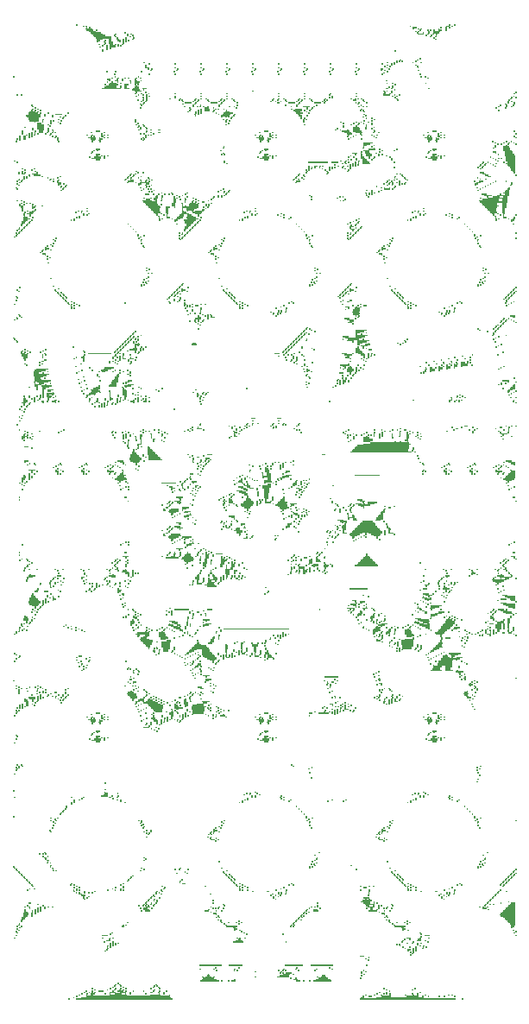
<source format=gto>
%MOIN*%
%OFA0B0*%
%FSLAX44Y44*%
%IPPOS*%
%LPD*%
%ADD10R,0.0024999999999999996X0.0049933867641544791*%
D10*
X00003253Y00001959D02*
X00003303Y00001959D01*
X00003553Y00001959D02*
X00007253Y00001959D01*
X00014503Y00001959D02*
X00018203Y00001959D01*
X00018453Y00001959D02*
X00018503Y00001959D01*
X00003453Y00002009D02*
X00003453Y00002009D01*
X00003753Y00002009D02*
X00007203Y00002009D01*
X00014553Y00002009D02*
X00014653Y00002009D01*
X00015153Y00002009D02*
X00016953Y00002009D01*
X00018003Y00002009D02*
X00018003Y00002009D01*
X00018303Y00002009D02*
X00018303Y00002009D01*
X00003603Y00002059D02*
X00003553Y00002059D01*
X00003953Y00002059D02*
X00007153Y00002059D01*
X00014653Y00002059D02*
X00014603Y00002059D01*
X00014853Y00002059D02*
X00014953Y00002059D01*
X00015353Y00002059D02*
X00015703Y00002059D01*
X00016303Y00002059D02*
X00016753Y00002059D01*
X00016953Y00002059D02*
X00016903Y00002059D01*
X00017153Y00002059D02*
X00017153Y00002059D01*
X00017553Y00002059D02*
X00017603Y00002059D01*
X00017753Y00002059D02*
X00017803Y00002059D01*
X00018203Y00002059D02*
X00018153Y00002059D01*
X00003703Y00002109D02*
X00003653Y00002109D01*
X00003953Y00002109D02*
X00003953Y00002109D01*
X00004103Y00002109D02*
X00004203Y00002109D01*
X00004853Y00002109D02*
X00005504Y00002109D01*
X00006403Y00002109D02*
X00006803Y00002109D01*
X00007153Y00002109D02*
X00007153Y00002109D01*
X00014753Y00002109D02*
X00014703Y00002109D01*
X00015103Y00002109D02*
X00015053Y00002109D01*
X00015353Y00002109D02*
X00015303Y00002109D01*
X00015703Y00002109D02*
X00015653Y00002109D01*
X00016303Y00002109D02*
X00016253Y00002109D01*
X00016603Y00002109D02*
X00016553Y00002109D01*
X00016753Y00002109D02*
X00016703Y00002109D01*
X00017053Y00002109D02*
X00017003Y00002109D01*
X00017953Y00002109D02*
X00017903Y00002109D01*
X00018103Y00002109D02*
X00018053Y00002109D01*
X00003803Y00002159D02*
X00003753Y00002159D01*
X00004003Y00002159D02*
X00003953Y00002159D01*
X00004103Y00002159D02*
X00004253Y00002159D01*
X00004703Y00002159D02*
X00004653Y00002159D01*
X00004853Y00002159D02*
X00004853Y00002159D01*
X00005053Y00002159D02*
X00005303Y00002159D01*
X00005453Y00002159D02*
X00005453Y00002159D01*
X00005653Y00002159D02*
X00005603Y00002159D01*
X00006253Y00002159D02*
X00006203Y00002159D01*
X00006403Y00002159D02*
X00006403Y00002159D01*
X00006603Y00002159D02*
X00006603Y00002159D01*
X00006753Y00002159D02*
X00006753Y00002159D01*
X00006953Y00002159D02*
X00006903Y00002159D01*
X00014603Y00002159D02*
X00014603Y00002159D01*
X00015203Y00002159D02*
X00015153Y00002159D01*
X00015453Y00002159D02*
X00015403Y00002159D01*
X00015553Y00002159D02*
X00015503Y00002159D01*
X00015703Y00002159D02*
X00015653Y00002159D01*
X00016503Y00002159D02*
X00016553Y00002159D01*
X00016753Y00002159D02*
X00016703Y00002159D01*
X00016903Y00002159D02*
X00016903Y00002159D01*
X00003903Y00002209D02*
X00003853Y00002209D01*
X00004053Y00002209D02*
X00004053Y00002209D01*
X00004203Y00002209D02*
X00004153Y00002209D01*
X00004303Y00002209D02*
X00004253Y00002209D01*
X00004853Y00002209D02*
X00005054Y00002209D01*
X00005253Y00002209D02*
X00005453Y00002209D01*
X00005653Y00002209D02*
X00005603Y00002209D01*
X00006403Y00002209D02*
X00006503Y00002209D01*
X00006703Y00002209D02*
X00006753Y00002209D01*
X00006953Y00002209D02*
X00006903Y00002209D01*
X00015303Y00002209D02*
X00015253Y00002209D01*
X00015553Y00002209D02*
X00015503Y00002209D01*
X00015803Y00002209D02*
X00015803Y00002209D01*
X00016203Y00002209D02*
X00016203Y00002209D01*
X00016853Y00002209D02*
X00016803Y00002209D01*
X00003953Y00002259D02*
X00003903Y00002259D01*
X00004203Y00002259D02*
X00004153Y00002259D01*
X00004403Y00002259D02*
X00004604Y00002259D01*
X00004953Y00002259D02*
X00005003Y00002259D01*
X00005153Y00002259D02*
X00005354Y00002259D01*
X00005503Y00002259D02*
X00005453Y00002259D01*
X00005753Y00002259D02*
X00005753Y00002259D01*
X00006153Y00002259D02*
X00006153Y00002259D01*
X00006503Y00002259D02*
X00006553Y00002259D01*
X00006803Y00002259D02*
X00006753Y00002259D01*
X00007053Y00002259D02*
X00007003Y00002259D01*
X00015653Y00002259D02*
X00015653Y00002259D01*
X00016403Y00002259D02*
X00016403Y00002259D01*
X00004303Y00002309D02*
X00004253Y00002309D01*
X00004753Y00002309D02*
X00004753Y00002309D01*
X00005053Y00002309D02*
X00005003Y00002309D01*
X00005203Y00002309D02*
X00005253Y00002309D01*
X00005403Y00002309D02*
X00005354Y00002309D01*
X00005603Y00002309D02*
X00005603Y00002309D01*
X00006303Y00002309D02*
X00006303Y00002309D01*
X00006603Y00002309D02*
X00006553Y00002309D01*
X00006903Y00002309D02*
X00006903Y00002309D01*
X00015553Y00002309D02*
X00015503Y00002309D01*
X00016553Y00002309D02*
X00016503Y00002309D01*
X00004203Y00002359D02*
X00004153Y00002359D01*
X00004903Y00002359D02*
X00004853Y00002359D01*
X00005103Y00002359D02*
X00005054Y00002359D01*
X00005303Y00002359D02*
X00005253Y00002359D01*
X00005503Y00002359D02*
X00005453Y00002359D01*
X00006453Y00002359D02*
X00006403Y00002359D01*
X00006803Y00002359D02*
X00006753Y00002359D01*
X00015453Y00002359D02*
X00015403Y00002359D01*
X00016653Y00002359D02*
X00016603Y00002359D01*
X00005003Y00002409D02*
X00004953Y00002409D01*
X00005403Y00002409D02*
X00005354Y00002409D01*
X00006553Y00002409D02*
X00006503Y00002409D01*
X00006753Y00002409D02*
X00006703Y00002409D01*
X00005053Y00002459D02*
X00005003Y00002459D01*
X00005303Y00002459D02*
X00005253Y00002459D01*
X00006603Y00002459D02*
X00006553Y00002459D01*
X00006703Y00002459D02*
X00006653Y00002459D01*
X00005103Y00002509D02*
X00005054Y00002509D01*
X00005253Y00002509D02*
X00005204Y00002509D01*
X00006653Y00002509D02*
X00006603Y00002509D01*
X00005203Y00002559D02*
X00005153Y00002559D01*
X00008353Y00002658D02*
X00009053Y00002658D01*
X00009203Y00002658D02*
X00009153Y00002658D01*
X00009453Y00002658D02*
X00009403Y00002658D01*
X00009553Y00002658D02*
X00009704Y00002658D01*
X00012053Y00002658D02*
X00012203Y00002658D01*
X00012353Y00002658D02*
X00012303Y00002658D01*
X00012603Y00002658D02*
X00012553Y00002658D01*
X00012703Y00002658D02*
X00013403Y00002658D01*
X00008403Y00002708D02*
X00008953Y00002708D01*
X00009653Y00002708D02*
X00009704Y00002708D01*
X00011953Y00002708D02*
X00012104Y00002708D01*
X00012803Y00002708D02*
X00013353Y00002708D01*
X00008453Y00002758D02*
X00008854Y00002758D01*
X00011803Y00002758D02*
X00011853Y00002758D01*
X00012053Y00002758D02*
X00012004Y00002758D01*
X00012903Y00002758D02*
X00013254Y00002758D01*
X00014553Y00002758D02*
X00014503Y00002758D01*
X00008453Y00002808D02*
X00008404Y00002808D01*
X00008553Y00002808D02*
X00008753Y00002808D01*
X00008903Y00002808D02*
X00008854Y00002808D01*
X00010503Y00002808D02*
X00010453Y00002808D01*
X00011303Y00002808D02*
X00011753Y00002808D01*
X00012003Y00002808D02*
X00012004Y00002808D01*
X00012903Y00002808D02*
X00012853Y00002808D01*
X00013003Y00002808D02*
X00013203Y00002808D01*
X00008603Y00002858D02*
X00008704Y00002858D01*
X00011403Y00002858D02*
X00011753Y00002858D01*
X00013053Y00002858D02*
X00013153Y00002858D01*
X00014603Y00002858D02*
X00014553Y00002858D01*
X00008653Y00002908D02*
X00008653Y00002908D01*
X00011403Y00002908D02*
X00011403Y00002908D01*
X00011553Y00002908D02*
X00011803Y00002908D01*
X00011953Y00002908D02*
X00011903Y00002908D01*
X00013103Y00002908D02*
X00013103Y00002908D01*
X00014703Y00002908D02*
X00014653Y00002908D01*
X00011453Y00002958D02*
X00011403Y00002958D01*
X00011553Y00002958D02*
X00011503Y00002958D01*
X00011653Y00002958D02*
X00011853Y00002958D01*
X00014553Y00002958D02*
X00014603Y00002958D01*
X00010503Y00003008D02*
X00010453Y00003008D01*
X00011303Y00003008D02*
X00011303Y00003008D01*
X00011503Y00003008D02*
X00011453Y00003008D01*
X00014603Y00003008D02*
X00014553Y00003008D01*
X00014753Y00003008D02*
X00014703Y00003008D01*
X00009003Y00003058D02*
X00008953Y00003058D01*
X00009653Y00003058D02*
X00009653Y00003058D01*
X00009803Y00003058D02*
X00009753Y00003058D01*
X00011403Y00003058D02*
X00011353Y00003058D01*
X00011553Y00003058D02*
X00011503Y00003058D01*
X00011653Y00003058D02*
X00011603Y00003058D01*
X00012153Y00003058D02*
X00012104Y00003058D01*
X00012803Y00003058D02*
X00012753Y00003058D01*
X00014653Y00003058D02*
X00014653Y00003058D01*
X00008353Y00003108D02*
X00008303Y00003108D01*
X00008853Y00003108D02*
X00008903Y00003108D01*
X00009653Y00003108D02*
X00009704Y00003108D01*
X00011603Y00003108D02*
X00011554Y00003108D01*
X00012003Y00003108D02*
X00012053Y00003108D01*
X00012803Y00003108D02*
X00012853Y00003108D01*
X00013453Y00003108D02*
X00013403Y00003108D01*
X00008953Y00003158D02*
X00008903Y00003158D01*
X00009853Y00003158D02*
X00009803Y00003158D01*
X00012103Y00003158D02*
X00012053Y00003158D01*
X00013353Y00003158D02*
X00013303Y00003158D01*
X00008303Y00003258D02*
X00009153Y00003258D01*
X00009453Y00003258D02*
X00009953Y00003258D01*
X00011603Y00003258D02*
X00012303Y00003258D01*
X00012603Y00003258D02*
X00013453Y00003258D01*
X00014803Y00003258D02*
X00014753Y00003258D01*
X00014703Y00003308D02*
X00014703Y00003308D01*
X00014853Y00003457D02*
X00014803Y00003457D01*
X00014753Y00003507D02*
X00014703Y00003507D01*
X00014853Y00003557D02*
X00014853Y00003557D01*
X00014503Y00003607D02*
X00014653Y00003607D01*
X00016503Y00003657D02*
X00016453Y00003657D01*
X00016553Y00003707D02*
X00016503Y00003707D01*
X00016503Y00003757D02*
X00016453Y00003757D01*
X00016603Y00003757D02*
X00016553Y00003757D01*
X00004703Y00003807D02*
X00004653Y00003807D01*
X00016403Y00003807D02*
X00016353Y00003807D01*
X00016603Y00003807D02*
X00016553Y00003807D01*
X00016703Y00003807D02*
X00016653Y00003807D01*
X00004753Y00003857D02*
X00004703Y00003857D01*
X00016353Y00003857D02*
X00016453Y00003857D01*
X00016603Y00003857D02*
X00016553Y00003857D01*
X00016703Y00003857D02*
X00016653Y00003857D01*
X00016803Y00003857D02*
X00016803Y00003857D01*
X00004803Y00003907D02*
X00004753Y00003907D01*
X00016253Y00003907D02*
X00016253Y00003907D01*
X00016403Y00003907D02*
X00016403Y00003907D01*
X00016603Y00003907D02*
X00016553Y00003907D01*
X00016703Y00003907D02*
X00016653Y00003907D01*
X00016803Y00003907D02*
X00016803Y00003907D01*
X00016953Y00003907D02*
X00016903Y00003907D01*
X00004753Y00003957D02*
X00004753Y00003957D01*
X00004903Y00003957D02*
X00004853Y00003957D01*
X00016203Y00003957D02*
X00016153Y00003957D01*
X00016453Y00003957D02*
X00016403Y00003957D01*
X00016703Y00003957D02*
X00016653Y00003957D01*
X00016803Y00003957D02*
X00016803Y00003957D01*
X00016953Y00003957D02*
X00016953Y00003957D01*
X00017103Y00003957D02*
X00017053Y00003957D01*
X00004803Y00004007D02*
X00004753Y00004007D01*
X00004903Y00004007D02*
X00004853Y00004007D01*
X00005003Y00004007D02*
X00004953Y00004007D01*
X00016053Y00004007D02*
X00016053Y00004007D01*
X00016503Y00004007D02*
X00016503Y00004007D01*
X00016853Y00004007D02*
X00016803Y00004007D01*
X00016953Y00004007D02*
X00017003Y00004007D01*
X00004903Y00004057D02*
X00004853Y00004057D01*
X00005003Y00004057D02*
X00004953Y00004057D01*
X00005103Y00004057D02*
X00005054Y00004057D01*
X00015953Y00004057D02*
X00015903Y00004057D01*
X00016053Y00004057D02*
X00016003Y00004057D01*
X00016753Y00004057D02*
X00016703Y00004057D01*
X00004903Y00004107D02*
X00004853Y00004107D01*
X00005003Y00004107D02*
X00004953Y00004107D01*
X00005103Y00004107D02*
X00005054Y00004107D01*
X00005203Y00004107D02*
X00005153Y00004107D01*
X00016103Y00004107D02*
X00016103Y00004107D01*
X00016353Y00004107D02*
X00016303Y00004107D01*
X00016553Y00004107D02*
X00016503Y00004107D01*
X00016753Y00004107D02*
X00016703Y00004107D01*
X00016903Y00004107D02*
X00016853Y00004107D01*
X00004653Y00004156D02*
X00004604Y00004156D01*
X00005003Y00004156D02*
X00004953Y00004156D01*
X00009603Y00004156D02*
X00010004Y00004156D01*
X00011653Y00004156D02*
X00011653Y00004156D01*
X00016153Y00004156D02*
X00016103Y00004156D01*
X00016553Y00004156D02*
X00016603Y00004156D01*
X00017153Y00004156D02*
X00017103Y00004156D01*
X00004703Y00004206D02*
X00004853Y00004206D01*
X00009703Y00004206D02*
X00009953Y00004206D01*
X00016203Y00004206D02*
X00016153Y00004206D01*
X00016503Y00004206D02*
X00016503Y00004206D01*
X00016703Y00004206D02*
X00016853Y00004206D01*
X00017003Y00004206D02*
X00017053Y00004206D01*
X00004853Y00004256D02*
X00004803Y00004256D01*
X00009803Y00004256D02*
X00009903Y00004256D01*
X00016253Y00004256D02*
X00016203Y00004256D01*
X00016403Y00004256D02*
X00016453Y00004256D01*
X00016753Y00004256D02*
X00016853Y00004256D01*
X00001203Y00004306D02*
X00001154Y00004306D01*
X00004603Y00004306D02*
X00004553Y00004306D01*
X00004853Y00004306D02*
X00004853Y00004306D01*
X00005003Y00004306D02*
X00004953Y00004306D01*
X00009803Y00004306D02*
X00009753Y00004306D01*
X00009903Y00004306D02*
X00009854Y00004306D01*
X00010103Y00004306D02*
X00010053Y00004306D01*
X00016303Y00004306D02*
X00016453Y00004306D01*
X00016803Y00004306D02*
X00016853Y00004306D01*
X00017203Y00004306D02*
X00017153Y00004306D01*
X00010003Y00004356D02*
X00010004Y00004356D01*
X00016903Y00004356D02*
X00016853Y00004356D01*
X00001253Y00004406D02*
X00001204Y00004406D01*
X00004553Y00004406D02*
X00004753Y00004406D01*
X00017003Y00004406D02*
X00017203Y00004406D01*
X00020553Y00004406D02*
X00020503Y00004406D01*
X00004903Y00004456D02*
X00004853Y00004456D01*
X00010153Y00004456D02*
X00010104Y00004456D01*
X00011553Y00004456D02*
X00011503Y00004456D01*
X00016903Y00004456D02*
X00016853Y00004456D01*
X00001303Y00004506D02*
X00001254Y00004506D01*
X00004953Y00004506D02*
X00004903Y00004506D01*
X00010053Y00004506D02*
X00010004Y00004506D01*
X00016853Y00004506D02*
X00016803Y00004506D01*
X00020503Y00004506D02*
X00020453Y00004506D01*
X00001253Y00004556D02*
X00001204Y00004556D01*
X00009953Y00004556D02*
X00009903Y00004556D01*
X00020553Y00004556D02*
X00020503Y00004556D01*
X00001353Y00004606D02*
X00001303Y00004606D01*
X00009703Y00004606D02*
X00009653Y00004606D01*
X00009903Y00004606D02*
X00009854Y00004606D01*
X00016203Y00004606D02*
X00016153Y00004606D01*
X00016403Y00004606D02*
X00016353Y00004606D01*
X00020453Y00004606D02*
X00020403Y00004606D01*
X00001303Y00004656D02*
X00001254Y00004656D01*
X00009653Y00004656D02*
X00009753Y00004656D01*
X00016153Y00004656D02*
X00016253Y00004656D01*
X00020503Y00004656D02*
X00020503Y00004656D01*
X00001403Y00004706D02*
X00001354Y00004706D01*
X00009603Y00004706D02*
X00009704Y00004706D01*
X00016103Y00004706D02*
X00016203Y00004706D01*
X00020403Y00004706D02*
X00020353Y00004706D01*
X00001303Y00004756D02*
X00001254Y00004756D01*
X00001453Y00004756D02*
X00001404Y00004756D01*
X00005303Y00004756D02*
X00005403Y00004756D01*
X00009353Y00004756D02*
X00009753Y00004756D01*
X00011853Y00004756D02*
X00011803Y00004756D01*
X00011953Y00004756D02*
X00011903Y00004756D01*
X00015853Y00004756D02*
X00016253Y00004756D01*
X00020353Y00004756D02*
X00020453Y00004756D01*
X00001353Y00004806D02*
X00001303Y00004806D01*
X00005403Y00004806D02*
X00005354Y00004806D01*
X00005503Y00004806D02*
X00005453Y00004806D01*
X00009303Y00004806D02*
X00009353Y00004806D01*
X00009803Y00004806D02*
X00009803Y00004806D01*
X00011903Y00004806D02*
X00011853Y00004806D01*
X00012003Y00004806D02*
X00011953Y00004806D01*
X00015803Y00004806D02*
X00015853Y00004806D01*
X00016303Y00004806D02*
X00016303Y00004806D01*
X00020353Y00004806D02*
X00020503Y00004806D01*
X00001353Y00004856D02*
X00001354Y00004856D01*
X00009303Y00004856D02*
X00009253Y00004856D01*
X00009853Y00004856D02*
X00009803Y00004856D01*
X00011953Y00004856D02*
X00011903Y00004856D01*
X00015803Y00004856D02*
X00015753Y00004856D01*
X00016353Y00004856D02*
X00016303Y00004856D01*
X00020303Y00004856D02*
X00020503Y00004856D01*
X00001403Y00004905D02*
X00001404Y00004905D01*
X00005553Y00004905D02*
X00005504Y00004905D01*
X00009153Y00004905D02*
X00009203Y00004905D01*
X00009453Y00004905D02*
X00009403Y00004905D01*
X00009753Y00004905D02*
X00009704Y00004905D01*
X00009953Y00004905D02*
X00009903Y00004905D01*
X00012003Y00004905D02*
X00011953Y00004905D01*
X00012103Y00004905D02*
X00012104Y00004905D01*
X00015653Y00004905D02*
X00015703Y00004905D01*
X00015953Y00004905D02*
X00015903Y00004905D01*
X00016253Y00004905D02*
X00016203Y00004905D01*
X00016453Y00004905D02*
X00016403Y00004905D01*
X00020253Y00004905D02*
X00020503Y00004905D01*
X00001403Y00004955D02*
X00001454Y00004955D01*
X00005403Y00004955D02*
X00005403Y00004955D01*
X00009153Y00004955D02*
X00009103Y00004955D01*
X00009853Y00004955D02*
X00009803Y00004955D01*
X00012053Y00004955D02*
X00012004Y00004955D01*
X00015653Y00004955D02*
X00015603Y00004955D01*
X00016353Y00004955D02*
X00016303Y00004955D01*
X00020203Y00004955D02*
X00020503Y00004955D01*
X00001403Y00005005D02*
X00001503Y00005005D01*
X00009053Y00005005D02*
X00009003Y00005005D01*
X00009153Y00005005D02*
X00009103Y00005005D01*
X00012103Y00005005D02*
X00012053Y00005005D01*
X00012253Y00005005D02*
X00012203Y00005005D01*
X00015553Y00005005D02*
X00015503Y00005005D01*
X00015653Y00005005D02*
X00015603Y00005005D01*
X00020153Y00005005D02*
X00020503Y00005005D01*
X00001453Y00005055D02*
X00001553Y00005055D01*
X00009103Y00005055D02*
X00009103Y00005055D01*
X00012153Y00005055D02*
X00012104Y00005055D01*
X00015603Y00005055D02*
X00015603Y00005055D01*
X00020103Y00005055D02*
X00020503Y00005055D01*
X00001453Y00005105D02*
X00001603Y00005105D01*
X00009003Y00005105D02*
X00008953Y00005105D01*
X00009103Y00005105D02*
X00009053Y00005105D01*
X00012203Y00005105D02*
X00012153Y00005105D01*
X00012303Y00005105D02*
X00012253Y00005105D01*
X00015503Y00005105D02*
X00015453Y00005105D01*
X00015603Y00005105D02*
X00015553Y00005105D01*
X00020053Y00005105D02*
X00020503Y00005105D01*
X00001503Y00005155D02*
X00001654Y00005155D01*
X00001853Y00005155D02*
X00001804Y00005155D01*
X00009003Y00005155D02*
X00009053Y00005155D01*
X00012253Y00005155D02*
X00012203Y00005155D01*
X00012353Y00005155D02*
X00012303Y00005155D01*
X00015503Y00005155D02*
X00015553Y00005155D01*
X00019953Y00005155D02*
X00020503Y00005155D01*
X00001503Y00005205D02*
X00001704Y00005205D01*
X00001853Y00005205D02*
X00001804Y00005205D01*
X00008953Y00005205D02*
X00008953Y00005205D01*
X00012303Y00005205D02*
X00012253Y00005205D01*
X00015453Y00005205D02*
X00015453Y00005205D01*
X00019903Y00005205D02*
X00020503Y00005205D01*
X00001503Y00005255D02*
X00001704Y00005255D01*
X00001853Y00005255D02*
X00001804Y00005255D01*
X00002003Y00005255D02*
X00001954Y00005255D01*
X00008853Y00005255D02*
X00008953Y00005255D01*
X00012353Y00005255D02*
X00012303Y00005255D01*
X00012453Y00005255D02*
X00012404Y00005255D01*
X00015353Y00005255D02*
X00015453Y00005255D01*
X00019803Y00005255D02*
X00019803Y00005255D01*
X00019953Y00005255D02*
X00020503Y00005255D01*
X00001553Y00005305D02*
X00001654Y00005305D01*
X00001853Y00005305D02*
X00001853Y00005305D01*
X00002003Y00005305D02*
X00001954Y00005305D01*
X00002103Y00005305D02*
X00002054Y00005305D01*
X00008753Y00005305D02*
X00008753Y00005305D01*
X00008903Y00005305D02*
X00008903Y00005305D01*
X00012403Y00005305D02*
X00012353Y00005305D01*
X00012553Y00005305D02*
X00012503Y00005305D01*
X00015253Y00005305D02*
X00015253Y00005305D01*
X00015403Y00005305D02*
X00015403Y00005305D01*
X00019703Y00005305D02*
X00019703Y00005305D01*
X00020003Y00005305D02*
X00020503Y00005305D01*
X00001553Y00005355D02*
X00001603Y00005355D01*
X00001853Y00005355D02*
X00001853Y00005355D01*
X00002003Y00005355D02*
X00001954Y00005355D01*
X00002103Y00005355D02*
X00002054Y00005355D01*
X00002203Y00005355D02*
X00002154Y00005355D01*
X00006103Y00005355D02*
X00006053Y00005355D01*
X00006203Y00005355D02*
X00006403Y00005355D01*
X00008503Y00005355D02*
X00008653Y00005355D01*
X00008953Y00005355D02*
X00008953Y00005355D01*
X00009203Y00005355D02*
X00009153Y00005355D01*
X00012453Y00005355D02*
X00012404Y00005355D01*
X00012703Y00005355D02*
X00012903Y00005355D01*
X00014853Y00005355D02*
X00015153Y00005355D01*
X00015453Y00005355D02*
X00015453Y00005355D01*
X00015703Y00005355D02*
X00015653Y00005355D01*
X00019603Y00005355D02*
X00019603Y00005355D01*
X00020053Y00005355D02*
X00020503Y00005355D01*
X00001603Y00005405D02*
X00001553Y00005405D01*
X00001803Y00005405D02*
X00001804Y00005405D01*
X00002003Y00005405D02*
X00001954Y00005405D01*
X00002103Y00005405D02*
X00002054Y00005405D01*
X00002203Y00005405D02*
X00002154Y00005405D01*
X00002303Y00005405D02*
X00002304Y00005405D01*
X00006153Y00005405D02*
X00006354Y00005405D01*
X00008403Y00005405D02*
X00008404Y00005405D01*
X00008703Y00005405D02*
X00008653Y00005405D01*
X00009103Y00005405D02*
X00009103Y00005405D01*
X00012503Y00005405D02*
X00012453Y00005405D01*
X00012703Y00005405D02*
X00012853Y00005405D01*
X00014903Y00005405D02*
X00015003Y00005405D01*
X00015203Y00005405D02*
X00015153Y00005405D01*
X00015603Y00005405D02*
X00015603Y00005405D01*
X00019453Y00005405D02*
X00019503Y00005405D01*
X00020103Y00005405D02*
X00020503Y00005405D01*
X00001753Y00005455D02*
X00001753Y00005455D01*
X00002103Y00005455D02*
X00002054Y00005455D01*
X00002203Y00005455D02*
X00002154Y00005455D01*
X00002303Y00005455D02*
X00002353Y00005455D01*
X00002503Y00005455D02*
X00002503Y00005455D01*
X00006053Y00005455D02*
X00006003Y00005455D01*
X00006153Y00005455D02*
X00006303Y00005455D01*
X00006503Y00005455D02*
X00006453Y00005455D01*
X00008703Y00005455D02*
X00008704Y00005455D01*
X00008853Y00005455D02*
X00008803Y00005455D01*
X00008953Y00005455D02*
X00008903Y00005455D01*
X00009053Y00005455D02*
X00009003Y00005455D01*
X00009253Y00005455D02*
X00009203Y00005455D01*
X00012553Y00005455D02*
X00012553Y00005455D01*
X00012803Y00005455D02*
X00012803Y00005455D01*
X00013003Y00005455D02*
X00012953Y00005455D01*
X00014803Y00005455D02*
X00014753Y00005455D01*
X00014903Y00005455D02*
X00015003Y00005455D01*
X00015253Y00005455D02*
X00015203Y00005455D01*
X00015453Y00005455D02*
X00015403Y00005455D01*
X00015553Y00005455D02*
X00015503Y00005455D01*
X00015753Y00005455D02*
X00015703Y00005455D01*
X00019253Y00005455D02*
X00019403Y00005455D01*
X00020153Y00005455D02*
X00020503Y00005455D01*
X00001603Y00005505D02*
X00001553Y00005505D01*
X00001753Y00005505D02*
X00001704Y00005505D01*
X00002203Y00005505D02*
X00002154Y00005505D01*
X00002303Y00005505D02*
X00002353Y00005505D01*
X00002503Y00005505D02*
X00002454Y00005505D01*
X00002653Y00005505D02*
X00002603Y00005505D01*
X00006253Y00005505D02*
X00006403Y00005505D01*
X00008753Y00005505D02*
X00008753Y00005505D01*
X00009103Y00005505D02*
X00009053Y00005505D01*
X00012653Y00005505D02*
X00012603Y00005505D01*
X00012803Y00005505D02*
X00012753Y00005505D01*
X00012903Y00005505D02*
X00012853Y00005505D01*
X00014803Y00005505D02*
X00015053Y00005505D01*
X00015253Y00005505D02*
X00015203Y00005505D01*
X00015603Y00005505D02*
X00015553Y00005505D01*
X00019153Y00005505D02*
X00019103Y00005505D01*
X00019303Y00005505D02*
X00019253Y00005505D01*
X00019453Y00005505D02*
X00019403Y00005505D01*
X00020203Y00005505D02*
X00020503Y00005505D01*
X00001703Y00005555D02*
X00001654Y00005555D01*
X00002303Y00005555D02*
X00002253Y00005555D01*
X00006003Y00005555D02*
X00005953Y00005555D01*
X00006153Y00005555D02*
X00006103Y00005555D01*
X00006253Y00005555D02*
X00006203Y00005555D01*
X00006353Y00005555D02*
X00006303Y00005555D01*
X00006553Y00005555D02*
X00006503Y00005555D01*
X00009303Y00005555D02*
X00009253Y00005555D01*
X00012903Y00005555D02*
X00012853Y00005555D01*
X00014753Y00005555D02*
X00014853Y00005555D01*
X00015003Y00005555D02*
X00015053Y00005555D01*
X00015253Y00005555D02*
X00015203Y00005555D01*
X00015353Y00005555D02*
X00015303Y00005555D01*
X00015803Y00005555D02*
X00015753Y00005555D01*
X00019353Y00005555D02*
X00019303Y00005555D01*
X00020253Y00005555D02*
X00020503Y00005555D01*
X00002103Y00005605D02*
X00002054Y00005605D01*
X00006203Y00005605D02*
X00006153Y00005605D01*
X00006303Y00005605D02*
X00006254Y00005605D01*
X00006453Y00005605D02*
X00006403Y00005605D01*
X00006603Y00005605D02*
X00006553Y00005605D01*
X00008803Y00005605D02*
X00008803Y00005605D01*
X00009253Y00005605D02*
X00009203Y00005605D01*
X00013003Y00005605D02*
X00013003Y00005605D01*
X00014703Y00005605D02*
X00015053Y00005605D01*
X00015753Y00005605D02*
X00015703Y00005605D01*
X00019403Y00005605D02*
X00019353Y00005605D01*
X00019503Y00005605D02*
X00019553Y00005605D01*
X00019703Y00005605D02*
X00019653Y00005605D01*
X00020303Y00005605D02*
X00020503Y00005605D01*
X00001703Y00005655D02*
X00001804Y00005655D01*
X00006253Y00005655D02*
X00006203Y00005655D01*
X00006453Y00005655D02*
X00006453Y00005655D01*
X00006653Y00005655D02*
X00006603Y00005655D01*
X00008853Y00005655D02*
X00008803Y00005655D01*
X00012903Y00005655D02*
X00012853Y00005655D01*
X00014653Y00005655D02*
X00014903Y00005655D01*
X00015053Y00005655D02*
X00015053Y00005655D01*
X00015203Y00005655D02*
X00015153Y00005655D01*
X00019453Y00005655D02*
X00019403Y00005655D01*
X00019953Y00005655D02*
X00019953Y00005655D01*
X00020353Y00005655D02*
X00020503Y00005655D01*
X00006303Y00005704D02*
X00006254Y00005704D01*
X00006503Y00005704D02*
X00006503Y00005704D01*
X00006703Y00005704D02*
X00006653Y00005704D01*
X00014553Y00005704D02*
X00014903Y00005704D01*
X00015053Y00005704D02*
X00015053Y00005704D01*
X00019503Y00005704D02*
X00019453Y00005704D01*
X00020253Y00005704D02*
X00020253Y00005704D01*
X00006353Y00005754D02*
X00006303Y00005754D01*
X00006553Y00005754D02*
X00006553Y00005754D01*
X00006703Y00005754D02*
X00006653Y00005754D01*
X00008853Y00005754D02*
X00008803Y00005754D01*
X00014603Y00005754D02*
X00014953Y00005754D01*
X00019553Y00005754D02*
X00019503Y00005754D01*
X00003903Y00005804D02*
X00003853Y00005804D01*
X00006403Y00005804D02*
X00006354Y00005804D01*
X00006603Y00005804D02*
X00006553Y00005804D01*
X00011253Y00005804D02*
X00011254Y00005804D01*
X00014753Y00005804D02*
X00014703Y00005804D01*
X00014853Y00005804D02*
X00014903Y00005804D01*
X00017753Y00005804D02*
X00017753Y00005804D01*
X00019603Y00005804D02*
X00019553Y00005804D01*
X00003853Y00005854D02*
X00003803Y00005854D01*
X00004003Y00005854D02*
X00003953Y00005854D01*
X00006453Y00005854D02*
X00006403Y00005854D01*
X00006803Y00005854D02*
X00006753Y00005854D01*
X00011203Y00005854D02*
X00011153Y00005854D01*
X00011303Y00005854D02*
X00011303Y00005854D01*
X00014653Y00005854D02*
X00014853Y00005854D01*
X00017703Y00005854D02*
X00017653Y00005854D01*
X00017803Y00005854D02*
X00017803Y00005854D01*
X00019653Y00005854D02*
X00019603Y00005854D01*
X00003803Y00005904D02*
X00003853Y00005904D01*
X00004053Y00005904D02*
X00004004Y00005904D01*
X00006503Y00005904D02*
X00006453Y00005904D01*
X00006603Y00005904D02*
X00006553Y00005904D01*
X00006703Y00005904D02*
X00006703Y00005904D01*
X00011203Y00005904D02*
X00011153Y00005904D01*
X00011353Y00005904D02*
X00011353Y00005904D01*
X00017703Y00005904D02*
X00017653Y00005904D01*
X00017853Y00005904D02*
X00017853Y00005904D01*
X00019703Y00005904D02*
X00019653Y00005904D01*
X00003753Y00005954D02*
X00003903Y00005954D01*
X00006553Y00005954D02*
X00006503Y00005954D01*
X00011103Y00005954D02*
X00011053Y00005954D01*
X00011253Y00005954D02*
X00011254Y00005954D01*
X00011453Y00005954D02*
X00011403Y00005954D01*
X00014853Y00005954D02*
X00014803Y00005954D01*
X00017603Y00005954D02*
X00017553Y00005954D01*
X00017753Y00005954D02*
X00017753Y00005954D01*
X00017953Y00005954D02*
X00017903Y00005954D01*
X00019753Y00005954D02*
X00019703Y00005954D01*
X00003653Y00006004D02*
X00003753Y00006004D01*
X00004003Y00006004D02*
X00004004Y00006004D01*
X00006603Y00006004D02*
X00006653Y00006004D01*
X00006853Y00006004D02*
X00006803Y00006004D01*
X00008753Y00006004D02*
X00008704Y00006004D01*
X00011103Y00006004D02*
X00011153Y00006004D01*
X00011403Y00006004D02*
X00011353Y00006004D01*
X00011503Y00006004D02*
X00011453Y00006004D01*
X00011653Y00006004D02*
X00011603Y00006004D01*
X00014853Y00006004D02*
X00014853Y00006004D01*
X00017603Y00006004D02*
X00017653Y00006004D01*
X00017903Y00006004D02*
X00017853Y00006004D01*
X00018003Y00006004D02*
X00017953Y00006004D01*
X00018153Y00006004D02*
X00018103Y00006004D01*
X00019803Y00006004D02*
X00019753Y00006004D01*
X00003553Y00006054D02*
X00003553Y00006054D01*
X00003703Y00006054D02*
X00003653Y00006054D01*
X00003903Y00006054D02*
X00003853Y00006054D01*
X00004053Y00006054D02*
X00004004Y00006054D01*
X00004203Y00006054D02*
X00004153Y00006054D01*
X00006653Y00006054D02*
X00006603Y00006054D01*
X00006753Y00006054D02*
X00006753Y00006054D01*
X00011403Y00006054D02*
X00011353Y00006054D01*
X00011503Y00006054D02*
X00011453Y00006054D01*
X00011653Y00006054D02*
X00011653Y00006054D01*
X00014853Y00006054D02*
X00014853Y00006054D01*
X00017903Y00006054D02*
X00017853Y00006054D01*
X00018003Y00006054D02*
X00017953Y00006054D01*
X00018153Y00006054D02*
X00018153Y00006054D01*
X00019853Y00006054D02*
X00019803Y00006054D01*
X00003503Y00006104D02*
X00003453Y00006104D01*
X00003603Y00006104D02*
X00003603Y00006104D01*
X00003903Y00006104D02*
X00003853Y00006104D01*
X00004253Y00006104D02*
X00004303Y00006104D01*
X00006703Y00006104D02*
X00006653Y00006104D01*
X00006903Y00006104D02*
X00006853Y00006104D01*
X00010403Y00006104D02*
X00010353Y00006104D01*
X00010903Y00006104D02*
X00011004Y00006104D01*
X00011653Y00006104D02*
X00011653Y00006104D01*
X00014853Y00006104D02*
X00014903Y00006104D01*
X00016903Y00006104D02*
X00016853Y00006104D01*
X00017403Y00006104D02*
X00017503Y00006104D01*
X00018153Y00006104D02*
X00018153Y00006104D01*
X00019903Y00006104D02*
X00019853Y00006104D01*
X00020203Y00006104D02*
X00020153Y00006104D01*
X00001703Y00006154D02*
X00001654Y00006154D01*
X00003453Y00006154D02*
X00003453Y00006154D01*
X00003603Y00006154D02*
X00003553Y00006154D01*
X00003703Y00006154D02*
X00003653Y00006154D01*
X00004003Y00006154D02*
X00004004Y00006154D01*
X00004753Y00006154D02*
X00004803Y00006154D01*
X00005053Y00006154D02*
X00005054Y00006154D01*
X00005303Y00006154D02*
X00005253Y00006154D01*
X00005403Y00006154D02*
X00005354Y00006154D01*
X00006853Y00006154D02*
X00006803Y00006154D01*
X00009903Y00006154D02*
X00009854Y00006154D01*
X00010003Y00006154D02*
X00009953Y00006154D01*
X00010203Y00006154D02*
X00010153Y00006154D01*
X00010503Y00006154D02*
X00010503Y00006154D01*
X00011253Y00006154D02*
X00011303Y00006154D01*
X00011653Y00006154D02*
X00011703Y00006154D01*
X00014553Y00006154D02*
X00014503Y00006154D01*
X00014853Y00006154D02*
X00014903Y00006154D01*
X00016403Y00006154D02*
X00016353Y00006154D01*
X00016503Y00006154D02*
X00016453Y00006154D01*
X00016703Y00006154D02*
X00016653Y00006154D01*
X00017003Y00006154D02*
X00017003Y00006154D01*
X00017753Y00006154D02*
X00017803Y00006154D01*
X00018153Y00006154D02*
X00018203Y00006154D01*
X00019953Y00006154D02*
X00019903Y00006154D01*
X00020103Y00006154D02*
X00020103Y00006154D01*
X00001753Y00006204D02*
X00001753Y00006204D01*
X00001953Y00006204D02*
X00001903Y00006204D01*
X00003403Y00006204D02*
X00003403Y00006204D01*
X00003603Y00006204D02*
X00003553Y00006204D01*
X00003803Y00006204D02*
X00003803Y00006204D01*
X00004953Y00006204D02*
X00004953Y00006204D01*
X00005303Y00006204D02*
X00005253Y00006204D01*
X00006953Y00006204D02*
X00006903Y00006204D01*
X00009903Y00006204D02*
X00009854Y00006204D01*
X00010003Y00006204D02*
X00010004Y00006204D01*
X00010303Y00006204D02*
X00010303Y00006204D01*
X00011453Y00006204D02*
X00011453Y00006204D01*
X00016403Y00006204D02*
X00016353Y00006204D01*
X00016503Y00006204D02*
X00016503Y00006204D01*
X00016803Y00006204D02*
X00016803Y00006204D01*
X00017953Y00006204D02*
X00017953Y00006204D01*
X00020003Y00006204D02*
X00020003Y00006204D01*
X00003503Y00006254D02*
X00003453Y00006254D01*
X00003703Y00006254D02*
X00003653Y00006254D01*
X00005103Y00006254D02*
X00005054Y00006254D01*
X00005403Y00006254D02*
X00005354Y00006254D01*
X00007003Y00006254D02*
X00006953Y00006254D01*
X00009853Y00006254D02*
X00009854Y00006254D01*
X00010003Y00006254D02*
X00009953Y00006254D01*
X00010203Y00006254D02*
X00010153Y00006254D01*
X00011603Y00006254D02*
X00011554Y00006254D01*
X00014653Y00006254D02*
X00014753Y00006254D01*
X00016353Y00006254D02*
X00016353Y00006254D01*
X00016503Y00006254D02*
X00016453Y00006254D01*
X00016703Y00006254D02*
X00016653Y00006254D01*
X00018103Y00006254D02*
X00018053Y00006254D01*
X00001903Y00006304D02*
X00001853Y00006304D01*
X00003603Y00006304D02*
X00003553Y00006304D01*
X00005203Y00006304D02*
X00005204Y00006304D01*
X00005403Y00006304D02*
X00005354Y00006304D01*
X00006903Y00006304D02*
X00006853Y00006304D01*
X00008553Y00006304D02*
X00008503Y00006304D01*
X00009803Y00006304D02*
X00009753Y00006304D01*
X00009903Y00006304D02*
X00009854Y00006304D01*
X00010103Y00006304D02*
X00010053Y00006304D01*
X00011703Y00006304D02*
X00011703Y00006304D01*
X00014553Y00006304D02*
X00014503Y00006304D01*
X00014903Y00006304D02*
X00014853Y00006304D01*
X00015053Y00006304D02*
X00015003Y00006304D01*
X00016303Y00006304D02*
X00016253Y00006304D01*
X00016403Y00006304D02*
X00016353Y00006304D01*
X00016603Y00006304D02*
X00016553Y00006304D01*
X00018203Y00006304D02*
X00018203Y00006304D01*
X00020053Y00006304D02*
X00020003Y00006304D01*
X00001853Y00006354D02*
X00001804Y00006354D01*
X00003353Y00006354D02*
X00003303Y00006354D01*
X00003503Y00006354D02*
X00003453Y00006354D01*
X00005303Y00006354D02*
X00005253Y00006354D01*
X00007803Y00006354D02*
X00007803Y00006354D01*
X00009753Y00006354D02*
X00009704Y00006354D01*
X00010003Y00006354D02*
X00009953Y00006354D01*
X00011803Y00006354D02*
X00011753Y00006354D01*
X00011953Y00006354D02*
X00011903Y00006354D01*
X00016253Y00006354D02*
X00016203Y00006354D01*
X00016503Y00006354D02*
X00016453Y00006354D01*
X00018303Y00006354D02*
X00018253Y00006354D01*
X00018453Y00006354D02*
X00018403Y00006354D01*
X00019953Y00006354D02*
X00019903Y00006354D01*
X00020103Y00006354D02*
X00020053Y00006354D01*
X00001803Y00006404D02*
X00001753Y00006404D01*
X00003403Y00006404D02*
X00003353Y00006404D01*
X00005403Y00006404D02*
X00005354Y00006404D01*
X00007653Y00006404D02*
X00007753Y00006404D01*
X00009703Y00006404D02*
X00009653Y00006404D01*
X00009903Y00006404D02*
X00009854Y00006404D01*
X00011903Y00006404D02*
X00011853Y00006404D01*
X00016203Y00006404D02*
X00016153Y00006404D01*
X00016403Y00006404D02*
X00016353Y00006404D01*
X00018403Y00006404D02*
X00018353Y00006404D01*
X00020003Y00006404D02*
X00019953Y00006404D01*
X00020153Y00006404D02*
X00020103Y00006404D01*
X00001753Y00006453D02*
X00001704Y00006453D01*
X00007553Y00006453D02*
X00007554Y00006453D01*
X00009653Y00006453D02*
X00009603Y00006453D01*
X00016153Y00006453D02*
X00016103Y00006453D01*
X00020053Y00006453D02*
X00020003Y00006453D01*
X00020203Y00006453D02*
X00020153Y00006453D01*
X00001703Y00006503D02*
X00001654Y00006503D01*
X00005553Y00006503D02*
X00005504Y00006503D01*
X00007603Y00006503D02*
X00007554Y00006503D01*
X00009603Y00006503D02*
X00009554Y00006503D01*
X00016103Y00006503D02*
X00016053Y00006503D01*
X00020103Y00006503D02*
X00020053Y00006503D01*
X00020253Y00006503D02*
X00020203Y00006503D01*
X00001653Y00006553D02*
X00001603Y00006553D01*
X00005603Y00006553D02*
X00005553Y00006553D01*
X00007653Y00006553D02*
X00007603Y00006553D01*
X00009553Y00006553D02*
X00009503Y00006553D01*
X00009703Y00006553D02*
X00009653Y00006553D01*
X00016053Y00006553D02*
X00016003Y00006553D01*
X00016203Y00006553D02*
X00016153Y00006553D01*
X00020153Y00006553D02*
X00020103Y00006553D01*
X00020303Y00006553D02*
X00020253Y00006553D01*
X00001603Y00006603D02*
X00001553Y00006603D01*
X00005653Y00006603D02*
X00005603Y00006603D01*
X00009503Y00006603D02*
X00009453Y00006603D01*
X00009653Y00006603D02*
X00009603Y00006603D01*
X00016003Y00006603D02*
X00015953Y00006603D01*
X00016153Y00006603D02*
X00016103Y00006603D01*
X00020203Y00006603D02*
X00020153Y00006603D01*
X00020353Y00006603D02*
X00020303Y00006603D01*
X00001553Y00006653D02*
X00001503Y00006653D01*
X00005703Y00006653D02*
X00005653Y00006653D01*
X00009453Y00006653D02*
X00009403Y00006653D01*
X00009603Y00006653D02*
X00009554Y00006653D01*
X00015953Y00006653D02*
X00015903Y00006653D01*
X00016103Y00006653D02*
X00016053Y00006653D01*
X00020253Y00006653D02*
X00020203Y00006653D01*
X00020403Y00006653D02*
X00020353Y00006653D01*
X00001503Y00006703D02*
X00001454Y00006703D01*
X00005753Y00006703D02*
X00005703Y00006703D01*
X00009403Y00006703D02*
X00009353Y00006703D01*
X00009553Y00006703D02*
X00009503Y00006703D01*
X00015903Y00006703D02*
X00015853Y00006703D01*
X00016053Y00006703D02*
X00016003Y00006703D01*
X00020303Y00006703D02*
X00020253Y00006703D01*
X00020453Y00006703D02*
X00020403Y00006703D01*
X00001453Y00006753D02*
X00001404Y00006753D01*
X00009353Y00006753D02*
X00009303Y00006753D01*
X00009503Y00006753D02*
X00009453Y00006753D01*
X00015853Y00006753D02*
X00015803Y00006753D01*
X00016003Y00006753D02*
X00015953Y00006753D01*
X00020353Y00006753D02*
X00020303Y00006753D01*
X00020503Y00006753D02*
X00020453Y00006753D01*
X00001403Y00006803D02*
X00001354Y00006803D01*
X00007453Y00006803D02*
X00007403Y00006803D01*
X00007853Y00006803D02*
X00007803Y00006803D01*
X00009303Y00006803D02*
X00009253Y00006803D01*
X00015803Y00006803D02*
X00015753Y00006803D01*
X00020403Y00006803D02*
X00020353Y00006803D01*
X00020553Y00006803D02*
X00020503Y00006803D01*
X00001353Y00006853D02*
X00001303Y00006853D01*
X00007503Y00006853D02*
X00007503Y00006853D01*
X00007753Y00006853D02*
X00007753Y00006853D01*
X00009253Y00006853D02*
X00009203Y00006853D01*
X00015753Y00006853D02*
X00015703Y00006853D01*
X00020453Y00006853D02*
X00020403Y00006853D01*
X00001303Y00006903D02*
X00001254Y00006903D01*
X00002703Y00006903D02*
X00002653Y00006903D01*
X00002803Y00006903D02*
X00002754Y00006903D01*
X00006053Y00006903D02*
X00006003Y00006903D01*
X00009203Y00006903D02*
X00009203Y00006903D01*
X00009403Y00006903D02*
X00009353Y00006903D01*
X00012503Y00006903D02*
X00012503Y00006903D01*
X00015703Y00006903D02*
X00015703Y00006903D01*
X00015903Y00006903D02*
X00015853Y00006903D01*
X00019003Y00006903D02*
X00019003Y00006903D01*
X00020503Y00006903D02*
X00020453Y00006903D01*
X00001253Y00006953D02*
X00001204Y00006953D01*
X00002653Y00006953D02*
X00002653Y00006953D01*
X00006203Y00006953D02*
X00006153Y00006953D01*
X00007403Y00006953D02*
X00007353Y00006953D01*
X00007553Y00006953D02*
X00007503Y00006953D01*
X00007903Y00006953D02*
X00007853Y00006953D01*
X00009103Y00006953D02*
X00009103Y00006953D01*
X00014403Y00006953D02*
X00014353Y00006953D01*
X00015603Y00006953D02*
X00015603Y00006953D01*
X00020553Y00006953D02*
X00020503Y00006953D01*
X00001203Y00007003D02*
X00001154Y00007003D01*
X00002603Y00007003D02*
X00002653Y00007003D01*
X00006103Y00007003D02*
X00006053Y00007003D01*
X00007603Y00007003D02*
X00007554Y00007003D01*
X00009203Y00007003D02*
X00009153Y00007003D01*
X00012603Y00007003D02*
X00012553Y00007003D01*
X00015703Y00007003D02*
X00015653Y00007003D01*
X00019103Y00007003D02*
X00019053Y00007003D01*
X00001153Y00007053D02*
X00001104Y00007053D01*
X00002553Y00007053D02*
X00002554Y00007053D01*
X00012603Y00007053D02*
X00012553Y00007053D01*
X00012703Y00007053D02*
X00012653Y00007053D01*
X00019103Y00007053D02*
X00019053Y00007053D01*
X00019203Y00007053D02*
X00019153Y00007053D01*
X00002553Y00007103D02*
X00002603Y00007103D01*
X00012803Y00007103D02*
X00012753Y00007103D01*
X00014203Y00007103D02*
X00014153Y00007103D01*
X00019303Y00007103D02*
X00019253Y00007103D01*
X00012653Y00007153D02*
X00012603Y00007153D01*
X00012753Y00007153D02*
X00012703Y00007153D01*
X00019153Y00007153D02*
X00019103Y00007153D01*
X00019253Y00007153D02*
X00019203Y00007153D01*
X00002453Y00007202D02*
X00002403Y00007202D01*
X00002553Y00007202D02*
X00002554Y00007202D01*
X00012853Y00007202D02*
X00012803Y00007202D01*
X00019353Y00007202D02*
X00019303Y00007202D01*
X00002453Y00007252D02*
X00002454Y00007252D01*
X00009103Y00007252D02*
X00009053Y00007252D01*
X00012703Y00007252D02*
X00012653Y00007252D01*
X00015603Y00007252D02*
X00015553Y00007252D01*
X00019203Y00007252D02*
X00019153Y00007252D01*
X00002403Y00007302D02*
X00002503Y00007302D01*
X00006203Y00007302D02*
X00006153Y00007302D01*
X00012803Y00007302D02*
X00012753Y00007302D01*
X00019303Y00007302D02*
X00019253Y00007302D01*
X00002353Y00007352D02*
X00002403Y00007352D01*
X00006253Y00007352D02*
X00006203Y00007352D01*
X00012853Y00007352D02*
X00012803Y00007352D01*
X00019353Y00007352D02*
X00019303Y00007352D01*
X00002303Y00007402D02*
X00002403Y00007402D01*
X00006203Y00007402D02*
X00006153Y00007402D01*
X00012853Y00007402D02*
X00012853Y00007402D01*
X00019353Y00007402D02*
X00019353Y00007402D01*
X00002253Y00007452D02*
X00002304Y00007452D01*
X00002453Y00007452D02*
X00002454Y00007452D01*
X00012803Y00007502D02*
X00012753Y00007502D01*
X00019303Y00007502D02*
X00019253Y00007502D01*
X00002153Y00007552D02*
X00002103Y00007552D01*
X00002303Y00007552D02*
X00002253Y00007552D01*
X00002403Y00007552D02*
X00002353Y00007552D01*
X00013003Y00007552D02*
X00013003Y00007552D01*
X00019503Y00007552D02*
X00019503Y00007552D01*
X00002353Y00007602D02*
X00002304Y00007602D01*
X00012953Y00007602D02*
X00012903Y00007602D01*
X00019453Y00007602D02*
X00019403Y00007602D01*
X00008953Y00008051D02*
X00008903Y00008051D01*
X00015453Y00008051D02*
X00015403Y00008051D01*
X00008753Y00008101D02*
X00008903Y00008101D01*
X00009053Y00008101D02*
X00009003Y00008101D01*
X00015253Y00008101D02*
X00015403Y00008101D01*
X00015553Y00008101D02*
X00015503Y00008101D01*
X00008703Y00008151D02*
X00008753Y00008151D01*
X00008953Y00008151D02*
X00008953Y00008151D01*
X00015203Y00008151D02*
X00015253Y00008151D01*
X00015453Y00008151D02*
X00015453Y00008151D01*
X00006303Y00008201D02*
X00006254Y00008201D01*
X00008653Y00008201D02*
X00008603Y00008201D01*
X00008753Y00008201D02*
X00008753Y00008201D01*
X00015153Y00008201D02*
X00015103Y00008201D01*
X00015253Y00008201D02*
X00015253Y00008201D01*
X00008803Y00008251D02*
X00008803Y00008251D01*
X00015303Y00008251D02*
X00015303Y00008251D01*
X00006353Y00008301D02*
X00006303Y00008301D01*
X00008703Y00008301D02*
X00008653Y00008301D01*
X00008803Y00008301D02*
X00008753Y00008301D01*
X00015203Y00008301D02*
X00015153Y00008301D01*
X00015303Y00008301D02*
X00015253Y00008301D01*
X00006303Y00008351D02*
X00006254Y00008351D01*
X00006403Y00008351D02*
X00006354Y00008351D01*
X00008753Y00008351D02*
X00008704Y00008351D01*
X00008853Y00008351D02*
X00008854Y00008351D01*
X00015253Y00008351D02*
X00015203Y00008351D01*
X00015353Y00008351D02*
X00015353Y00008351D01*
X00002603Y00008401D02*
X00002554Y00008401D01*
X00006203Y00008401D02*
X00006153Y00008401D01*
X00006453Y00008401D02*
X00006403Y00008401D01*
X00008803Y00008401D02*
X00008753Y00008401D01*
X00008903Y00008401D02*
X00008854Y00008401D01*
X00009103Y00008401D02*
X00009053Y00008401D01*
X00012703Y00008401D02*
X00012703Y00008401D01*
X00015303Y00008401D02*
X00015253Y00008401D01*
X00015403Y00008401D02*
X00015353Y00008401D01*
X00015603Y00008401D02*
X00015553Y00008401D01*
X00019203Y00008401D02*
X00019203Y00008401D01*
X00002553Y00008451D02*
X00002503Y00008451D01*
X00006253Y00008451D02*
X00006303Y00008451D01*
X00006453Y00008451D02*
X00006403Y00008451D01*
X00008853Y00008451D02*
X00009003Y00008451D01*
X00015353Y00008451D02*
X00015503Y00008451D01*
X00008903Y00008501D02*
X00008854Y00008501D01*
X00015403Y00008501D02*
X00015353Y00008501D01*
X00002653Y00008551D02*
X00002603Y00008551D01*
X00006153Y00008551D02*
X00006103Y00008551D01*
X00008953Y00008551D02*
X00008903Y00008551D01*
X00009153Y00008551D02*
X00009103Y00008551D01*
X00012653Y00008551D02*
X00012603Y00008551D01*
X00015453Y00008551D02*
X00015403Y00008551D01*
X00015653Y00008551D02*
X00015603Y00008551D01*
X00019153Y00008551D02*
X00019103Y00008551D01*
X00006203Y00008601D02*
X00006153Y00008601D01*
X00009103Y00008601D02*
X00009053Y00008601D01*
X00015603Y00008601D02*
X00015553Y00008601D01*
X00002703Y00008651D02*
X00002653Y00008651D01*
X00006103Y00008651D02*
X00006053Y00008651D01*
X00006203Y00008651D02*
X00006203Y00008651D01*
X00009203Y00008651D02*
X00009153Y00008651D01*
X00012603Y00008651D02*
X00012553Y00008651D01*
X00015703Y00008651D02*
X00015653Y00008651D01*
X00019103Y00008651D02*
X00019053Y00008651D01*
X00006153Y00008700D02*
X00006103Y00008700D01*
X00009103Y00008700D02*
X00009103Y00008700D01*
X00015603Y00008700D02*
X00015603Y00008700D01*
X00002753Y00008750D02*
X00002703Y00008750D01*
X00006053Y00008750D02*
X00006003Y00008750D01*
X00009253Y00008750D02*
X00009203Y00008750D01*
X00012553Y00008750D02*
X00012553Y00008750D01*
X00015753Y00008750D02*
X00015703Y00008750D01*
X00019053Y00008750D02*
X00019053Y00008750D01*
X00002703Y00008800D02*
X00002653Y00008800D01*
X00006103Y00008800D02*
X00006053Y00008800D01*
X00009203Y00008800D02*
X00009153Y00008800D01*
X00012603Y00008800D02*
X00012553Y00008800D01*
X00015703Y00008800D02*
X00015653Y00008800D01*
X00019103Y00008800D02*
X00019053Y00008800D01*
X00002603Y00008850D02*
X00002554Y00008850D01*
X00002803Y00008850D02*
X00002754Y00008850D01*
X00006003Y00008850D02*
X00005953Y00008850D01*
X00006103Y00008850D02*
X00006053Y00008850D01*
X00009303Y00008850D02*
X00009253Y00008850D01*
X00012503Y00008850D02*
X00012453Y00008850D01*
X00015803Y00008850D02*
X00015753Y00008850D01*
X00019003Y00008850D02*
X00018953Y00008850D01*
X00020553Y00008850D02*
X00020503Y00008850D01*
X00002753Y00008900D02*
X00002703Y00008900D01*
X00012553Y00008900D02*
X00012503Y00008900D01*
X00019053Y00008900D02*
X00019003Y00008900D01*
X00002603Y00008950D02*
X00002554Y00008950D01*
X00002853Y00008950D02*
X00002804Y00008950D01*
X00012453Y00008950D02*
X00012404Y00008950D01*
X00012703Y00008950D02*
X00012653Y00008950D01*
X00018953Y00008950D02*
X00018903Y00008950D01*
X00019203Y00008950D02*
X00019153Y00008950D01*
X00001153Y00009000D02*
X00001104Y00009000D01*
X00012453Y00009000D02*
X00012404Y00009000D01*
X00018953Y00009000D02*
X00018903Y00009000D01*
X00002953Y00009100D02*
X00002904Y00009100D01*
X00012353Y00009100D02*
X00012353Y00009100D01*
X00018853Y00009100D02*
X00018853Y00009100D01*
X00003003Y00009150D02*
X00002953Y00009150D01*
X00012303Y00009150D02*
X00012303Y00009150D01*
X00018803Y00009150D02*
X00018803Y00009150D01*
X00003053Y00009200D02*
X00003003Y00009200D01*
X00012253Y00009200D02*
X00012253Y00009200D01*
X00018753Y00009200D02*
X00018753Y00009200D01*
X00003103Y00009250D02*
X00003053Y00009250D01*
X00012203Y00009250D02*
X00012203Y00009250D01*
X00018703Y00009250D02*
X00018703Y00009250D01*
X00003153Y00009300D02*
X00003103Y00009300D01*
X00012153Y00009300D02*
X00012153Y00009300D01*
X00018653Y00009300D02*
X00018653Y00009300D01*
X00003203Y00009350D02*
X00003153Y00009350D01*
X00012103Y00009350D02*
X00012104Y00009350D01*
X00018603Y00009350D02*
X00018603Y00009350D01*
X00003203Y00009400D02*
X00003153Y00009400D01*
X00012053Y00009400D02*
X00012053Y00009400D01*
X00018553Y00009400D02*
X00018553Y00009400D01*
X00012003Y00009449D02*
X00012004Y00009449D01*
X00018503Y00009449D02*
X00018503Y00009449D01*
X00003403Y00009499D02*
X00003353Y00009499D01*
X00011903Y00009499D02*
X00011903Y00009499D01*
X00013903Y00009499D02*
X00013903Y00009499D01*
X00018403Y00009499D02*
X00018403Y00009499D01*
X00003403Y00009549D02*
X00003353Y00009549D01*
X00003503Y00009549D02*
X00003453Y00009549D01*
X00005303Y00009549D02*
X00005303Y00009549D01*
X00005453Y00009549D02*
X00005403Y00009549D01*
X00009853Y00009549D02*
X00009854Y00009549D01*
X00010003Y00009549D02*
X00009953Y00009549D01*
X00011803Y00009549D02*
X00011803Y00009549D01*
X00016353Y00009549D02*
X00016353Y00009549D01*
X00016503Y00009549D02*
X00016453Y00009549D01*
X00018303Y00009549D02*
X00018303Y00009549D01*
X00003503Y00009599D02*
X00003453Y00009599D01*
X00005253Y00009599D02*
X00005303Y00009599D01*
X00010003Y00009599D02*
X00009953Y00009599D01*
X00011753Y00009599D02*
X00011803Y00009599D01*
X00013303Y00009599D02*
X00013254Y00009599D01*
X00013903Y00009599D02*
X00013853Y00009599D01*
X00016503Y00009599D02*
X00016453Y00009599D01*
X00018253Y00009599D02*
X00018303Y00009599D01*
X00003503Y00009649D02*
X00003453Y00009649D01*
X00003703Y00009649D02*
X00003653Y00009649D01*
X00005103Y00009649D02*
X00005153Y00009649D01*
X00005303Y00009649D02*
X00005253Y00009649D01*
X00010103Y00009649D02*
X00010053Y00009649D01*
X00010203Y00009649D02*
X00010153Y00009649D01*
X00011603Y00009649D02*
X00011554Y00009649D01*
X00011853Y00009649D02*
X00011803Y00009649D01*
X00013453Y00009649D02*
X00013403Y00009649D01*
X00014003Y00009649D02*
X00013953Y00009649D01*
X00016603Y00009649D02*
X00016553Y00009649D01*
X00016703Y00009649D02*
X00016653Y00009649D01*
X00018103Y00009649D02*
X00018053Y00009649D01*
X00018353Y00009649D02*
X00018303Y00009649D01*
X00003803Y00009699D02*
X00003753Y00009699D01*
X00004953Y00009699D02*
X00005003Y00009699D01*
X00005203Y00009699D02*
X00005204Y00009699D01*
X00010203Y00009699D02*
X00010153Y00009699D01*
X00010303Y00009699D02*
X00010303Y00009699D01*
X00011503Y00009699D02*
X00011453Y00009699D01*
X00016703Y00009699D02*
X00016653Y00009699D01*
X00016803Y00009699D02*
X00016803Y00009699D01*
X00018003Y00009699D02*
X00017953Y00009699D01*
X00001203Y00009749D02*
X00001154Y00009749D01*
X00003403Y00009749D02*
X00003353Y00009749D01*
X00003503Y00009749D02*
X00003504Y00009749D01*
X00003703Y00009749D02*
X00003703Y00009749D01*
X00003853Y00009749D02*
X00003803Y00009749D01*
X00004803Y00009749D02*
X00004903Y00009749D01*
X00005103Y00009749D02*
X00005153Y00009749D01*
X00010303Y00009749D02*
X00010353Y00009749D01*
X00010503Y00009749D02*
X00010453Y00009749D01*
X00011453Y00009749D02*
X00011403Y00009749D01*
X00011603Y00009749D02*
X00011554Y00009749D01*
X00011803Y00009749D02*
X00011803Y00009749D01*
X00016803Y00009749D02*
X00016853Y00009749D01*
X00017003Y00009749D02*
X00016953Y00009749D01*
X00017953Y00009749D02*
X00017903Y00009749D01*
X00018103Y00009749D02*
X00018053Y00009749D01*
X00018303Y00009749D02*
X00018303Y00009749D01*
X00004503Y00009799D02*
X00004753Y00009799D01*
X00004953Y00009799D02*
X00004903Y00009799D01*
X00005203Y00009799D02*
X00005153Y00009799D01*
X00010303Y00009799D02*
X00010353Y00009799D01*
X00010503Y00009799D02*
X00010453Y00009799D01*
X00011503Y00009799D02*
X00011453Y00009799D01*
X00016803Y00009799D02*
X00016853Y00009799D01*
X00017003Y00009799D02*
X00016953Y00009799D01*
X00018003Y00009799D02*
X00017953Y00009799D01*
X00004603Y00009849D02*
X00004753Y00009849D01*
X00010053Y00009849D02*
X00010004Y00009849D01*
X00010253Y00009849D02*
X00010253Y00009849D01*
X00010653Y00009849D02*
X00010603Y00009849D01*
X00016553Y00009849D02*
X00016503Y00009849D01*
X00016753Y00009849D02*
X00016753Y00009849D01*
X00017153Y00009849D02*
X00017103Y00009849D01*
X00004653Y00009899D02*
X00004753Y00009899D01*
X00005153Y00009899D02*
X00005153Y00009899D01*
X00010153Y00009899D02*
X00010104Y00009899D01*
X00010303Y00009899D02*
X00010253Y00009899D01*
X00010553Y00009899D02*
X00010503Y00009899D01*
X00016653Y00009899D02*
X00016603Y00009899D01*
X00016803Y00009899D02*
X00016753Y00009899D01*
X00017053Y00009899D02*
X00017003Y00009899D01*
X00004653Y00009949D02*
X00004653Y00009949D01*
X00010503Y00009949D02*
X00010453Y00009949D01*
X00017003Y00009949D02*
X00016953Y00009949D01*
X00001153Y00009999D02*
X00001104Y00009999D01*
X00004703Y00010049D02*
X00004653Y00010049D01*
X00004703Y00010298D02*
X00004653Y00010298D01*
X00019053Y00010348D02*
X00019003Y00010348D01*
X00019103Y00010448D02*
X00019053Y00010448D01*
X00012653Y00010498D02*
X00012603Y00010498D01*
X00019153Y00010598D02*
X00019103Y00010598D01*
X00001203Y00010648D02*
X00001154Y00010648D01*
X00012603Y00010698D02*
X00012553Y00010698D01*
X00019103Y00010698D02*
X00019053Y00010698D01*
X00001253Y00010798D02*
X00001204Y00010798D01*
X00019053Y00010798D02*
X00019003Y00010798D01*
X00001303Y00010848D02*
X00001254Y00010848D01*
X00012553Y00010848D02*
X00012503Y00010848D01*
X00019153Y00010848D02*
X00019103Y00010848D01*
X00001253Y00010898D02*
X00001204Y00010898D01*
X00001353Y00010898D02*
X00001303Y00010898D01*
X00012653Y00010898D02*
X00012653Y00010898D01*
X00019053Y00010898D02*
X00019003Y00010898D01*
X00001353Y00010947D02*
X00001303Y00010947D01*
X00001503Y00010947D02*
X00001454Y00010947D01*
X00011953Y00010947D02*
X00011903Y00010947D01*
X00019203Y00010947D02*
X00019153Y00010947D01*
X00001303Y00010997D02*
X00001254Y00010997D01*
X00001453Y00010997D02*
X00001404Y00010997D01*
X00011903Y00010997D02*
X00011853Y00010997D01*
X00001203Y00011846D02*
X00001154Y00011846D01*
X00004303Y00011896D02*
X00004454Y00011896D01*
X00010803Y00011896D02*
X00010954Y00011896D01*
X00017303Y00011896D02*
X00017453Y00011896D01*
X00004153Y00011946D02*
X00004503Y00011946D01*
X00004653Y00011946D02*
X00004604Y00011946D01*
X00010653Y00011946D02*
X00011004Y00011946D01*
X00011153Y00011946D02*
X00011103Y00011946D01*
X00017153Y00011946D02*
X00017503Y00011946D01*
X00017653Y00011946D02*
X00017603Y00011946D01*
X00001253Y00011996D02*
X00001204Y00011996D01*
X00004103Y00011996D02*
X00004053Y00011996D01*
X00004253Y00011996D02*
X00004503Y00011996D01*
X00004653Y00011996D02*
X00004604Y00011996D01*
X00010603Y00011996D02*
X00010553Y00011996D01*
X00010753Y00011996D02*
X00011004Y00011996D01*
X00011153Y00011996D02*
X00011103Y00011996D01*
X00017103Y00011996D02*
X00017053Y00011996D01*
X00017253Y00011996D02*
X00017503Y00011996D01*
X00017653Y00011996D02*
X00017603Y00011996D01*
X00004003Y00012046D02*
X00004004Y00012046D01*
X00004303Y00012046D02*
X00004403Y00012046D01*
X00004553Y00012046D02*
X00004503Y00012046D01*
X00004653Y00012046D02*
X00004604Y00012046D01*
X00004803Y00012046D02*
X00004753Y00012046D01*
X00010503Y00012046D02*
X00010503Y00012046D01*
X00010803Y00012046D02*
X00010903Y00012046D01*
X00011053Y00012046D02*
X00011004Y00012046D01*
X00011153Y00012046D02*
X00011103Y00012046D01*
X00011303Y00012046D02*
X00011254Y00012046D01*
X00017003Y00012046D02*
X00017003Y00012046D01*
X00017303Y00012046D02*
X00017403Y00012046D01*
X00017553Y00012046D02*
X00017503Y00012046D01*
X00017653Y00012046D02*
X00017603Y00012046D01*
X00017803Y00012046D02*
X00017753Y00012046D01*
X00001303Y00012096D02*
X00001254Y00012096D01*
X00004103Y00012096D02*
X00004103Y00012096D01*
X00004303Y00012096D02*
X00004454Y00012096D01*
X00010603Y00012096D02*
X00010603Y00012096D01*
X00010803Y00012096D02*
X00010954Y00012096D01*
X00017103Y00012096D02*
X00017103Y00012096D01*
X00017303Y00012096D02*
X00017453Y00012096D01*
X00001253Y00012146D02*
X00001204Y00012146D01*
X00004153Y00012146D02*
X00004103Y00012146D01*
X00010653Y00012146D02*
X00010603Y00012146D01*
X00017153Y00012146D02*
X00017103Y00012146D01*
X00004203Y00012196D02*
X00004153Y00012196D01*
X00010703Y00012196D02*
X00010653Y00012196D01*
X00017203Y00012196D02*
X00017153Y00012196D01*
X00004253Y00012246D02*
X00004203Y00012246D01*
X00004403Y00012246D02*
X00004353Y00012246D01*
X00010753Y00012246D02*
X00010704Y00012246D01*
X00010903Y00012246D02*
X00010854Y00012246D01*
X00017253Y00012246D02*
X00017203Y00012246D01*
X00017403Y00012246D02*
X00017353Y00012246D01*
X00004303Y00012296D02*
X00004454Y00012296D01*
X00006703Y00012296D02*
X00006653Y00012296D01*
X00010803Y00012296D02*
X00010954Y00012296D01*
X00017303Y00012296D02*
X00017453Y00012296D01*
X00006553Y00012346D02*
X00006603Y00012346D01*
X00006453Y00012396D02*
X00006453Y00012396D01*
X00006753Y00012396D02*
X00006703Y00012396D01*
X00006153Y00012446D02*
X00006354Y00012446D01*
X00006603Y00012446D02*
X00006653Y00012446D01*
X00006203Y00012495D02*
X00006203Y00012495D01*
X00006403Y00012495D02*
X00006354Y00012495D01*
X00006253Y00012545D02*
X00006203Y00012545D01*
X00006453Y00012545D02*
X00006403Y00012545D01*
X00006803Y00012545D02*
X00006753Y00012545D01*
X00004203Y00012595D02*
X00004153Y00012595D01*
X00004503Y00012595D02*
X00004454Y00012595D01*
X00006303Y00012595D02*
X00006254Y00012595D01*
X00006453Y00012595D02*
X00006403Y00012595D01*
X00006703Y00012595D02*
X00006653Y00012595D01*
X00006853Y00012595D02*
X00006803Y00012595D01*
X00010703Y00012595D02*
X00010653Y00012595D01*
X00011003Y00012595D02*
X00010954Y00012595D01*
X00017203Y00012595D02*
X00017153Y00012595D01*
X00017503Y00012595D02*
X00017453Y00012595D01*
X00004153Y00012645D02*
X00004253Y00012645D01*
X00004403Y00012645D02*
X00004503Y00012645D01*
X00006453Y00012645D02*
X00006403Y00012645D01*
X00006653Y00012645D02*
X00006703Y00012645D01*
X00006853Y00012645D02*
X00006803Y00012645D01*
X00006953Y00012645D02*
X00006903Y00012645D01*
X00007553Y00012645D02*
X00007503Y00012645D01*
X00010653Y00012645D02*
X00010753Y00012645D01*
X00010903Y00012645D02*
X00011004Y00012645D01*
X00017153Y00012645D02*
X00017253Y00012645D01*
X00017403Y00012645D02*
X00017503Y00012645D01*
X00004103Y00012695D02*
X00004303Y00012695D01*
X00004453Y00012695D02*
X00004553Y00012695D01*
X00006103Y00012695D02*
X00006053Y00012695D01*
X00006553Y00012695D02*
X00006703Y00012695D01*
X00006853Y00012695D02*
X00006803Y00012695D01*
X00006953Y00012695D02*
X00006953Y00012695D01*
X00007103Y00012695D02*
X00007053Y00012695D01*
X00007453Y00012695D02*
X00007453Y00012695D01*
X00007603Y00012695D02*
X00007554Y00012695D01*
X00010603Y00012695D02*
X00010803Y00012695D01*
X00010953Y00012695D02*
X00011053Y00012695D01*
X00017103Y00012695D02*
X00017303Y00012695D01*
X00017453Y00012695D02*
X00017553Y00012695D01*
X00004003Y00012745D02*
X00004303Y00012745D01*
X00004453Y00012745D02*
X00004454Y00012745D01*
X00004653Y00012745D02*
X00004604Y00012745D01*
X00004803Y00012745D02*
X00004753Y00012745D01*
X00006153Y00012745D02*
X00006153Y00012745D01*
X00006503Y00012745D02*
X00006653Y00012745D01*
X00006853Y00012745D02*
X00006803Y00012745D01*
X00006953Y00012745D02*
X00006953Y00012745D01*
X00007103Y00012745D02*
X00007053Y00012745D01*
X00007203Y00012745D02*
X00007153Y00012745D01*
X00007353Y00012745D02*
X00007353Y00012745D01*
X00007503Y00012745D02*
X00007453Y00012745D01*
X00007653Y00012745D02*
X00007603Y00012745D01*
X00010503Y00012745D02*
X00010803Y00012745D01*
X00010953Y00012745D02*
X00010954Y00012745D01*
X00011153Y00012745D02*
X00011103Y00012745D01*
X00011303Y00012745D02*
X00011254Y00012745D01*
X00017003Y00012745D02*
X00017303Y00012745D01*
X00017453Y00012745D02*
X00017453Y00012745D01*
X00017653Y00012745D02*
X00017603Y00012745D01*
X00017803Y00012745D02*
X00017753Y00012745D01*
X00004153Y00012795D02*
X00004103Y00012795D01*
X00004253Y00012795D02*
X00004203Y00012795D01*
X00004503Y00012795D02*
X00004604Y00012795D01*
X00006303Y00012795D02*
X00006254Y00012795D01*
X00006453Y00012795D02*
X00006603Y00012795D01*
X00007003Y00012795D02*
X00006953Y00012795D01*
X00007103Y00012795D02*
X00007053Y00012795D01*
X00007203Y00012795D02*
X00007253Y00012795D01*
X00007503Y00012795D02*
X00007503Y00012795D01*
X00007703Y00012795D02*
X00007653Y00012795D01*
X00008853Y00012795D02*
X00008803Y00012795D01*
X00010653Y00012795D02*
X00010603Y00012795D01*
X00010753Y00012795D02*
X00010704Y00012795D01*
X00011003Y00012795D02*
X00011103Y00012795D01*
X00017153Y00012795D02*
X00017103Y00012795D01*
X00017253Y00012795D02*
X00017203Y00012795D01*
X00017503Y00012795D02*
X00017603Y00012795D01*
X00004003Y00012845D02*
X00003953Y00012845D01*
X00004203Y00012845D02*
X00004153Y00012845D01*
X00004553Y00012845D02*
X00004503Y00012845D01*
X00004653Y00012845D02*
X00004604Y00012845D01*
X00004803Y00012845D02*
X00004753Y00012845D01*
X00006503Y00012845D02*
X00006553Y00012845D01*
X00006903Y00012845D02*
X00006853Y00012845D01*
X00007103Y00012845D02*
X00007053Y00012845D01*
X00007203Y00012845D02*
X00007253Y00012845D01*
X00007553Y00012845D02*
X00007554Y00012845D01*
X00007703Y00012845D02*
X00007653Y00012845D01*
X00007803Y00012845D02*
X00007753Y00012845D01*
X00008803Y00012845D02*
X00008803Y00012845D01*
X00008953Y00012845D02*
X00008903Y00012845D01*
X00009353Y00012845D02*
X00009303Y00012845D01*
X00010503Y00012845D02*
X00010453Y00012845D01*
X00010703Y00012845D02*
X00010653Y00012845D01*
X00011053Y00012845D02*
X00011004Y00012845D01*
X00011153Y00012845D02*
X00011103Y00012845D01*
X00011303Y00012845D02*
X00011254Y00012845D01*
X00017003Y00012845D02*
X00016953Y00012845D01*
X00017203Y00012845D02*
X00017153Y00012845D01*
X00017553Y00012845D02*
X00017503Y00012845D01*
X00017653Y00012845D02*
X00017603Y00012845D01*
X00017803Y00012845D02*
X00017753Y00012845D01*
X00001203Y00012895D02*
X00001154Y00012895D01*
X00004553Y00012895D02*
X00004503Y00012895D01*
X00006053Y00012895D02*
X00006003Y00012895D01*
X00006553Y00012895D02*
X00006503Y00012895D01*
X00006903Y00012895D02*
X00006853Y00012895D01*
X00007203Y00012895D02*
X00007303Y00012895D01*
X00007553Y00012895D02*
X00007554Y00012895D01*
X00007703Y00012895D02*
X00007653Y00012895D01*
X00007803Y00012895D02*
X00007753Y00012895D01*
X00007903Y00012895D02*
X00007853Y00012895D01*
X00008653Y00012895D02*
X00008653Y00012895D01*
X00008853Y00012895D02*
X00008803Y00012895D01*
X00008953Y00012895D02*
X00008953Y00012895D01*
X00009103Y00012895D02*
X00009303Y00012895D01*
X00011053Y00012895D02*
X00011004Y00012895D01*
X00012553Y00012895D02*
X00012553Y00012895D01*
X00017553Y00012895D02*
X00017503Y00012895D01*
X00004153Y00012945D02*
X00004103Y00012945D01*
X00004653Y00012945D02*
X00004604Y00012945D01*
X00006103Y00012945D02*
X00006103Y00012945D01*
X00006503Y00012945D02*
X00006453Y00012945D01*
X00007153Y00012945D02*
X00007303Y00012945D01*
X00007503Y00012945D02*
X00007503Y00012945D01*
X00007703Y00012945D02*
X00007653Y00012945D01*
X00007803Y00012945D02*
X00007753Y00012945D01*
X00007903Y00012945D02*
X00007903Y00012945D01*
X00008053Y00012945D02*
X00008003Y00012945D01*
X00008553Y00012945D02*
X00008554Y00012945D01*
X00008853Y00012945D02*
X00008803Y00012945D01*
X00008953Y00012945D02*
X00008953Y00012945D01*
X00009103Y00012945D02*
X00009103Y00012945D01*
X00009253Y00012945D02*
X00009203Y00012945D01*
X00010653Y00012945D02*
X00010603Y00012945D01*
X00011153Y00012945D02*
X00011103Y00012945D01*
X00013403Y00012945D02*
X00013403Y00012945D01*
X00013553Y00012945D02*
X00013503Y00012945D01*
X00017153Y00012945D02*
X00017103Y00012945D01*
X00017653Y00012945D02*
X00017603Y00012945D01*
X00001253Y00012995D02*
X00001204Y00012995D01*
X00004303Y00012995D02*
X00004454Y00012995D01*
X00006253Y00012995D02*
X00006203Y00012995D01*
X00006553Y00012995D02*
X00006503Y00012995D01*
X00007153Y00012995D02*
X00007303Y00012995D01*
X00007503Y00012995D02*
X00007453Y00012995D01*
X00007803Y00012995D02*
X00007753Y00012995D01*
X00007903Y00012995D02*
X00007903Y00012995D01*
X00008053Y00012995D02*
X00008453Y00012995D01*
X00009103Y00012995D02*
X00009053Y00012995D01*
X00010803Y00012995D02*
X00010954Y00012995D01*
X00012553Y00012995D02*
X00012653Y00012995D01*
X00012903Y00012995D02*
X00013303Y00012995D01*
X00013453Y00012995D02*
X00013403Y00012995D01*
X00013553Y00012995D02*
X00013503Y00012995D01*
X00013653Y00012995D02*
X00013603Y00012995D01*
X00017303Y00012995D02*
X00017453Y00012995D01*
X00001303Y00013045D02*
X00001254Y00013045D01*
X00006003Y00013045D02*
X00005953Y00013045D01*
X00006603Y00013045D02*
X00006853Y00013045D01*
X00007003Y00013045D02*
X00007053Y00013045D01*
X00007203Y00013045D02*
X00007303Y00013045D01*
X00007453Y00013045D02*
X00007403Y00013045D01*
X00007953Y00013045D02*
X00007903Y00013045D01*
X00008053Y00013045D02*
X00008453Y00013045D01*
X00008953Y00013045D02*
X00009003Y00013045D01*
X00009153Y00013045D02*
X00009103Y00013045D01*
X00012803Y00013045D02*
X00012753Y00013045D01*
X00013103Y00013045D02*
X00013153Y00013045D01*
X00013353Y00013045D02*
X00013303Y00013045D01*
X00013453Y00013045D02*
X00013403Y00013045D01*
X00013553Y00013045D02*
X00013503Y00013045D01*
X00013653Y00013045D02*
X00013603Y00013045D01*
X00013753Y00013045D02*
X00013703Y00013045D01*
X00014253Y00013045D02*
X00014203Y00013045D01*
X00001253Y00013095D02*
X00001204Y00013095D01*
X00001353Y00013095D02*
X00001303Y00013095D01*
X00006053Y00013095D02*
X00006053Y00013095D01*
X00006553Y00013095D02*
X00006853Y00013095D01*
X00007253Y00013095D02*
X00007253Y00013095D01*
X00007403Y00013095D02*
X00007353Y00013095D01*
X00007853Y00013095D02*
X00007803Y00013095D01*
X00008053Y00013095D02*
X00008503Y00013095D01*
X00008753Y00013095D02*
X00008704Y00013095D01*
X00009053Y00013095D02*
X00009003Y00013095D01*
X00009253Y00013095D02*
X00009253Y00013095D01*
X00009453Y00013095D02*
X00009403Y00013095D01*
X00012903Y00013095D02*
X00012903Y00013095D01*
X00013203Y00013095D02*
X00013153Y00013095D01*
X00013403Y00013095D02*
X00013403Y00013095D01*
X00013553Y00013095D02*
X00013503Y00013095D01*
X00013653Y00013095D02*
X00013603Y00013095D01*
X00013753Y00013095D02*
X00013753Y00013095D01*
X00013903Y00013095D02*
X00013853Y00013095D01*
X00014103Y00013095D02*
X00014153Y00013095D01*
X00014303Y00013095D02*
X00014253Y00013095D01*
X00005953Y00013145D02*
X00005903Y00013145D01*
X00006153Y00013145D02*
X00006153Y00013145D01*
X00006503Y00013145D02*
X00006853Y00013145D01*
X00007203Y00013145D02*
X00007253Y00013145D01*
X00007403Y00013145D02*
X00007503Y00013145D01*
X00007853Y00013145D02*
X00007803Y00013145D01*
X00008003Y00013145D02*
X00008503Y00013145D01*
X00008703Y00013145D02*
X00008653Y00013145D01*
X00009153Y00013145D02*
X00009103Y00013145D01*
X00013003Y00013145D02*
X00013003Y00013145D01*
X00013203Y00013145D02*
X00013203Y00013145D01*
X00013453Y00013145D02*
X00013403Y00013145D01*
X00013653Y00013145D02*
X00013603Y00013145D01*
X00013753Y00013145D02*
X00013753Y00013145D01*
X00013903Y00013145D02*
X00014053Y00013145D01*
X00014203Y00013145D02*
X00014203Y00013145D01*
X00018953Y00013145D02*
X00018903Y00013145D01*
X00001303Y00013195D02*
X00001254Y00013195D01*
X00001403Y00013195D02*
X00001354Y00013195D01*
X00001503Y00013195D02*
X00001454Y00013195D01*
X00006003Y00013195D02*
X00006003Y00013195D01*
X00006253Y00013195D02*
X00006254Y00013195D01*
X00006453Y00013195D02*
X00006903Y00013195D01*
X00007203Y00013195D02*
X00007203Y00013195D01*
X00007353Y00013195D02*
X00007653Y00013195D01*
X00008003Y00013195D02*
X00008503Y00013195D01*
X00008653Y00013195D02*
X00008603Y00013195D01*
X00008753Y00013195D02*
X00008704Y00013195D01*
X00009053Y00013195D02*
X00009003Y00013195D01*
X00013103Y00013195D02*
X00013053Y00013195D01*
X00013253Y00013195D02*
X00013203Y00013195D01*
X00013803Y00013195D02*
X00013753Y00013195D01*
X00013903Y00013195D02*
X00013953Y00013195D01*
X00014353Y00013195D02*
X00014303Y00013195D01*
X00001403Y00013244D02*
X00001354Y00013244D01*
X00001503Y00013244D02*
X00001454Y00013244D01*
X00001603Y00013244D02*
X00001553Y00013244D01*
X00001803Y00013244D02*
X00001804Y00013244D01*
X00005903Y00013244D02*
X00005853Y00013244D01*
X00006103Y00013244D02*
X00006103Y00013244D01*
X00006403Y00013244D02*
X00006903Y00013244D01*
X00007203Y00013244D02*
X00007203Y00013244D01*
X00007353Y00013244D02*
X00007503Y00013244D01*
X00007803Y00013244D02*
X00007753Y00013244D01*
X00008003Y00013244D02*
X00008554Y00013244D01*
X00008803Y00013244D02*
X00008803Y00013244D01*
X00009003Y00013244D02*
X00008953Y00013244D01*
X00013153Y00013244D02*
X00013103Y00013244D01*
X00013303Y00013244D02*
X00013303Y00013244D01*
X00013603Y00013244D02*
X00013553Y00013244D01*
X00013703Y00013244D02*
X00013653Y00013244D01*
X00013853Y00013244D02*
X00013803Y00013244D01*
X00013953Y00013244D02*
X00013903Y00013244D01*
X00014103Y00013244D02*
X00014053Y00013244D01*
X00018903Y00013244D02*
X00018853Y00013244D01*
X00001403Y00013294D02*
X00001354Y00013294D01*
X00001503Y00013294D02*
X00001454Y00013294D01*
X00001603Y00013294D02*
X00001704Y00013294D01*
X00001953Y00013294D02*
X00001903Y00013294D01*
X00005953Y00013294D02*
X00005953Y00013294D01*
X00006203Y00013294D02*
X00006203Y00013294D01*
X00006353Y00013294D02*
X00006903Y00013294D01*
X00007203Y00013294D02*
X00007153Y00013294D01*
X00007353Y00013294D02*
X00007453Y00013294D01*
X00007603Y00013294D02*
X00007554Y00013294D01*
X00007753Y00013294D02*
X00007853Y00013294D01*
X00008053Y00013294D02*
X00008453Y00013294D01*
X00008703Y00013294D02*
X00008653Y00013294D01*
X00013453Y00013294D02*
X00013453Y00013294D01*
X00013753Y00013294D02*
X00013803Y00013294D01*
X00013953Y00013294D02*
X00013903Y00013294D01*
X00014203Y00013294D02*
X00014153Y00013294D01*
X00015503Y00013294D02*
X00015503Y00013294D01*
X00001503Y00013344D02*
X00001454Y00013344D01*
X00001603Y00013344D02*
X00001704Y00013344D01*
X00001853Y00013344D02*
X00001853Y00013344D01*
X00005853Y00013344D02*
X00005803Y00013344D01*
X00006053Y00013344D02*
X00006053Y00013344D01*
X00006303Y00013344D02*
X00006803Y00013344D01*
X00006953Y00013344D02*
X00006903Y00013344D01*
X00007353Y00013344D02*
X00007403Y00013344D01*
X00007703Y00013344D02*
X00007853Y00013344D01*
X00008003Y00013344D02*
X00008003Y00013344D01*
X00008203Y00013344D02*
X00008453Y00013344D01*
X00008753Y00013344D02*
X00008753Y00013344D01*
X00013353Y00013344D02*
X00013453Y00013344D01*
X00013853Y00013344D02*
X00013803Y00013344D01*
X00014053Y00013344D02*
X00014053Y00013344D01*
X00015553Y00013344D02*
X00015503Y00013344D01*
X00015653Y00013344D02*
X00015603Y00013344D01*
X00018853Y00013344D02*
X00018803Y00013344D01*
X00001603Y00013394D02*
X00001704Y00013394D01*
X00002003Y00013394D02*
X00001954Y00013394D01*
X00003003Y00013394D02*
X00002953Y00013394D01*
X00005853Y00013394D02*
X00005903Y00013394D01*
X00006153Y00013394D02*
X00006703Y00013394D01*
X00006853Y00013394D02*
X00006803Y00013394D01*
X00007053Y00013394D02*
X00007103Y00013394D01*
X00007453Y00013394D02*
X00007403Y00013394D01*
X00007553Y00013394D02*
X00007503Y00013394D01*
X00007703Y00013394D02*
X00007853Y00013394D01*
X00008003Y00013394D02*
X00008003Y00013394D01*
X00008303Y00013394D02*
X00008303Y00013394D01*
X00008453Y00013394D02*
X00008603Y00013394D01*
X00013403Y00013394D02*
X00013403Y00013394D01*
X00013603Y00013394D02*
X00013553Y00013394D01*
X00013953Y00013394D02*
X00013903Y00013394D01*
X00015453Y00013394D02*
X00015403Y00013394D01*
X00015653Y00013394D02*
X00015603Y00013394D01*
X00015753Y00013394D02*
X00015703Y00013394D01*
X00001553Y00013444D02*
X00001704Y00013444D01*
X00001903Y00013444D02*
X00001853Y00013444D01*
X00002053Y00013444D02*
X00002003Y00013444D01*
X00005853Y00013444D02*
X00006003Y00013444D01*
X00006153Y00013444D02*
X00006103Y00013444D01*
X00006253Y00013444D02*
X00006603Y00013444D01*
X00006753Y00013444D02*
X00006703Y00013444D01*
X00006953Y00013444D02*
X00006903Y00013444D01*
X00007253Y00013444D02*
X00007253Y00013444D01*
X00007503Y00013444D02*
X00007453Y00013444D01*
X00007703Y00013444D02*
X00007803Y00013444D01*
X00007953Y00013444D02*
X00008003Y00013444D01*
X00008403Y00013444D02*
X00008704Y00013444D01*
X00013653Y00013444D02*
X00013653Y00013444D01*
X00015403Y00013444D02*
X00015503Y00013444D01*
X00015653Y00013444D02*
X00015603Y00013444D01*
X00015753Y00013444D02*
X00015703Y00013444D01*
X00015853Y00013444D02*
X00015953Y00013444D01*
X00001553Y00013494D02*
X00001654Y00013494D01*
X00001853Y00013494D02*
X00001903Y00013494D01*
X00002103Y00013494D02*
X00002054Y00013494D01*
X00002953Y00013494D02*
X00002904Y00013494D01*
X00003053Y00013494D02*
X00003003Y00013494D01*
X00005753Y00013494D02*
X00005703Y00013494D01*
X00005953Y00013494D02*
X00006153Y00013494D01*
X00006303Y00013494D02*
X00006503Y00013494D01*
X00006653Y00013494D02*
X00006603Y00013494D01*
X00006853Y00013494D02*
X00006803Y00013494D01*
X00007403Y00013494D02*
X00007353Y00013494D01*
X00007703Y00013494D02*
X00007803Y00013494D01*
X00007953Y00013494D02*
X00007953Y00013494D01*
X00013403Y00013494D02*
X00013403Y00013494D01*
X00015253Y00013494D02*
X00015303Y00013494D01*
X00015453Y00013494D02*
X00015453Y00013494D01*
X00015653Y00013494D02*
X00015603Y00013494D01*
X00015753Y00013494D02*
X00015703Y00013494D01*
X00015853Y00013494D02*
X00015903Y00013494D01*
X00016053Y00013494D02*
X00016003Y00013494D01*
X00018753Y00013494D02*
X00018753Y00013494D01*
X00001553Y00013544D02*
X00001603Y00013544D01*
X00001753Y00013544D02*
X00001954Y00013544D01*
X00002103Y00013544D02*
X00002054Y00013544D01*
X00002203Y00013544D02*
X00002154Y00013544D01*
X00002853Y00013544D02*
X00002854Y00013544D01*
X00003103Y00013544D02*
X00003053Y00013544D01*
X00005703Y00013544D02*
X00005803Y00013544D01*
X00006003Y00013544D02*
X00006153Y00013544D01*
X00006353Y00013544D02*
X00006403Y00013544D01*
X00006553Y00013544D02*
X00006503Y00013544D01*
X00006753Y00013544D02*
X00006703Y00013544D01*
X00007803Y00013544D02*
X00007753Y00013544D01*
X00007953Y00013544D02*
X00007903Y00013544D01*
X00008403Y00013544D02*
X00008353Y00013544D01*
X00015153Y00013544D02*
X00015203Y00013544D01*
X00015503Y00013544D02*
X00015453Y00013544D01*
X00015753Y00013544D02*
X00015703Y00013544D01*
X00015853Y00013544D02*
X00015903Y00013544D01*
X00016103Y00013544D02*
X00016053Y00013544D01*
X00018703Y00013544D02*
X00018703Y00013544D01*
X00018903Y00013544D02*
X00018853Y00013544D01*
X00001703Y00013594D02*
X00001954Y00013594D01*
X00002103Y00013594D02*
X00002054Y00013594D01*
X00002203Y00013594D02*
X00002154Y00013594D01*
X00002303Y00013594D02*
X00002253Y00013594D01*
X00002753Y00013594D02*
X00002754Y00013594D01*
X00003003Y00013594D02*
X00002953Y00013594D01*
X00003153Y00013594D02*
X00003103Y00013594D01*
X00005653Y00013594D02*
X00005903Y00013594D01*
X00006153Y00013594D02*
X00006203Y00013594D01*
X00006453Y00013594D02*
X00006403Y00013594D01*
X00006653Y00013594D02*
X00006603Y00013594D01*
X00007503Y00013594D02*
X00007603Y00013594D01*
X00007953Y00013594D02*
X00007903Y00013594D01*
X00013453Y00013594D02*
X00013403Y00013594D01*
X00013553Y00013594D02*
X00013553Y00013594D01*
X00013753Y00013594D02*
X00013703Y00013594D01*
X00015103Y00013594D02*
X00015053Y00013594D01*
X00015253Y00013594D02*
X00015203Y00013594D01*
X00015553Y00013594D02*
X00015503Y00013594D01*
X00015803Y00013594D02*
X00015753Y00013594D01*
X00015953Y00013594D02*
X00015903Y00013594D01*
X00018653Y00013594D02*
X00018803Y00013594D01*
X00001903Y00013644D02*
X00001903Y00013644D01*
X00002103Y00013644D02*
X00002054Y00013644D01*
X00002203Y00013644D02*
X00002154Y00013644D01*
X00002303Y00013644D02*
X00002304Y00013644D01*
X00002453Y00013644D02*
X00002403Y00013644D01*
X00002603Y00013644D02*
X00002653Y00013644D01*
X00002803Y00013644D02*
X00002754Y00013644D01*
X00003053Y00013644D02*
X00003003Y00013644D01*
X00003203Y00013644D02*
X00003153Y00013644D01*
X00005603Y00013644D02*
X00005903Y00013644D01*
X00006203Y00013644D02*
X00006254Y00013644D01*
X00006553Y00013644D02*
X00006503Y00013644D01*
X00007753Y00013644D02*
X00007704Y00013644D01*
X00008003Y00013644D02*
X00007953Y00013644D01*
X00013553Y00013644D02*
X00013503Y00013644D01*
X00015203Y00013644D02*
X00015153Y00013644D01*
X00015303Y00013644D02*
X00015253Y00013644D01*
X00015703Y00013644D02*
X00015753Y00013644D01*
X00015953Y00013644D02*
X00015903Y00013644D01*
X00016153Y00013644D02*
X00016153Y00013644D01*
X00018603Y00013644D02*
X00018703Y00013644D01*
X00018953Y00013644D02*
X00018903Y00013644D01*
X00001703Y00013694D02*
X00001704Y00013694D01*
X00001853Y00013694D02*
X00001804Y00013694D01*
X00002203Y00013694D02*
X00002154Y00013694D01*
X00002303Y00013694D02*
X00002304Y00013694D01*
X00002453Y00013694D02*
X00002503Y00013694D01*
X00002903Y00013694D02*
X00002854Y00013694D01*
X00003053Y00013694D02*
X00003003Y00013694D01*
X00003253Y00013694D02*
X00003203Y00013694D01*
X00005553Y00013694D02*
X00005853Y00013694D01*
X00006303Y00013694D02*
X00006254Y00013694D01*
X00007853Y00013694D02*
X00007853Y00013694D01*
X00008053Y00013694D02*
X00008003Y00013694D01*
X00008353Y00013694D02*
X00008303Y00013694D01*
X00015303Y00013694D02*
X00015253Y00013694D01*
X00015803Y00013694D02*
X00015753Y00013694D01*
X00016053Y00013694D02*
X00016003Y00013694D01*
X00018553Y00013694D02*
X00018653Y00013694D01*
X00018853Y00013694D02*
X00018853Y00013694D01*
X00001353Y00013744D02*
X00001303Y00013744D01*
X00001703Y00013744D02*
X00001704Y00013744D01*
X00002053Y00013744D02*
X00002003Y00013744D01*
X00002603Y00013744D02*
X00002554Y00013744D01*
X00003153Y00013744D02*
X00003103Y00013744D01*
X00005503Y00013744D02*
X00005853Y00013744D01*
X00006403Y00013744D02*
X00006354Y00013744D01*
X00007953Y00013744D02*
X00007903Y00013744D01*
X00008103Y00013744D02*
X00008053Y00013744D01*
X00008253Y00013744D02*
X00008254Y00013744D01*
X00008453Y00013744D02*
X00008404Y00013744D01*
X00013503Y00013744D02*
X00013503Y00013744D01*
X00015203Y00013744D02*
X00015203Y00013744D01*
X00015903Y00013744D02*
X00015903Y00013744D01*
X00018503Y00013744D02*
X00018703Y00013744D01*
X00001353Y00013794D02*
X00001303Y00013794D01*
X00001703Y00013794D02*
X00001704Y00013794D01*
X00002153Y00013794D02*
X00002103Y00013794D01*
X00002303Y00013794D02*
X00002253Y00013794D01*
X00002403Y00013794D02*
X00002353Y00013794D01*
X00002703Y00013794D02*
X00002804Y00013794D01*
X00003153Y00013794D02*
X00003103Y00013794D01*
X00005553Y00013794D02*
X00005753Y00013794D01*
X00006303Y00013794D02*
X00006254Y00013794D01*
X00008003Y00013794D02*
X00007953Y00013794D01*
X00008153Y00013794D02*
X00008153Y00013794D01*
X00008403Y00013794D02*
X00008353Y00013794D01*
X00008853Y00013794D02*
X00008803Y00013794D01*
X00013353Y00013794D02*
X00013303Y00013794D01*
X00015353Y00013794D02*
X00015303Y00013794D01*
X00018553Y00013794D02*
X00018653Y00013794D01*
X00019003Y00013794D02*
X00018953Y00013794D01*
X00001353Y00013844D02*
X00001303Y00013844D01*
X00001703Y00013844D02*
X00001654Y00013844D01*
X00002053Y00013844D02*
X00002003Y00013844D01*
X00002303Y00013844D02*
X00002253Y00013844D01*
X00002503Y00013844D02*
X00002503Y00013844D01*
X00003003Y00013844D02*
X00003003Y00013844D01*
X00005653Y00013844D02*
X00005703Y00013844D01*
X00005953Y00013844D02*
X00005903Y00013844D01*
X00006253Y00013844D02*
X00006203Y00013844D01*
X00008303Y00013844D02*
X00008303Y00013844D01*
X00008753Y00013844D02*
X00008753Y00013844D01*
X00013403Y00013844D02*
X00013453Y00013844D01*
X00015253Y00013844D02*
X00015303Y00013844D01*
X00015753Y00013844D02*
X00015703Y00013844D01*
X00018653Y00013844D02*
X00018653Y00013844D01*
X00018903Y00013844D02*
X00018903Y00013844D01*
X00001353Y00013894D02*
X00001303Y00013894D01*
X00002053Y00013894D02*
X00002054Y00013894D01*
X00002403Y00013894D02*
X00002353Y00013894D01*
X00003153Y00013894D02*
X00003103Y00013894D01*
X00005803Y00013894D02*
X00005753Y00013894D01*
X00006003Y00013894D02*
X00006003Y00013894D01*
X00006203Y00013894D02*
X00006153Y00013894D01*
X00008203Y00013894D02*
X00008203Y00013894D01*
X00015303Y00013894D02*
X00015253Y00013894D01*
X00015403Y00013894D02*
X00015353Y00013894D01*
X00015703Y00013894D02*
X00015653Y00013894D01*
X00018853Y00013894D02*
X00018803Y00013894D01*
X00019053Y00013894D02*
X00019003Y00013894D01*
X00001253Y00013944D02*
X00001204Y00013944D01*
X00001453Y00013944D02*
X00001404Y00013944D01*
X00001653Y00013944D02*
X00001603Y00013944D01*
X00002103Y00013944D02*
X00002054Y00013944D01*
X00002253Y00013944D02*
X00002253Y00013944D01*
X00003253Y00013944D02*
X00003203Y00013944D01*
X00005903Y00013944D02*
X00005853Y00013944D01*
X00008353Y00013944D02*
X00008453Y00013944D01*
X00008903Y00013944D02*
X00008854Y00013944D01*
X00013303Y00013944D02*
X00013254Y00013944D01*
X00015453Y00013944D02*
X00015453Y00013944D01*
X00015653Y00013944D02*
X00015603Y00013944D01*
X00018953Y00013944D02*
X00018903Y00013944D01*
X00019053Y00013944D02*
X00019003Y00013944D01*
X00001353Y00013993D02*
X00001303Y00013993D01*
X00001753Y00013993D02*
X00001753Y00013993D01*
X00002003Y00013993D02*
X00001954Y00013993D01*
X00002203Y00013993D02*
X00002154Y00013993D01*
X00005953Y00013993D02*
X00005953Y00013993D01*
X00008253Y00013993D02*
X00008404Y00013993D01*
X00008803Y00013993D02*
X00008803Y00013993D01*
X00013353Y00013993D02*
X00013353Y00013993D01*
X00015303Y00013993D02*
X00015303Y00013993D01*
X00019003Y00013993D02*
X00018953Y00013993D01*
X00001253Y00014043D02*
X00001204Y00014043D01*
X00002103Y00014043D02*
X00002054Y00014043D01*
X00005453Y00014043D02*
X00005403Y00014043D01*
X00005753Y00014043D02*
X00005703Y00014043D01*
X00005853Y00014043D02*
X00005803Y00014043D01*
X00008753Y00014043D02*
X00008704Y00014043D01*
X00008953Y00014043D02*
X00008903Y00014043D01*
X00013403Y00014043D02*
X00013353Y00014043D01*
X00015403Y00014043D02*
X00015403Y00014043D01*
X00018753Y00014043D02*
X00018803Y00014043D01*
X00018953Y00014043D02*
X00018903Y00014043D01*
X00005503Y00014093D02*
X00005504Y00014093D01*
X00005903Y00014093D02*
X00005903Y00014093D01*
X00008853Y00014093D02*
X00008854Y00014093D01*
X00013253Y00014093D02*
X00013203Y00014093D01*
X00013403Y00014093D02*
X00013353Y00014093D01*
X00015203Y00014093D02*
X00015153Y00014093D01*
X00015353Y00014093D02*
X00015303Y00014093D01*
X00018703Y00014093D02*
X00018853Y00014093D01*
X00005653Y00014143D02*
X00005603Y00014143D01*
X00005753Y00014143D02*
X00005753Y00014143D01*
X00008753Y00014143D02*
X00008704Y00014143D01*
X00013253Y00014143D02*
X00013303Y00014143D01*
X00013603Y00014143D02*
X00013553Y00014143D01*
X00015253Y00014143D02*
X00015353Y00014143D01*
X00018753Y00014143D02*
X00018803Y00014143D01*
X00018953Y00014143D02*
X00018903Y00014143D01*
X00005553Y00014193D02*
X00005553Y00014193D01*
X00005753Y00014193D02*
X00005853Y00014193D01*
X00008553Y00014193D02*
X00008503Y00014193D01*
X00008803Y00014193D02*
X00008803Y00014193D01*
X00013253Y00014193D02*
X00013254Y00014193D01*
X00013403Y00014193D02*
X00013503Y00014193D01*
X00015303Y00014193D02*
X00015303Y00014193D01*
X00018853Y00014193D02*
X00018803Y00014193D01*
X00019053Y00014193D02*
X00019003Y00014193D01*
X00001153Y00014243D02*
X00001104Y00014243D01*
X00005803Y00014243D02*
X00005803Y00014243D01*
X00008553Y00014243D02*
X00008653Y00014243D01*
X00013153Y00014243D02*
X00013103Y00014243D01*
X00013653Y00014243D02*
X00013603Y00014243D01*
X00015153Y00014243D02*
X00015103Y00014243D01*
X00015303Y00014243D02*
X00015253Y00014243D01*
X00018953Y00014243D02*
X00018903Y00014243D01*
X00005603Y00014293D02*
X00005703Y00014293D01*
X00008553Y00014293D02*
X00008753Y00014293D01*
X00013553Y00014293D02*
X00013503Y00014293D01*
X00015203Y00014293D02*
X00015303Y00014293D01*
X00018453Y00014293D02*
X00018403Y00014293D01*
X00018603Y00014293D02*
X00018553Y00014293D01*
X00005753Y00014343D02*
X00005803Y00014343D01*
X00008153Y00014343D02*
X00008103Y00014343D01*
X00008703Y00014343D02*
X00008704Y00014343D01*
X00015253Y00014343D02*
X00015253Y00014343D01*
X00018503Y00014343D02*
X00018603Y00014343D01*
X00020553Y00014343D02*
X00020503Y00014343D01*
X00005653Y00014393D02*
X00005653Y00014393D01*
X00008203Y00014393D02*
X00008203Y00014393D01*
X00008553Y00014393D02*
X00008603Y00014393D01*
X00013153Y00014393D02*
X00013653Y00014393D01*
X00015103Y00014393D02*
X00015053Y00014393D01*
X00018403Y00014393D02*
X00018353Y00014393D01*
X00018603Y00014393D02*
X00018553Y00014393D01*
X00008103Y00014443D02*
X00008053Y00014443D01*
X00008303Y00014443D02*
X00008303Y00014443D01*
X00008453Y00014443D02*
X00008704Y00014443D01*
X00015203Y00014443D02*
X00015253Y00014443D01*
X00018403Y00014443D02*
X00018453Y00014443D01*
X00005953Y00014493D02*
X00005903Y00014493D01*
X00008153Y00014493D02*
X00008153Y00014493D01*
X00008403Y00014493D02*
X00008353Y00014493D01*
X00015053Y00014493D02*
X00015003Y00014493D01*
X00018353Y00014493D02*
X00018403Y00014493D01*
X00018553Y00014493D02*
X00018553Y00014493D01*
X00005803Y00014543D02*
X00005753Y00014543D01*
X00008053Y00014543D02*
X00008003Y00014543D01*
X00008253Y00014543D02*
X00008254Y00014543D01*
X00015153Y00014543D02*
X00015103Y00014543D01*
X00018303Y00014543D02*
X00018403Y00014543D01*
X00005753Y00014593D02*
X00005753Y00014593D01*
X00006003Y00014593D02*
X00005953Y00014593D01*
X00008103Y00014593D02*
X00008103Y00014593D01*
X00008353Y00014593D02*
X00008404Y00014593D01*
X00015253Y00014593D02*
X00015203Y00014593D01*
X00018203Y00014593D02*
X00018503Y00014593D01*
X00003753Y00014643D02*
X00003803Y00014643D01*
X00005803Y00014643D02*
X00005753Y00014643D01*
X00005953Y00014643D02*
X00005903Y00014643D01*
X00008003Y00014643D02*
X00007953Y00014643D01*
X00008203Y00014643D02*
X00008203Y00014643D01*
X00008403Y00014643D02*
X00008353Y00014643D01*
X00008853Y00014643D02*
X00008803Y00014643D01*
X00017253Y00014643D02*
X00017653Y00014643D01*
X00017803Y00014643D02*
X00018103Y00014643D01*
X00018253Y00014643D02*
X00018303Y00014643D01*
X00003853Y00014693D02*
X00003803Y00014693D01*
X00005553Y00014693D02*
X00005504Y00014693D01*
X00005653Y00014693D02*
X00005603Y00014693D01*
X00005903Y00014693D02*
X00005853Y00014693D01*
X00007903Y00014693D02*
X00007903Y00014693D01*
X00008053Y00014693D02*
X00008053Y00014693D01*
X00008303Y00014693D02*
X00008353Y00014693D01*
X00008753Y00014693D02*
X00008753Y00014693D01*
X00017303Y00014693D02*
X00017603Y00014693D01*
X00017803Y00014693D02*
X00018003Y00014693D01*
X00018303Y00014693D02*
X00018303Y00014693D01*
X00003953Y00014742D02*
X00003903Y00014742D01*
X00005603Y00014742D02*
X00005553Y00014742D01*
X00008103Y00014742D02*
X00008153Y00014742D01*
X00008703Y00014742D02*
X00008653Y00014742D01*
X00008903Y00014742D02*
X00008854Y00014742D01*
X00017353Y00014742D02*
X00017603Y00014742D01*
X00017803Y00014742D02*
X00018003Y00014742D01*
X00018353Y00014742D02*
X00018303Y00014742D01*
X00003703Y00014792D02*
X00003653Y00014792D01*
X00003803Y00014792D02*
X00003853Y00014792D01*
X00008153Y00014792D02*
X00008254Y00014792D01*
X00008403Y00014792D02*
X00008353Y00014792D01*
X00008803Y00014792D02*
X00008803Y00014792D01*
X00017353Y00014792D02*
X00017653Y00014792D01*
X00017803Y00014792D02*
X00018053Y00014792D01*
X00018353Y00014792D02*
X00018303Y00014792D01*
X00003753Y00014842D02*
X00003753Y00014842D01*
X00004003Y00014842D02*
X00003953Y00014842D01*
X00005503Y00014842D02*
X00005504Y00014842D01*
X00007803Y00014842D02*
X00007753Y00014842D01*
X00008003Y00014842D02*
X00007953Y00014842D01*
X00008203Y00014842D02*
X00008353Y00014842D01*
X00017353Y00014842D02*
X00017353Y00014842D01*
X00017503Y00014842D02*
X00018053Y00014842D01*
X00003803Y00014892D02*
X00003753Y00014892D01*
X00003903Y00014892D02*
X00003903Y00014892D01*
X00007853Y00014892D02*
X00007853Y00014892D01*
X00008053Y00014892D02*
X00008003Y00014892D01*
X00008253Y00014892D02*
X00008353Y00014892D01*
X00008953Y00014892D02*
X00008903Y00014892D01*
X00017253Y00014892D02*
X00017203Y00014892D01*
X00017503Y00014892D02*
X00018053Y00014892D01*
X00018653Y00014892D02*
X00018603Y00014892D01*
X00003653Y00014942D02*
X00003603Y00014942D01*
X00007753Y00014942D02*
X00007704Y00014942D01*
X00007953Y00014942D02*
X00007953Y00014942D01*
X00008103Y00014942D02*
X00008053Y00014942D01*
X00008303Y00014942D02*
X00008303Y00014942D01*
X00008853Y00014942D02*
X00008803Y00014942D01*
X00009003Y00014942D02*
X00008953Y00014942D01*
X00017303Y00014942D02*
X00017303Y00014942D01*
X00017553Y00014942D02*
X00018053Y00014942D01*
X00018553Y00014942D02*
X00018553Y00014942D01*
X00001203Y00014992D02*
X00001154Y00014992D01*
X00003703Y00014992D02*
X00003753Y00014992D01*
X00004053Y00014992D02*
X00004004Y00014992D01*
X00005503Y00014992D02*
X00005453Y00014992D01*
X00007803Y00014992D02*
X00007803Y00014992D01*
X00008053Y00014992D02*
X00008103Y00014992D01*
X00008353Y00014992D02*
X00008303Y00014992D01*
X00008803Y00014992D02*
X00008854Y00014992D01*
X00009053Y00014992D02*
X00009003Y00014992D01*
X00017453Y00014992D02*
X00017403Y00014992D01*
X00017553Y00014992D02*
X00018053Y00014992D01*
X00018453Y00014992D02*
X00018403Y00014992D01*
X00003603Y00015042D02*
X00003553Y00015042D01*
X00003903Y00015042D02*
X00003903Y00015042D01*
X00004103Y00015042D02*
X00004053Y00015042D01*
X00007903Y00015042D02*
X00007903Y00015042D01*
X00008153Y00015042D02*
X00008153Y00015042D01*
X00008703Y00015042D02*
X00008903Y00015042D01*
X00009103Y00015042D02*
X00009053Y00015042D01*
X00010853Y00015042D02*
X00010803Y00015042D01*
X00017203Y00015042D02*
X00017153Y00015042D01*
X00017653Y00015042D02*
X00018103Y00015042D01*
X00018253Y00015042D02*
X00018203Y00015042D01*
X00018503Y00015042D02*
X00018503Y00015042D01*
X00001253Y00015092D02*
X00001204Y00015092D01*
X00003953Y00015092D02*
X00003903Y00015092D01*
X00007753Y00015092D02*
X00007753Y00015092D01*
X00008003Y00015092D02*
X00008003Y00015092D01*
X00008253Y00015092D02*
X00008203Y00015092D01*
X00008603Y00015092D02*
X00008953Y00015092D01*
X00009103Y00015092D02*
X00009103Y00015092D01*
X00009253Y00015092D02*
X00009203Y00015092D01*
X00009503Y00015092D02*
X00009503Y00015092D01*
X00010803Y00015092D02*
X00010803Y00015092D01*
X00010953Y00015092D02*
X00010903Y00015092D01*
X00011203Y00015092D02*
X00011153Y00015092D01*
X00017253Y00015092D02*
X00017253Y00015092D01*
X00017653Y00015092D02*
X00018353Y00015092D01*
X00001353Y00015142D02*
X00001303Y00015142D01*
X00003603Y00015142D02*
X00003553Y00015142D01*
X00004053Y00015142D02*
X00004103Y00015142D01*
X00007653Y00015142D02*
X00007603Y00015142D01*
X00007853Y00015142D02*
X00007853Y00015142D01*
X00008103Y00015142D02*
X00008103Y00015142D01*
X00008303Y00015142D02*
X00008254Y00015142D01*
X00008503Y00015142D02*
X00008953Y00015142D01*
X00009103Y00015142D02*
X00009103Y00015142D01*
X00009253Y00015142D02*
X00009203Y00015142D01*
X00009353Y00015142D02*
X00009453Y00015142D01*
X00009603Y00015142D02*
X00009554Y00015142D01*
X00010303Y00015142D02*
X00010303Y00015142D01*
X00010653Y00015142D02*
X00010704Y00015142D01*
X00010853Y00015142D02*
X00010803Y00015142D01*
X00010953Y00015142D02*
X00011153Y00015142D01*
X00017153Y00015142D02*
X00017103Y00015142D01*
X00017353Y00015142D02*
X00017353Y00015142D01*
X00017703Y00015142D02*
X00017953Y00015142D01*
X00018103Y00015142D02*
X00018053Y00015142D01*
X00018253Y00015142D02*
X00018453Y00015142D01*
X00001403Y00015192D02*
X00001354Y00015192D01*
X00003653Y00015192D02*
X00003753Y00015192D01*
X00007553Y00015192D02*
X00007554Y00015192D01*
X00007703Y00015192D02*
X00007704Y00015192D01*
X00007953Y00015192D02*
X00007953Y00015192D01*
X00008203Y00015192D02*
X00008203Y00015192D01*
X00008353Y00015192D02*
X00008303Y00015192D01*
X00008453Y00015192D02*
X00008903Y00015192D01*
X00009153Y00015192D02*
X00009103Y00015192D01*
X00009253Y00015192D02*
X00009203Y00015192D01*
X00009353Y00015192D02*
X00009303Y00015192D01*
X00009503Y00015192D02*
X00009453Y00015192D01*
X00009603Y00015192D02*
X00009554Y00015192D01*
X00009703Y00015192D02*
X00009653Y00015192D01*
X00010253Y00015192D02*
X00010303Y00015192D01*
X00010453Y00015192D02*
X00010603Y00015192D01*
X00010853Y00015192D02*
X00010803Y00015192D01*
X00010953Y00015192D02*
X00011103Y00015192D01*
X00017203Y00015192D02*
X00017203Y00015192D01*
X00017453Y00015192D02*
X00017453Y00015192D01*
X00017703Y00015192D02*
X00017903Y00015192D01*
X00018053Y00015192D02*
X00018153Y00015192D01*
X00018403Y00015192D02*
X00018403Y00015192D01*
X00001253Y00015242D02*
X00001204Y00015242D01*
X00006653Y00015242D02*
X00006603Y00015242D01*
X00007453Y00015242D02*
X00007453Y00015242D01*
X00007753Y00015242D02*
X00007803Y00015242D01*
X00008053Y00015242D02*
X00008053Y00015242D01*
X00008303Y00015242D02*
X00008254Y00015242D01*
X00008403Y00015242D02*
X00008854Y00015242D01*
X00009053Y00015242D02*
X00009003Y00015242D01*
X00009253Y00015242D02*
X00009203Y00015242D01*
X00009353Y00015242D02*
X00009303Y00015242D01*
X00009503Y00015242D02*
X00009453Y00015242D01*
X00009603Y00015242D02*
X00009554Y00015242D01*
X00009703Y00015242D02*
X00009704Y00015242D01*
X00009853Y00015242D02*
X00009803Y00015242D01*
X00010103Y00015242D02*
X00010153Y00015242D01*
X00010353Y00015242D02*
X00010303Y00015242D01*
X00010453Y00015242D02*
X00010453Y00015242D01*
X00010653Y00015242D02*
X00010603Y00015242D01*
X00010853Y00015242D02*
X00010803Y00015242D01*
X00010953Y00015242D02*
X00011053Y00015242D01*
X00017103Y00015242D02*
X00017053Y00015242D01*
X00017303Y00015242D02*
X00017303Y00015242D01*
X00017553Y00015242D02*
X00017553Y00015242D01*
X00017803Y00015242D02*
X00017853Y00015242D01*
X00018003Y00015242D02*
X00018303Y00015242D01*
X00001203Y00015292D02*
X00001154Y00015292D01*
X00006603Y00015292D02*
X00006603Y00015292D01*
X00006753Y00015292D02*
X00006703Y00015292D01*
X00007353Y00015292D02*
X00007353Y00015292D01*
X00007803Y00015292D02*
X00007903Y00015292D01*
X00008153Y00015292D02*
X00008153Y00015292D01*
X00008403Y00015292D02*
X00008803Y00015292D01*
X00009053Y00015292D02*
X00009003Y00015292D01*
X00009353Y00015292D02*
X00009353Y00015292D01*
X00009603Y00015292D02*
X00009554Y00015292D01*
X00009703Y00015292D02*
X00009704Y00015292D01*
X00009853Y00015292D02*
X00009803Y00015292D01*
X00009953Y00015292D02*
X00010053Y00015292D01*
X00010353Y00015292D02*
X00010303Y00015292D01*
X00010453Y00015292D02*
X00010453Y00015292D01*
X00010703Y00015292D02*
X00010653Y00015292D01*
X00010853Y00015292D02*
X00011004Y00015292D01*
X00011303Y00015292D02*
X00011254Y00015292D01*
X00017003Y00015292D02*
X00017003Y00015292D01*
X00017153Y00015292D02*
X00017153Y00015292D01*
X00017403Y00015292D02*
X00017403Y00015292D01*
X00017653Y00015292D02*
X00017653Y00015292D01*
X00017803Y00015292D02*
X00017803Y00015292D01*
X00017953Y00015292D02*
X00018403Y00015292D01*
X00006553Y00015342D02*
X00006603Y00015342D01*
X00006753Y00015342D02*
X00006753Y00015342D01*
X00006903Y00015342D02*
X00006903Y00015342D01*
X00007203Y00015342D02*
X00007253Y00015342D01*
X00007853Y00015342D02*
X00008003Y00015342D01*
X00008253Y00015342D02*
X00008254Y00015342D01*
X00008403Y00015342D02*
X00008753Y00015342D01*
X00009303Y00015342D02*
X00009353Y00015342D01*
X00009753Y00015342D02*
X00009704Y00015342D01*
X00009853Y00015342D02*
X00009803Y00015342D01*
X00009953Y00015342D02*
X00009903Y00015342D01*
X00010103Y00015342D02*
X00010053Y00015342D01*
X00010453Y00015342D02*
X00010503Y00015342D01*
X00010703Y00015342D02*
X00010653Y00015342D01*
X00010853Y00015342D02*
X00010954Y00015342D01*
X00011203Y00015342D02*
X00011203Y00015342D01*
X00016903Y00015342D02*
X00016903Y00015342D01*
X00017203Y00015342D02*
X00017253Y00015342D01*
X00017503Y00015342D02*
X00017503Y00015342D01*
X00017753Y00015342D02*
X00017753Y00015342D01*
X00006503Y00015392D02*
X00006603Y00015392D01*
X00006753Y00015392D02*
X00006753Y00015392D01*
X00006903Y00015392D02*
X00007103Y00015392D01*
X00007303Y00015392D02*
X00007253Y00015392D01*
X00007903Y00015392D02*
X00008103Y00015392D01*
X00008403Y00015392D02*
X00008704Y00015392D01*
X00009303Y00015392D02*
X00009353Y00015392D01*
X00009653Y00015392D02*
X00009603Y00015392D01*
X00009853Y00015392D02*
X00009803Y00015392D01*
X00009953Y00015392D02*
X00009903Y00015392D01*
X00010153Y00015392D02*
X00010104Y00015392D01*
X00010403Y00015392D02*
X00010503Y00015392D01*
X00010703Y00015392D02*
X00010653Y00015392D01*
X00010903Y00015392D02*
X00010954Y00015392D01*
X00015953Y00015392D02*
X00015903Y00015392D01*
X00016053Y00015392D02*
X00016003Y00015392D01*
X00016753Y00015392D02*
X00016803Y00015392D01*
X00017253Y00015392D02*
X00017353Y00015392D01*
X00017603Y00015392D02*
X00017603Y00015392D01*
X00006403Y00015442D02*
X00006403Y00015442D01*
X00006553Y00015442D02*
X00006553Y00015442D01*
X00006803Y00015442D02*
X00006753Y00015442D01*
X00006903Y00015442D02*
X00007103Y00015442D01*
X00007353Y00015442D02*
X00007303Y00015442D01*
X00007953Y00015442D02*
X00008203Y00015442D01*
X00008403Y00015442D02*
X00008704Y00015442D01*
X00009303Y00015442D02*
X00009353Y00015442D01*
X00009653Y00015442D02*
X00009603Y00015442D01*
X00009953Y00015442D02*
X00009953Y00015442D01*
X00010153Y00015442D02*
X00010104Y00015442D01*
X00010403Y00015442D02*
X00010503Y00015442D01*
X00010903Y00015442D02*
X00010854Y00015442D01*
X00015903Y00015442D02*
X00015903Y00015442D01*
X00016053Y00015442D02*
X00016003Y00015442D01*
X00016153Y00015442D02*
X00016103Y00015442D01*
X00016603Y00015442D02*
X00016653Y00015442D01*
X00016853Y00015442D02*
X00016803Y00015442D01*
X00017303Y00015442D02*
X00017453Y00015442D01*
X00017703Y00015442D02*
X00017703Y00015442D01*
X00006353Y00015491D02*
X00006354Y00015491D01*
X00006603Y00015491D02*
X00006553Y00015491D01*
X00006703Y00015491D02*
X00006653Y00015491D01*
X00006903Y00015491D02*
X00007153Y00015491D01*
X00007353Y00015491D02*
X00007303Y00015491D01*
X00008003Y00015491D02*
X00008653Y00015491D01*
X00009303Y00015491D02*
X00009403Y00015491D01*
X00009903Y00015491D02*
X00009953Y00015491D01*
X00010153Y00015491D02*
X00010104Y00015491D01*
X00010403Y00015491D02*
X00010503Y00015491D01*
X00010903Y00015491D02*
X00010854Y00015491D01*
X00015803Y00015491D02*
X00015803Y00015491D01*
X00015953Y00015491D02*
X00015903Y00015491D01*
X00016053Y00015491D02*
X00016003Y00015491D01*
X00016153Y00015491D02*
X00016503Y00015491D01*
X00016703Y00015491D02*
X00016653Y00015491D01*
X00016903Y00015491D02*
X00016853Y00015491D01*
X00017353Y00015491D02*
X00017553Y00015491D01*
X00006303Y00015541D02*
X00006403Y00015541D01*
X00006653Y00015541D02*
X00006653Y00015541D01*
X00006853Y00015541D02*
X00007153Y00015541D01*
X00007353Y00015541D02*
X00007303Y00015541D01*
X00008053Y00015541D02*
X00008603Y00015541D01*
X00009303Y00015541D02*
X00009403Y00015541D01*
X00009903Y00015541D02*
X00009953Y00015541D01*
X00010403Y00015541D02*
X00010503Y00015541D01*
X00015753Y00015541D02*
X00015753Y00015541D01*
X00016003Y00015541D02*
X00016003Y00015541D01*
X00016153Y00015541D02*
X00016503Y00015541D01*
X00016753Y00015541D02*
X00016703Y00015541D01*
X00016903Y00015541D02*
X00016853Y00015541D01*
X00017403Y00015541D02*
X00017703Y00015541D01*
X00018553Y00015541D02*
X00018503Y00015541D01*
X00006253Y00015591D02*
X00006403Y00015591D01*
X00006853Y00015591D02*
X00007153Y00015591D01*
X00008103Y00015591D02*
X00008554Y00015591D01*
X00009303Y00015591D02*
X00009403Y00015591D01*
X00009903Y00015591D02*
X00009953Y00015591D01*
X00010353Y00015591D02*
X00010553Y00015591D01*
X00010853Y00015591D02*
X00010803Y00015591D01*
X00015653Y00015591D02*
X00015653Y00015591D01*
X00015803Y00015591D02*
X00015803Y00015591D01*
X00016003Y00015591D02*
X00015953Y00015591D01*
X00016153Y00015591D02*
X00016553Y00015591D01*
X00016753Y00015591D02*
X00016703Y00015591D01*
X00016903Y00015591D02*
X00016853Y00015591D01*
X00017453Y00015591D02*
X00017653Y00015591D01*
X00018453Y00015591D02*
X00018453Y00015591D01*
X00006203Y00015641D02*
X00006453Y00015641D01*
X00006853Y00015641D02*
X00007153Y00015641D01*
X00008153Y00015641D02*
X00008353Y00015641D01*
X00009303Y00015641D02*
X00009353Y00015641D01*
X00009903Y00015641D02*
X00009953Y00015641D01*
X00010353Y00015641D02*
X00010553Y00015641D01*
X00011353Y00015641D02*
X00011303Y00015641D01*
X00015603Y00015641D02*
X00015603Y00015641D01*
X00015853Y00015641D02*
X00015803Y00015641D01*
X00016003Y00015641D02*
X00015953Y00015641D01*
X00016103Y00015641D02*
X00016553Y00015641D01*
X00016753Y00015641D02*
X00016703Y00015641D01*
X00017503Y00015641D02*
X00017653Y00015641D01*
X00006153Y00015691D02*
X00006453Y00015691D01*
X00006853Y00015691D02*
X00007153Y00015691D01*
X00008203Y00015691D02*
X00008303Y00015691D01*
X00008653Y00015691D02*
X00008803Y00015691D01*
X00009003Y00015691D02*
X00009003Y00015691D01*
X00009503Y00015691D02*
X00009503Y00015691D01*
X00009703Y00015691D02*
X00009653Y00015691D01*
X00009903Y00015691D02*
X00010004Y00015691D01*
X00010353Y00015691D02*
X00010303Y00015691D01*
X00010603Y00015691D02*
X00010553Y00015691D01*
X00010753Y00015691D02*
X00010704Y00015691D01*
X00010853Y00015691D02*
X00010803Y00015691D01*
X00011253Y00015691D02*
X00011254Y00015691D01*
X00015503Y00015691D02*
X00015503Y00015691D01*
X00015653Y00015691D02*
X00015653Y00015691D01*
X00015903Y00015691D02*
X00015853Y00015691D01*
X00016003Y00015691D02*
X00015953Y00015691D01*
X00016103Y00015691D02*
X00016553Y00015691D01*
X00017553Y00015691D02*
X00017703Y00015691D01*
X00018603Y00015691D02*
X00018553Y00015691D01*
X00006103Y00015741D02*
X00006503Y00015741D01*
X00006653Y00015741D02*
X00006703Y00015741D01*
X00006853Y00015741D02*
X00007203Y00015741D01*
X00008253Y00015741D02*
X00008254Y00015741D01*
X00008703Y00015741D02*
X00008854Y00015741D01*
X00009003Y00015741D02*
X00009003Y00015741D01*
X00009753Y00015741D02*
X00009803Y00015741D01*
X00010053Y00015741D02*
X00010004Y00015741D01*
X00010903Y00015741D02*
X00010854Y00015741D01*
X00015353Y00015741D02*
X00015403Y00015741D01*
X00015703Y00015741D02*
X00015653Y00015741D01*
X00016003Y00015741D02*
X00015953Y00015741D01*
X00016103Y00015741D02*
X00016553Y00015741D01*
X00017603Y00015741D02*
X00017653Y00015741D01*
X00018503Y00015741D02*
X00018503Y00015741D01*
X00006053Y00015791D02*
X00006503Y00015791D01*
X00006803Y00015791D02*
X00006803Y00015791D01*
X00007053Y00015791D02*
X00007203Y00015791D01*
X00008253Y00015791D02*
X00008203Y00015791D01*
X00008753Y00015791D02*
X00008854Y00015791D01*
X00009003Y00015791D02*
X00009003Y00015791D01*
X00010903Y00015791D02*
X00010854Y00015791D01*
X00011403Y00015791D02*
X00011353Y00015791D01*
X00015153Y00015791D02*
X00015303Y00015791D01*
X00015753Y00015791D02*
X00015703Y00015791D01*
X00016103Y00015791D02*
X00016553Y00015791D01*
X00017653Y00015791D02*
X00017603Y00015791D01*
X00018453Y00015791D02*
X00018403Y00015791D01*
X00018653Y00015791D02*
X00018603Y00015791D01*
X00006003Y00015841D02*
X00006354Y00015841D01*
X00006803Y00015841D02*
X00007003Y00015841D01*
X00008753Y00015841D02*
X00008854Y00015841D01*
X00009053Y00015841D02*
X00009053Y00015841D01*
X00011053Y00015841D02*
X00011004Y00015841D01*
X00011303Y00015841D02*
X00011303Y00015841D01*
X00015203Y00015841D02*
X00015153Y00015841D01*
X00015353Y00015841D02*
X00015303Y00015841D01*
X00016053Y00015841D02*
X00016003Y00015841D01*
X00016253Y00015841D02*
X00016603Y00015841D01*
X00017703Y00015841D02*
X00017653Y00015841D01*
X00018553Y00015841D02*
X00018553Y00015841D01*
X00006053Y00015891D02*
X00006254Y00015891D01*
X00006803Y00015891D02*
X00007103Y00015891D01*
X00007303Y00015891D02*
X00007353Y00015891D01*
X00008803Y00015891D02*
X00008903Y00015891D01*
X00009053Y00015891D02*
X00009053Y00015891D01*
X00011053Y00015891D02*
X00011053Y00015891D01*
X00011253Y00015891D02*
X00011203Y00015891D01*
X00011453Y00015891D02*
X00011403Y00015891D01*
X00015403Y00015891D02*
X00015353Y00015891D01*
X00015853Y00015891D02*
X00015803Y00015891D01*
X00016303Y00015891D02*
X00016303Y00015891D01*
X00016553Y00015891D02*
X00016603Y00015891D01*
X00017703Y00015891D02*
X00017653Y00015891D01*
X00017803Y00015891D02*
X00018003Y00015891D01*
X00018503Y00015891D02*
X00018453Y00015891D01*
X00018703Y00015891D02*
X00018653Y00015891D01*
X00005953Y00015941D02*
X00005903Y00015941D01*
X00006153Y00015941D02*
X00006303Y00015941D01*
X00006753Y00015941D02*
X00007053Y00015941D01*
X00007553Y00015941D02*
X00007503Y00015941D01*
X00008053Y00015941D02*
X00008003Y00015941D01*
X00008853Y00015941D02*
X00008903Y00015941D01*
X00009053Y00015941D02*
X00009053Y00015941D01*
X00011353Y00015941D02*
X00011303Y00015941D01*
X00011453Y00015941D02*
X00011403Y00015941D01*
X00011553Y00015941D02*
X00011503Y00015941D01*
X00015103Y00015941D02*
X00015053Y00015941D01*
X00015253Y00015941D02*
X00015203Y00015941D01*
X00015403Y00015941D02*
X00015353Y00015941D01*
X00015803Y00015941D02*
X00015803Y00015941D01*
X00016303Y00015941D02*
X00016503Y00015941D01*
X00016753Y00015941D02*
X00016703Y00015941D01*
X00017653Y00015941D02*
X00017603Y00015941D01*
X00018353Y00015941D02*
X00018353Y00015941D01*
X00018603Y00015941D02*
X00018553Y00015941D01*
X00018703Y00015941D02*
X00018653Y00015941D01*
X00018803Y00015941D02*
X00018803Y00015941D01*
X00005903Y00015991D02*
X00006003Y00015991D01*
X00006203Y00015991D02*
X00006354Y00015991D01*
X00006753Y00015991D02*
X00007003Y00015991D01*
X00007703Y00015991D02*
X00007653Y00015991D01*
X00007953Y00015991D02*
X00007903Y00015991D01*
X00008903Y00015991D02*
X00008903Y00015991D01*
X00009103Y00015991D02*
X00009053Y00015991D01*
X00011203Y00015991D02*
X00011153Y00015991D01*
X00011353Y00015991D02*
X00011303Y00015991D01*
X00011453Y00015991D02*
X00011403Y00015991D01*
X00011553Y00015991D02*
X00011503Y00015991D01*
X00011653Y00015991D02*
X00011603Y00015991D01*
X00015153Y00015991D02*
X00015153Y00015991D01*
X00015303Y00015991D02*
X00015253Y00015991D01*
X00015403Y00015991D02*
X00015353Y00015991D01*
X00015653Y00015991D02*
X00015603Y00015991D01*
X00015803Y00015991D02*
X00015803Y00015991D01*
X00016303Y00015991D02*
X00016603Y00015991D01*
X00016853Y00015991D02*
X00016803Y00015991D01*
X00017603Y00015991D02*
X00017653Y00015991D01*
X00019153Y00015991D02*
X00019103Y00015991D01*
X00019253Y00015991D02*
X00019203Y00015991D01*
X00019553Y00015991D02*
X00019503Y00015991D01*
X00020553Y00015991D02*
X00020503Y00015991D01*
X00001203Y00016041D02*
X00001154Y00016041D01*
X00005853Y00016041D02*
X00006354Y00016041D01*
X00006753Y00016041D02*
X00007003Y00016041D01*
X00007853Y00016041D02*
X00007853Y00016041D01*
X00008153Y00016041D02*
X00008103Y00016041D01*
X00008903Y00016041D02*
X00008903Y00016041D01*
X00009103Y00016041D02*
X00009103Y00016041D01*
X00011303Y00016041D02*
X00011303Y00016041D01*
X00011553Y00016041D02*
X00011503Y00016041D01*
X00011653Y00016041D02*
X00011603Y00016041D01*
X00011753Y00016041D02*
X00011753Y00016041D01*
X00015053Y00016041D02*
X00015003Y00016041D01*
X00015253Y00016041D02*
X00015303Y00016041D01*
X00015553Y00016041D02*
X00015503Y00016041D01*
X00015653Y00016041D02*
X00015653Y00016041D01*
X00015853Y00016041D02*
X00015803Y00016041D01*
X00016253Y00016041D02*
X00016553Y00016041D01*
X00017053Y00016041D02*
X00017053Y00016041D01*
X00017453Y00016041D02*
X00017703Y00016041D01*
X00018653Y00016041D02*
X00018603Y00016041D01*
X00018853Y00016041D02*
X00018803Y00016041D01*
X00019003Y00016041D02*
X00018953Y00016041D01*
X00019253Y00016041D02*
X00019253Y00016041D01*
X00019403Y00016041D02*
X00019553Y00016041D01*
X00019703Y00016041D02*
X00019653Y00016041D01*
X00020103Y00016041D02*
X00020103Y00016041D01*
X00020453Y00016041D02*
X00020453Y00016041D01*
X00001253Y00016091D02*
X00001204Y00016091D01*
X00004003Y00016091D02*
X00004004Y00016091D01*
X00005903Y00016091D02*
X00006354Y00016091D01*
X00006753Y00016091D02*
X00006953Y00016091D01*
X00007753Y00016091D02*
X00007704Y00016091D01*
X00007853Y00016091D02*
X00007853Y00016091D01*
X00008203Y00016091D02*
X00008153Y00016091D01*
X00008953Y00016091D02*
X00008953Y00016091D01*
X00009103Y00016091D02*
X00009103Y00016091D01*
X00011553Y00016091D02*
X00011503Y00016091D01*
X00011703Y00016091D02*
X00011703Y00016091D01*
X00015003Y00016091D02*
X00015103Y00016091D01*
X00015353Y00016091D02*
X00015303Y00016091D01*
X00015503Y00016091D02*
X00015653Y00016091D01*
X00015853Y00016091D02*
X00015853Y00016091D01*
X00016253Y00016091D02*
X00016503Y00016091D01*
X00017203Y00016091D02*
X00017203Y00016091D01*
X00017403Y00016091D02*
X00017753Y00016091D01*
X00018753Y00016091D02*
X00018703Y00016091D01*
X00019103Y00016091D02*
X00019053Y00016091D01*
X00019403Y00016091D02*
X00019353Y00016091D01*
X00019553Y00016091D02*
X00019553Y00016091D01*
X00019703Y00016091D02*
X00019653Y00016091D01*
X00019803Y00016091D02*
X00019753Y00016091D01*
X00020003Y00016091D02*
X00020103Y00016091D01*
X00020253Y00016091D02*
X00020353Y00016091D01*
X00001253Y00016141D02*
X00001204Y00016141D01*
X00001353Y00016141D02*
X00001303Y00016141D01*
X00003703Y00016141D02*
X00003703Y00016141D01*
X00003903Y00016141D02*
X00003853Y00016141D01*
X00006003Y00016141D02*
X00006003Y00016141D01*
X00006203Y00016141D02*
X00006254Y00016141D01*
X00006403Y00016141D02*
X00006354Y00016141D01*
X00006853Y00016141D02*
X00006903Y00016141D01*
X00007353Y00016141D02*
X00007303Y00016141D01*
X00007653Y00016141D02*
X00007653Y00016141D01*
X00007853Y00016141D02*
X00007853Y00016141D01*
X00009003Y00016141D02*
X00008953Y00016141D01*
X00009153Y00016141D02*
X00009103Y00016141D01*
X00015003Y00016141D02*
X00015203Y00016141D01*
X00015403Y00016141D02*
X00015353Y00016141D01*
X00015553Y00016141D02*
X00015703Y00016141D01*
X00015853Y00016141D02*
X00015853Y00016141D01*
X00016253Y00016141D02*
X00016503Y00016141D01*
X00017503Y00016141D02*
X00017803Y00016141D01*
X00018003Y00016141D02*
X00018003Y00016141D01*
X00018353Y00016141D02*
X00018303Y00016141D01*
X00018653Y00016141D02*
X00018603Y00016141D01*
X00019203Y00016141D02*
X00019153Y00016141D01*
X00019403Y00016141D02*
X00019353Y00016141D01*
X00019553Y00016141D02*
X00019553Y00016141D01*
X00019703Y00016141D02*
X00019653Y00016141D01*
X00019803Y00016141D02*
X00019903Y00016141D01*
X00020103Y00016141D02*
X00020103Y00016141D01*
X00020253Y00016141D02*
X00020203Y00016141D01*
X00020403Y00016141D02*
X00020353Y00016141D01*
X00001353Y00016191D02*
X00001354Y00016191D01*
X00001503Y00016191D02*
X00001454Y00016191D01*
X00001653Y00016191D02*
X00001603Y00016191D01*
X00003553Y00016191D02*
X00003504Y00016191D01*
X00003803Y00016191D02*
X00003753Y00016191D01*
X00005803Y00016191D02*
X00005753Y00016191D01*
X00006303Y00016191D02*
X00006254Y00016191D01*
X00006503Y00016191D02*
X00006453Y00016191D01*
X00006703Y00016191D02*
X00006653Y00016191D01*
X00006953Y00016191D02*
X00006903Y00016191D01*
X00007253Y00016191D02*
X00007253Y00016191D01*
X00007553Y00016191D02*
X00007653Y00016191D01*
X00007903Y00016191D02*
X00007903Y00016191D01*
X00008253Y00016191D02*
X00008203Y00016191D01*
X00009153Y00016191D02*
X00009103Y00016191D01*
X00014853Y00016191D02*
X00014853Y00016191D01*
X00015003Y00016191D02*
X00015303Y00016191D01*
X00015603Y00016191D02*
X00015703Y00016191D01*
X00015903Y00016191D02*
X00015853Y00016191D01*
X00016253Y00016191D02*
X00016453Y00016191D01*
X00017253Y00016191D02*
X00017253Y00016191D01*
X00017553Y00016191D02*
X00017853Y00016191D01*
X00018053Y00016191D02*
X00018103Y00016191D01*
X00018403Y00016191D02*
X00018403Y00016191D01*
X00018603Y00016191D02*
X00018553Y00016191D01*
X00019253Y00016191D02*
X00019203Y00016191D01*
X00019403Y00016191D02*
X00019353Y00016191D01*
X00019553Y00016191D02*
X00019503Y00016191D01*
X00019703Y00016191D02*
X00019653Y00016191D01*
X00019803Y00016191D02*
X00019903Y00016191D01*
X00020103Y00016191D02*
X00020103Y00016191D01*
X00020253Y00016191D02*
X00020203Y00016191D01*
X00020453Y00016191D02*
X00020403Y00016191D01*
X00001353Y00016240D02*
X00001354Y00016240D01*
X00001503Y00016240D02*
X00001553Y00016240D01*
X00003403Y00016240D02*
X00003353Y00016240D01*
X00003653Y00016240D02*
X00003653Y00016240D01*
X00005853Y00016240D02*
X00005853Y00016240D01*
X00006003Y00016240D02*
X00006003Y00016240D01*
X00006403Y00016240D02*
X00006354Y00016240D01*
X00006803Y00016240D02*
X00006753Y00016240D01*
X00007003Y00016240D02*
X00006953Y00016240D01*
X00007153Y00016240D02*
X00007153Y00016240D01*
X00007403Y00016240D02*
X00007603Y00016240D01*
X00007803Y00016240D02*
X00007753Y00016240D01*
X00007903Y00016240D02*
X00007903Y00016240D01*
X00009253Y00016240D02*
X00011753Y00016240D01*
X00014753Y00016240D02*
X00014753Y00016240D01*
X00015053Y00016240D02*
X00015253Y00016240D01*
X00015653Y00016240D02*
X00015703Y00016240D01*
X00015903Y00016240D02*
X00015853Y00016240D01*
X00016353Y00016240D02*
X00016403Y00016240D01*
X00016853Y00016240D02*
X00016803Y00016240D01*
X00017153Y00016240D02*
X00017203Y00016240D01*
X00017603Y00016240D02*
X00017953Y00016240D01*
X00018103Y00016240D02*
X00018253Y00016240D01*
X00019453Y00016240D02*
X00019403Y00016240D01*
X00019803Y00016240D02*
X00019953Y00016240D01*
X00020103Y00016240D02*
X00020053Y00016240D01*
X00020253Y00016240D02*
X00020253Y00016240D01*
X00020453Y00016240D02*
X00020403Y00016240D01*
X00001403Y00016290D02*
X00001354Y00016290D01*
X00001503Y00016290D02*
X00001503Y00016290D01*
X00003253Y00016290D02*
X00003203Y00016290D01*
X00003553Y00016290D02*
X00003504Y00016290D01*
X00005753Y00016290D02*
X00005703Y00016290D01*
X00005953Y00016290D02*
X00005903Y00016290D01*
X00006103Y00016290D02*
X00006103Y00016290D01*
X00006303Y00016290D02*
X00006254Y00016290D01*
X00006903Y00016290D02*
X00006853Y00016290D01*
X00007053Y00016290D02*
X00007053Y00016290D01*
X00007303Y00016290D02*
X00007554Y00016290D01*
X00007803Y00016290D02*
X00007753Y00016290D01*
X00007903Y00016290D02*
X00007903Y00016290D01*
X00008403Y00016290D02*
X00008404Y00016290D01*
X00009103Y00016290D02*
X00009053Y00016290D01*
X00014603Y00016290D02*
X00014653Y00016290D01*
X00015103Y00016290D02*
X00015303Y00016290D01*
X00015553Y00016290D02*
X00015503Y00016290D01*
X00015753Y00016290D02*
X00015703Y00016290D01*
X00016003Y00016290D02*
X00015953Y00016290D01*
X00016203Y00016290D02*
X00016153Y00016290D01*
X00016453Y00016290D02*
X00016403Y00016290D01*
X00016753Y00016290D02*
X00016753Y00016290D01*
X00017053Y00016290D02*
X00017203Y00016290D01*
X00017653Y00016290D02*
X00018003Y00016290D01*
X00018153Y00016290D02*
X00018353Y00016290D01*
X00019553Y00016290D02*
X00019503Y00016290D01*
X00019753Y00016290D02*
X00019953Y00016290D01*
X00020103Y00016290D02*
X00020053Y00016290D01*
X00020203Y00016290D02*
X00020253Y00016290D01*
X00020453Y00016290D02*
X00020403Y00016290D01*
X00001503Y00016340D02*
X00001454Y00016340D01*
X00001703Y00016340D02*
X00001654Y00016340D01*
X00003103Y00016340D02*
X00003053Y00016340D01*
X00003353Y00016340D02*
X00003353Y00016340D01*
X00005803Y00016340D02*
X00005803Y00016340D01*
X00005953Y00016340D02*
X00005953Y00016340D01*
X00007203Y00016340D02*
X00007453Y00016340D01*
X00007603Y00016340D02*
X00007554Y00016340D01*
X00007803Y00016340D02*
X00007753Y00016340D01*
X00007953Y00016340D02*
X00007953Y00016340D01*
X00008353Y00016340D02*
X00008303Y00016340D01*
X00008453Y00016340D02*
X00008503Y00016340D01*
X00014653Y00016340D02*
X00014653Y00016340D01*
X00015153Y00016340D02*
X00015203Y00016340D01*
X00015353Y00016340D02*
X00015303Y00016340D01*
X00015603Y00016340D02*
X00015603Y00016340D01*
X00015853Y00016340D02*
X00015853Y00016340D01*
X00016303Y00016340D02*
X00016253Y00016340D01*
X00016503Y00016340D02*
X00016453Y00016340D01*
X00016653Y00016340D02*
X00016653Y00016340D01*
X00016903Y00016340D02*
X00017203Y00016340D01*
X00017653Y00016340D02*
X00018053Y00016340D01*
X00018303Y00016340D02*
X00018303Y00016340D01*
X00019453Y00016340D02*
X00019453Y00016340D01*
X00019753Y00016340D02*
X00019953Y00016340D01*
X00020103Y00016340D02*
X00020053Y00016340D01*
X00020203Y00016340D02*
X00020253Y00016340D01*
X00001453Y00016390D02*
X00001404Y00016390D01*
X00001603Y00016390D02*
X00001603Y00016390D01*
X00003153Y00016390D02*
X00003153Y00016390D01*
X00005703Y00016390D02*
X00005653Y00016390D01*
X00005903Y00016390D02*
X00005853Y00016390D01*
X00006053Y00016390D02*
X00006053Y00016390D01*
X00007103Y00016390D02*
X00007303Y00016390D01*
X00007453Y00016390D02*
X00007554Y00016390D01*
X00007853Y00016390D02*
X00007803Y00016390D01*
X00007953Y00016390D02*
X00007953Y00016390D01*
X00008453Y00016390D02*
X00008653Y00016390D01*
X00014703Y00016390D02*
X00014703Y00016390D01*
X00015203Y00016390D02*
X00015453Y00016390D01*
X00016403Y00016390D02*
X00016353Y00016390D01*
X00016553Y00016390D02*
X00016553Y00016390D01*
X00016803Y00016390D02*
X00017203Y00016390D01*
X00017703Y00016390D02*
X00018103Y00016390D01*
X00018253Y00016390D02*
X00018203Y00016390D01*
X00019603Y00016390D02*
X00019603Y00016390D01*
X00019753Y00016390D02*
X00019953Y00016390D01*
X00020103Y00016390D02*
X00020053Y00016390D01*
X00020203Y00016390D02*
X00020253Y00016390D01*
X00001453Y00016440D02*
X00001404Y00016440D01*
X00001553Y00016440D02*
X00001503Y00016440D01*
X00001753Y00016440D02*
X00001704Y00016440D01*
X00005653Y00016440D02*
X00005753Y00016440D01*
X00005903Y00016440D02*
X00005903Y00016440D01*
X00007153Y00016440D02*
X00007153Y00016440D01*
X00007353Y00016440D02*
X00007453Y00016440D01*
X00007853Y00016440D02*
X00007803Y00016440D01*
X00007953Y00016440D02*
X00007953Y00016440D01*
X00008553Y00016440D02*
X00008753Y00016440D01*
X00014503Y00016440D02*
X00014453Y00016440D01*
X00014703Y00016440D02*
X00014703Y00016440D01*
X00015203Y00016440D02*
X00015153Y00016440D01*
X00015353Y00016440D02*
X00015553Y00016440D01*
X00016703Y00016440D02*
X00016953Y00016440D01*
X00017103Y00016440D02*
X00017203Y00016440D01*
X00017753Y00016440D02*
X00018153Y00016440D01*
X00018303Y00016440D02*
X00018303Y00016440D01*
X00019503Y00016440D02*
X00019653Y00016440D01*
X00019803Y00016440D02*
X00019953Y00016440D01*
X00020103Y00016440D02*
X00020053Y00016440D01*
X00020203Y00016440D02*
X00020253Y00016440D01*
X00001653Y00016490D02*
X00001603Y00016490D01*
X00001803Y00016490D02*
X00001753Y00016490D01*
X00005653Y00016490D02*
X00005803Y00016490D01*
X00005953Y00016490D02*
X00006003Y00016490D01*
X00007253Y00016490D02*
X00007453Y00016490D01*
X00007853Y00016490D02*
X00007803Y00016490D01*
X00008003Y00016490D02*
X00008003Y00016490D01*
X00008453Y00016490D02*
X00008453Y00016490D01*
X00008703Y00016490D02*
X00008704Y00016490D01*
X00014553Y00016490D02*
X00014553Y00016490D01*
X00015053Y00016490D02*
X00015003Y00016490D01*
X00015153Y00016490D02*
X00015153Y00016490D01*
X00015303Y00016490D02*
X00015253Y00016490D01*
X00015503Y00016490D02*
X00015503Y00016490D01*
X00016603Y00016490D02*
X00016803Y00016490D01*
X00016953Y00016490D02*
X00017153Y00016490D01*
X00017803Y00016490D02*
X00018153Y00016490D01*
X00019403Y00016490D02*
X00019353Y00016490D01*
X00019803Y00016490D02*
X00020053Y00016490D01*
X00020203Y00016490D02*
X00020303Y00016490D01*
X00001603Y00016540D02*
X00001654Y00016540D01*
X00001853Y00016540D02*
X00001804Y00016540D01*
X00005503Y00016540D02*
X00005504Y00016540D01*
X00005653Y00016540D02*
X00005803Y00016540D01*
X00007153Y00016540D02*
X00007353Y00016540D01*
X00007853Y00016540D02*
X00007853Y00016540D01*
X00008003Y00016540D02*
X00008003Y00016540D01*
X00008553Y00016540D02*
X00008603Y00016540D01*
X00014703Y00016540D02*
X00014703Y00016540D01*
X00014953Y00016540D02*
X00014903Y00016540D01*
X00015053Y00016540D02*
X00015003Y00016540D01*
X00015153Y00016540D02*
X00015153Y00016540D01*
X00015353Y00016540D02*
X00015303Y00016540D01*
X00015453Y00016540D02*
X00015403Y00016540D01*
X00016653Y00016540D02*
X00016653Y00016540D01*
X00016853Y00016540D02*
X00017203Y00016540D01*
X00017803Y00016540D02*
X00018153Y00016540D01*
X00019453Y00016540D02*
X00019453Y00016540D01*
X00019753Y00016540D02*
X00019803Y00016540D01*
X00019953Y00016540D02*
X00020053Y00016540D01*
X00020203Y00016540D02*
X00020303Y00016540D01*
X00001503Y00016590D02*
X00001704Y00016590D01*
X00001853Y00016590D02*
X00001804Y00016590D01*
X00005403Y00016590D02*
X00005403Y00016590D01*
X00005703Y00016590D02*
X00005753Y00016590D01*
X00005953Y00016590D02*
X00005903Y00016590D01*
X00007853Y00016590D02*
X00007853Y00016590D01*
X00008003Y00016590D02*
X00008003Y00016590D01*
X00008453Y00016590D02*
X00008704Y00016590D01*
X00014453Y00016590D02*
X00014403Y00016590D01*
X00014803Y00016590D02*
X00014753Y00016590D01*
X00014953Y00016590D02*
X00015003Y00016590D01*
X00015203Y00016590D02*
X00015153Y00016590D01*
X00015453Y00016590D02*
X00015503Y00016590D01*
X00016753Y00016590D02*
X00017153Y00016590D01*
X00017853Y00016590D02*
X00018053Y00016590D01*
X00018203Y00016590D02*
X00018153Y00016590D01*
X00018453Y00016590D02*
X00018403Y00016590D01*
X00019653Y00016590D02*
X00019703Y00016590D01*
X00020103Y00016590D02*
X00020053Y00016590D01*
X00020203Y00016590D02*
X00020303Y00016590D01*
X00001503Y00016640D02*
X00001704Y00016640D01*
X00001953Y00016640D02*
X00001903Y00016640D01*
X00005803Y00016640D02*
X00005903Y00016640D01*
X00007903Y00016640D02*
X00007853Y00016640D01*
X00008053Y00016640D02*
X00008003Y00016640D01*
X00008403Y00016640D02*
X00008404Y00016640D01*
X00014503Y00016640D02*
X00014503Y00016640D01*
X00014903Y00016640D02*
X00015003Y00016640D01*
X00015203Y00016640D02*
X00015203Y00016640D01*
X00015503Y00016640D02*
X00015453Y00016640D01*
X00016653Y00016640D02*
X00016853Y00016640D01*
X00017253Y00016640D02*
X00017203Y00016640D01*
X00017903Y00016640D02*
X00017953Y00016640D01*
X00018103Y00016640D02*
X00018053Y00016640D01*
X00018303Y00016640D02*
X00018253Y00016640D01*
X00019553Y00016640D02*
X00019703Y00016640D01*
X00020203Y00016640D02*
X00020303Y00016640D01*
X00001553Y00016690D02*
X00001654Y00016690D01*
X00001853Y00016690D02*
X00001853Y00016690D01*
X00005403Y00016690D02*
X00005354Y00016690D01*
X00005503Y00016690D02*
X00005453Y00016690D01*
X00005753Y00016690D02*
X00005903Y00016690D01*
X00007903Y00016690D02*
X00007853Y00016690D01*
X00008053Y00016690D02*
X00008053Y00016690D01*
X00008403Y00016690D02*
X00008404Y00016690D01*
X00014403Y00016690D02*
X00014353Y00016690D01*
X00014603Y00016690D02*
X00014603Y00016690D01*
X00014903Y00016690D02*
X00015053Y00016690D01*
X00015203Y00016690D02*
X00015203Y00016690D01*
X00017253Y00016690D02*
X00017253Y00016690D01*
X00017803Y00016690D02*
X00017753Y00016690D01*
X00018003Y00016690D02*
X00017953Y00016690D01*
X00018203Y00016690D02*
X00018153Y00016690D01*
X00019553Y00016690D02*
X00019653Y00016690D01*
X00020303Y00016690D02*
X00020353Y00016690D01*
X00001553Y00016740D02*
X00001603Y00016740D01*
X00005453Y00016740D02*
X00005504Y00016740D01*
X00005753Y00016740D02*
X00005803Y00016740D01*
X00005953Y00016740D02*
X00005903Y00016740D01*
X00007903Y00016740D02*
X00007903Y00016740D01*
X00008053Y00016740D02*
X00008053Y00016740D01*
X00008403Y00016740D02*
X00008404Y00016740D01*
X00008553Y00016740D02*
X00008554Y00016740D01*
X00014403Y00016740D02*
X00014453Y00016740D01*
X00014703Y00016740D02*
X00014703Y00016740D01*
X00014953Y00016740D02*
X00015053Y00016740D01*
X00015253Y00016740D02*
X00015203Y00016740D01*
X00015503Y00016740D02*
X00015453Y00016740D01*
X00017253Y00016740D02*
X00017403Y00016740D01*
X00017853Y00016740D02*
X00017853Y00016740D01*
X00018103Y00016740D02*
X00018053Y00016740D01*
X00019553Y00016740D02*
X00019603Y00016740D01*
X00020353Y00016740D02*
X00020303Y00016740D01*
X00001603Y00016790D02*
X00001603Y00016790D01*
X00002003Y00016790D02*
X00001954Y00016790D01*
X00005603Y00016790D02*
X00005553Y00016790D01*
X00005853Y00016790D02*
X00005803Y00016790D01*
X00006053Y00016790D02*
X00006003Y00016790D01*
X00007053Y00016790D02*
X00007003Y00016790D01*
X00007253Y00016790D02*
X00007203Y00016790D01*
X00007903Y00016790D02*
X00007903Y00016790D01*
X00008103Y00016790D02*
X00008053Y00016790D01*
X00008403Y00016790D02*
X00008353Y00016790D01*
X00008553Y00016790D02*
X00008554Y00016790D01*
X00014253Y00016790D02*
X00014253Y00016790D01*
X00014403Y00016790D02*
X00014553Y00016790D01*
X00014703Y00016790D02*
X00014653Y00016790D01*
X00015003Y00016790D02*
X00015053Y00016790D01*
X00015253Y00016790D02*
X00015203Y00016790D01*
X00016553Y00016790D02*
X00016503Y00016790D01*
X00017253Y00016790D02*
X00017503Y00016790D01*
X00019653Y00016790D02*
X00019603Y00016790D01*
X00020303Y00016790D02*
X00020303Y00016790D01*
X00020453Y00016790D02*
X00020403Y00016790D01*
X00001903Y00016840D02*
X00001903Y00016840D01*
X00005503Y00016840D02*
X00005504Y00016840D01*
X00005953Y00016840D02*
X00005903Y00016840D01*
X00007253Y00016840D02*
X00007203Y00016840D01*
X00007953Y00016840D02*
X00007903Y00016840D01*
X00008103Y00016840D02*
X00008053Y00016840D01*
X00008553Y00016840D02*
X00008503Y00016840D01*
X00014153Y00016840D02*
X00014153Y00016840D01*
X00014453Y00016840D02*
X00014603Y00016840D01*
X00015103Y00016840D02*
X00015053Y00016840D01*
X00015353Y00016840D02*
X00015303Y00016840D01*
X00016603Y00016840D02*
X00016603Y00016840D01*
X00017003Y00016840D02*
X00017103Y00016840D01*
X00017403Y00016840D02*
X00017653Y00016840D01*
X00019453Y00016840D02*
X00019453Y00016840D01*
X00019703Y00016840D02*
X00019653Y00016840D01*
X00020153Y00016840D02*
X00020403Y00016840D01*
X00020553Y00016840D02*
X00020503Y00016840D01*
X00001853Y00016890D02*
X00001804Y00016890D01*
X00002053Y00016890D02*
X00002003Y00016890D01*
X00005853Y00016890D02*
X00005803Y00016890D01*
X00007153Y00016890D02*
X00007103Y00016890D01*
X00007253Y00016890D02*
X00007203Y00016890D01*
X00007953Y00016890D02*
X00007903Y00016890D01*
X00008203Y00016890D02*
X00008303Y00016890D01*
X00014203Y00016890D02*
X00014153Y00016890D01*
X00014503Y00016890D02*
X00014603Y00016890D01*
X00015203Y00016890D02*
X00015203Y00016890D01*
X00016753Y00016890D02*
X00016753Y00016890D01*
X00017003Y00016890D02*
X00017103Y00016890D01*
X00017553Y00016890D02*
X00017753Y00016890D01*
X00017953Y00016890D02*
X00017903Y00016890D01*
X00019603Y00016890D02*
X00019553Y00016890D01*
X00019753Y00016890D02*
X00019703Y00016890D01*
X00020053Y00016890D02*
X00020353Y00016890D01*
X00001953Y00016940D02*
X00001954Y00016940D01*
X00005803Y00016940D02*
X00005753Y00016940D01*
X00007053Y00016940D02*
X00007003Y00016940D01*
X00007253Y00016940D02*
X00007203Y00016940D01*
X00008053Y00016940D02*
X00008003Y00016940D01*
X00008503Y00016940D02*
X00008453Y00016940D01*
X00014103Y00016940D02*
X00014053Y00016940D01*
X00014253Y00016940D02*
X00014203Y00016940D01*
X00014553Y00016940D02*
X00014503Y00016940D01*
X00015103Y00016940D02*
X00015053Y00016940D01*
X00016653Y00016940D02*
X00016653Y00016940D01*
X00016903Y00016940D02*
X00017003Y00016940D01*
X00017703Y00016940D02*
X00017703Y00016940D01*
X00019653Y00016940D02*
X00019603Y00016940D01*
X00019803Y00016940D02*
X00019753Y00016940D01*
X00019953Y00016940D02*
X00020203Y00016940D01*
X00001903Y00016989D02*
X00001853Y00016989D01*
X00002103Y00016989D02*
X00002054Y00016989D01*
X00005553Y00016989D02*
X00005553Y00016989D01*
X00005753Y00016989D02*
X00005703Y00016989D01*
X00007353Y00016989D02*
X00007903Y00016989D01*
X00008603Y00016989D02*
X00008803Y00016989D01*
X00012953Y00016989D02*
X00012953Y00016989D01*
X00014103Y00016989D02*
X00014153Y00016989D01*
X00014303Y00016989D02*
X00014253Y00016989D01*
X00014653Y00016989D02*
X00014703Y00016989D01*
X00015053Y00016989D02*
X00015003Y00016989D01*
X00016803Y00016989D02*
X00016903Y00016989D01*
X00017253Y00016989D02*
X00017303Y00016989D01*
X00017653Y00016989D02*
X00017603Y00016989D01*
X00019703Y00016989D02*
X00019653Y00016989D01*
X00019853Y00016989D02*
X00020053Y00016989D01*
X00020203Y00016989D02*
X00020153Y00016989D01*
X00020503Y00016989D02*
X00020503Y00016989D01*
X00002003Y00017039D02*
X00001954Y00017039D01*
X00002153Y00017039D02*
X00002103Y00017039D01*
X00007203Y00017039D02*
X00007153Y00017039D01*
X00014003Y00017039D02*
X00014303Y00017039D01*
X00014603Y00017039D02*
X00014803Y00017039D01*
X00015003Y00017039D02*
X00014953Y00017039D01*
X00016703Y00017039D02*
X00016853Y00017039D01*
X00017203Y00017039D02*
X00017403Y00017039D01*
X00017703Y00017039D02*
X00017703Y00017039D01*
X00019903Y00017039D02*
X00019903Y00017039D01*
X00020103Y00017039D02*
X00020103Y00017039D01*
X00020403Y00017039D02*
X00020503Y00017039D01*
X00001953Y00017089D02*
X00002003Y00017089D01*
X00002203Y00017089D02*
X00002154Y00017089D01*
X00005403Y00017089D02*
X00005354Y00017089D01*
X00005503Y00017089D02*
X00005504Y00017089D01*
X00014353Y00017089D02*
X00014353Y00017089D01*
X00014503Y00017089D02*
X00014453Y00017089D01*
X00014753Y00017089D02*
X00014753Y00017089D01*
X00016753Y00017089D02*
X00016753Y00017089D01*
X00017103Y00017089D02*
X00017053Y00017089D01*
X00017253Y00017089D02*
X00017553Y00017089D01*
X00020003Y00017089D02*
X00020003Y00017089D01*
X00020253Y00017089D02*
X00020503Y00017089D01*
X00001853Y00017139D02*
X00002054Y00017139D01*
X00002253Y00017139D02*
X00002204Y00017139D01*
X00005453Y00017139D02*
X00005403Y00017139D01*
X00014103Y00017139D02*
X00014053Y00017139D01*
X00014253Y00017139D02*
X00014353Y00017139D01*
X00014703Y00017139D02*
X00014653Y00017139D01*
X00017003Y00017139D02*
X00017003Y00017139D01*
X00017253Y00017139D02*
X00017653Y00017139D01*
X00019903Y00017139D02*
X00019903Y00017139D01*
X00020153Y00017139D02*
X00020503Y00017139D01*
X00001753Y00017189D02*
X00002103Y00017189D01*
X00002303Y00017189D02*
X00002253Y00017189D01*
X00005353Y00017189D02*
X00005303Y00017189D01*
X00014153Y00017189D02*
X00014353Y00017189D01*
X00014503Y00017189D02*
X00014453Y00017189D01*
X00014753Y00017189D02*
X00014753Y00017189D01*
X00016753Y00017189D02*
X00016703Y00017189D01*
X00016903Y00017189D02*
X00016903Y00017189D01*
X00017153Y00017189D02*
X00017103Y00017189D01*
X00020053Y00017189D02*
X00020503Y00017189D01*
X00001703Y00017239D02*
X00002154Y00017239D01*
X00002303Y00017239D02*
X00002253Y00017239D01*
X00002403Y00017239D02*
X00002353Y00017239D01*
X00005403Y00017239D02*
X00005453Y00017239D01*
X00014203Y00017239D02*
X00014203Y00017239D01*
X00014403Y00017239D02*
X00014353Y00017239D01*
X00014503Y00017239D02*
X00014603Y00017239D01*
X00016653Y00017239D02*
X00016603Y00017239D01*
X00016803Y00017239D02*
X00016803Y00017239D01*
X00017053Y00017239D02*
X00017053Y00017239D01*
X00017253Y00017239D02*
X00017203Y00017239D01*
X00019953Y00017239D02*
X00020153Y00017239D01*
X00001703Y00017289D02*
X00002154Y00017289D01*
X00002303Y00017289D02*
X00002253Y00017289D01*
X00002403Y00017289D02*
X00002353Y00017289D01*
X00002503Y00017289D02*
X00002454Y00017289D01*
X00014303Y00017289D02*
X00014353Y00017289D01*
X00014503Y00017289D02*
X00014703Y00017289D01*
X00016953Y00017289D02*
X00016953Y00017289D01*
X00017203Y00017289D02*
X00017203Y00017289D01*
X00017803Y00017289D02*
X00017753Y00017289D01*
X00020553Y00017289D02*
X00020503Y00017289D01*
X00001753Y00017339D02*
X00002103Y00017339D01*
X00002303Y00017339D02*
X00002253Y00017339D01*
X00002403Y00017339D02*
X00002353Y00017339D01*
X00002503Y00017339D02*
X00002503Y00017339D01*
X00002653Y00017339D02*
X00002653Y00017339D01*
X00014203Y00017339D02*
X00014353Y00017339D01*
X00016853Y00017339D02*
X00016853Y00017339D01*
X00017103Y00017339D02*
X00017153Y00017339D01*
X00017703Y00017339D02*
X00017703Y00017339D01*
X00019853Y00017339D02*
X00019803Y00017339D01*
X00020353Y00017339D02*
X00020503Y00017339D01*
X00001753Y00017389D02*
X00002054Y00017389D01*
X00002403Y00017389D02*
X00002353Y00017389D01*
X00002503Y00017389D02*
X00002503Y00017389D01*
X00002653Y00017389D02*
X00002754Y00017389D01*
X00005303Y00017389D02*
X00005253Y00017389D01*
X00017003Y00017389D02*
X00017253Y00017389D01*
X00019953Y00017389D02*
X00020153Y00017389D01*
X00020303Y00017389D02*
X00020503Y00017389D01*
X00001753Y00017439D02*
X00002003Y00017439D01*
X00002553Y00017439D02*
X00002503Y00017439D01*
X00002653Y00017439D02*
X00002703Y00017439D01*
X00005353Y00017439D02*
X00005354Y00017439D01*
X00016903Y00017439D02*
X00017103Y00017439D01*
X00017253Y00017439D02*
X00017203Y00017439D01*
X00017853Y00017439D02*
X00017803Y00017439D01*
X00020003Y00017439D02*
X00020003Y00017439D01*
X00020203Y00017439D02*
X00020503Y00017439D01*
X00001803Y00017489D02*
X00001954Y00017489D01*
X00002453Y00017489D02*
X00002403Y00017489D01*
X00002653Y00017489D02*
X00002653Y00017489D01*
X00002903Y00017489D02*
X00002854Y00017489D01*
X00005403Y00017489D02*
X00005403Y00017489D01*
X00014853Y00017489D02*
X00014803Y00017489D01*
X00016953Y00017489D02*
X00016953Y00017489D01*
X00017153Y00017489D02*
X00017203Y00017489D01*
X00017753Y00017489D02*
X00017753Y00017489D01*
X00020103Y00017489D02*
X00020503Y00017489D01*
X00001803Y00017539D02*
X00001903Y00017539D01*
X00002453Y00017539D02*
X00002403Y00017539D01*
X00002603Y00017539D02*
X00002603Y00017539D01*
X00002803Y00017539D02*
X00002804Y00017539D01*
X00005253Y00017539D02*
X00005204Y00017539D01*
X00005403Y00017539D02*
X00005354Y00017539D01*
X00014653Y00017539D02*
X00014603Y00017539D01*
X00017053Y00017539D02*
X00017303Y00017539D01*
X00017703Y00017539D02*
X00017653Y00017539D01*
X00017903Y00017539D02*
X00017853Y00017539D01*
X00020003Y00017539D02*
X00020203Y00017539D01*
X00001853Y00017589D02*
X00001903Y00017589D01*
X00002603Y00017589D02*
X00002554Y00017589D01*
X00005303Y00017589D02*
X00005403Y00017589D01*
X00010853Y00017589D02*
X00010803Y00017589D01*
X00014703Y00017589D02*
X00014703Y00017589D01*
X00016953Y00017589D02*
X00017153Y00017589D01*
X00017353Y00017589D02*
X00017303Y00017589D01*
X00017803Y00017589D02*
X00017803Y00017589D01*
X00002203Y00017639D02*
X00002204Y00017639D01*
X00005203Y00017639D02*
X00005153Y00017639D01*
X00010953Y00017639D02*
X00010903Y00017639D01*
X00017753Y00017639D02*
X00017703Y00017639D01*
X00017953Y00017639D02*
X00017903Y00017639D01*
X00019903Y00017639D02*
X00019853Y00017639D01*
X00001953Y00017689D02*
X00002054Y00017689D01*
X00002303Y00017689D02*
X00002454Y00017689D01*
X00002953Y00017689D02*
X00002904Y00017689D01*
X00003953Y00017689D02*
X00003903Y00017689D01*
X00004153Y00017689D02*
X00004103Y00017689D01*
X00005153Y00017689D02*
X00005253Y00017689D01*
X00011003Y00017689D02*
X00010954Y00017689D01*
X00017453Y00017689D02*
X00017403Y00017689D01*
X00017853Y00017689D02*
X00017803Y00017689D01*
X00018003Y00017689D02*
X00017953Y00017689D01*
X00019953Y00017689D02*
X00019953Y00017689D01*
X00002003Y00017738D02*
X00002103Y00017738D01*
X00002853Y00017738D02*
X00002854Y00017738D01*
X00004003Y00017738D02*
X00004103Y00017738D01*
X00004253Y00017738D02*
X00004203Y00017738D01*
X00005153Y00017738D02*
X00005303Y00017738D01*
X00016853Y00017738D02*
X00016803Y00017738D01*
X00017803Y00017738D02*
X00017853Y00017738D01*
X00018053Y00017738D02*
X00018003Y00017738D01*
X00020103Y00017738D02*
X00020053Y00017738D01*
X00002053Y00017788D02*
X00002103Y00017788D01*
X00004053Y00017788D02*
X00004103Y00017788D01*
X00004303Y00017788D02*
X00004253Y00017788D01*
X00005003Y00017788D02*
X00005003Y00017788D01*
X00005153Y00017788D02*
X00005204Y00017788D01*
X00014103Y00017788D02*
X00014803Y00017788D01*
X00016953Y00017788D02*
X00017103Y00017788D01*
X00017603Y00017788D02*
X00017553Y00017788D01*
X00017703Y00017788D02*
X00017953Y00017788D01*
X00019853Y00017788D02*
X00019803Y00017788D01*
X00002103Y00017838D02*
X00002103Y00017838D01*
X00002603Y00017838D02*
X00002554Y00017838D01*
X00004153Y00017838D02*
X00004153Y00017838D01*
X00004353Y00017838D02*
X00004303Y00017838D01*
X00004953Y00017838D02*
X00004953Y00017838D01*
X00005203Y00017838D02*
X00005204Y00017838D01*
X00005553Y00017838D02*
X00005504Y00017838D01*
X00010903Y00017838D02*
X00010854Y00017838D01*
X00017003Y00017838D02*
X00017003Y00017838D01*
X00017603Y00017838D02*
X00017603Y00017838D01*
X00017753Y00017838D02*
X00017853Y00017838D01*
X00018103Y00017838D02*
X00018053Y00017838D01*
X00019903Y00017838D02*
X00019903Y00017838D01*
X00002103Y00017888D02*
X00002103Y00017888D01*
X00002553Y00017888D02*
X00002554Y00017888D01*
X00002703Y00017888D02*
X00002653Y00017888D01*
X00004153Y00017888D02*
X00004203Y00017888D01*
X00004353Y00017888D02*
X00004303Y00017888D01*
X00004453Y00017888D02*
X00004403Y00017888D01*
X00004853Y00017888D02*
X00004853Y00017888D01*
X00005003Y00017888D02*
X00005003Y00017888D01*
X00005253Y00017888D02*
X00005204Y00017888D01*
X00005453Y00017888D02*
X00005453Y00017888D01*
X00007903Y00017888D02*
X00007903Y00017888D01*
X00008603Y00017888D02*
X00008953Y00017888D01*
X00017103Y00017888D02*
X00017053Y00017888D01*
X00017553Y00017888D02*
X00017603Y00017888D01*
X00017803Y00017888D02*
X00017753Y00017888D01*
X00018003Y00017888D02*
X00018003Y00017888D01*
X00020053Y00017888D02*
X00020003Y00017888D01*
X00002153Y00017938D02*
X00002154Y00017938D01*
X00002553Y00017938D02*
X00002554Y00017938D01*
X00003003Y00017938D02*
X00002953Y00017938D01*
X00004353Y00017938D02*
X00004303Y00017938D01*
X00004453Y00017938D02*
X00004454Y00017938D01*
X00004603Y00017938D02*
X00004553Y00017938D01*
X00004703Y00017938D02*
X00004753Y00017938D01*
X00005053Y00017938D02*
X00005003Y00017938D01*
X00007953Y00017938D02*
X00007903Y00017938D01*
X00008053Y00017938D02*
X00008003Y00017938D01*
X00008503Y00017938D02*
X00008903Y00017938D01*
X00017003Y00017938D02*
X00017153Y00017938D01*
X00017553Y00017938D02*
X00017553Y00017938D01*
X00017953Y00017938D02*
X00017903Y00017938D01*
X00018153Y00017938D02*
X00018103Y00017938D01*
X00019803Y00017938D02*
X00019753Y00017938D01*
X00002203Y00017988D02*
X00002154Y00017988D01*
X00002553Y00017988D02*
X00002503Y00017988D01*
X00002753Y00017988D02*
X00002703Y00017988D01*
X00002903Y00017988D02*
X00002904Y00017988D01*
X00003903Y00017988D02*
X00003853Y00017988D01*
X00004103Y00017988D02*
X00004053Y00017988D01*
X00004203Y00017988D02*
X00004153Y00017988D01*
X00004353Y00017988D02*
X00004303Y00017988D01*
X00004603Y00017988D02*
X00004604Y00017988D01*
X00004803Y00017988D02*
X00004753Y00017988D01*
X00005103Y00017988D02*
X00005054Y00017988D01*
X00005253Y00017988D02*
X00005204Y00017988D01*
X00005603Y00017988D02*
X00005553Y00017988D01*
X00008053Y00017988D02*
X00008053Y00017988D01*
X00008203Y00017988D02*
X00008404Y00017988D01*
X00008603Y00017988D02*
X00008854Y00017988D01*
X00009053Y00017988D02*
X00009003Y00017988D01*
X00017203Y00017988D02*
X00017153Y00017988D01*
X00017553Y00017988D02*
X00017503Y00017988D01*
X00017803Y00017988D02*
X00017753Y00017988D01*
X00018053Y00017988D02*
X00018003Y00017988D01*
X00018203Y00017988D02*
X00018153Y00017988D01*
X00019803Y00017988D02*
X00019853Y00017988D01*
X00002553Y00018038D02*
X00002503Y00018038D01*
X00002753Y00018038D02*
X00002703Y00018038D01*
X00002853Y00018038D02*
X00002804Y00018038D01*
X00003053Y00018038D02*
X00003003Y00018038D01*
X00003953Y00018038D02*
X00003953Y00018038D01*
X00004603Y00018038D02*
X00004604Y00018038D01*
X00004853Y00018038D02*
X00004803Y00018038D01*
X00005253Y00018038D02*
X00005204Y00018038D01*
X00005503Y00018038D02*
X00005504Y00018038D01*
X00008053Y00018038D02*
X00008053Y00018038D01*
X00008203Y00018038D02*
X00008254Y00018038D01*
X00008453Y00018038D02*
X00008404Y00018038D01*
X00008653Y00018038D02*
X00008903Y00018038D01*
X00009103Y00018038D02*
X00009053Y00018038D01*
X00016903Y00018038D02*
X00016853Y00018038D01*
X00017553Y00018038D02*
X00017503Y00018038D01*
X00018003Y00018038D02*
X00018053Y00018038D01*
X00018203Y00018038D02*
X00018153Y00018038D01*
X00018303Y00018038D02*
X00018253Y00018038D01*
X00019753Y00018038D02*
X00019953Y00018038D01*
X00001653Y00018088D02*
X00001603Y00018088D01*
X00002603Y00018088D02*
X00002554Y00018088D01*
X00002953Y00018088D02*
X00002953Y00018088D01*
X00003853Y00018088D02*
X00003803Y00018088D01*
X00004603Y00018088D02*
X00004604Y00018088D01*
X00004753Y00018088D02*
X00004703Y00018088D01*
X00004853Y00018088D02*
X00004803Y00018088D01*
X00005453Y00018088D02*
X00005403Y00018088D01*
X00005653Y00018088D02*
X00005603Y00018088D01*
X00008103Y00018088D02*
X00008053Y00018088D01*
X00008203Y00018088D02*
X00008254Y00018088D01*
X00008503Y00018088D02*
X00008453Y00018088D01*
X00008653Y00018088D02*
X00008753Y00018088D01*
X00008903Y00018088D02*
X00008953Y00018088D01*
X00009153Y00018088D02*
X00009103Y00018088D01*
X00016953Y00018088D02*
X00017003Y00018088D01*
X00017603Y00018088D02*
X00017553Y00018088D01*
X00017853Y00018088D02*
X00017853Y00018088D01*
X00019653Y00018088D02*
X00020053Y00018088D01*
X00001653Y00018138D02*
X00001603Y00018138D01*
X00002653Y00018138D02*
X00002603Y00018138D01*
X00002803Y00018138D02*
X00002804Y00018138D01*
X00003903Y00018138D02*
X00003953Y00018138D01*
X00004653Y00018138D02*
X00004604Y00018138D01*
X00004903Y00018138D02*
X00004903Y00018138D01*
X00005553Y00018138D02*
X00005553Y00018138D01*
X00008203Y00018138D02*
X00008303Y00018138D01*
X00008503Y00018138D02*
X00008453Y00018138D01*
X00008653Y00018138D02*
X00009003Y00018138D01*
X00009153Y00018138D02*
X00009103Y00018138D01*
X00009253Y00018138D02*
X00009203Y00018138D01*
X00009853Y00018138D02*
X00009803Y00018138D01*
X00017653Y00018138D02*
X00017603Y00018138D01*
X00019603Y00018138D02*
X00020153Y00018138D01*
X00001653Y00018188D02*
X00001704Y00018188D01*
X00002703Y00018188D02*
X00002653Y00018188D01*
X00002853Y00018188D02*
X00002804Y00018188D01*
X00003103Y00018188D02*
X00003053Y00018188D01*
X00003803Y00018188D02*
X00003753Y00018188D01*
X00004703Y00018188D02*
X00004653Y00018188D01*
X00008153Y00018188D02*
X00008303Y00018188D01*
X00008503Y00018188D02*
X00008453Y00018188D01*
X00008653Y00018188D02*
X00008704Y00018188D01*
X00008853Y00018188D02*
X00009003Y00018188D01*
X00009153Y00018188D02*
X00009103Y00018188D01*
X00009253Y00018188D02*
X00009203Y00018188D01*
X00009353Y00018188D02*
X00009353Y00018188D01*
X00009503Y00018188D02*
X00009554Y00018188D01*
X00009703Y00018188D02*
X00009803Y00018188D01*
X00009953Y00018188D02*
X00009903Y00018188D01*
X00017703Y00018188D02*
X00017653Y00018188D01*
X00019703Y00018188D02*
X00019653Y00018188D01*
X00019953Y00018188D02*
X00019953Y00018188D01*
X00020103Y00018188D02*
X00020253Y00018188D01*
X00020553Y00018188D02*
X00020503Y00018188D01*
X00001653Y00018238D02*
X00001853Y00018238D01*
X00002753Y00018238D02*
X00002703Y00018238D01*
X00003753Y00018238D02*
X00003853Y00018238D01*
X00004753Y00018238D02*
X00004703Y00018238D01*
X00004903Y00018238D02*
X00005054Y00018238D01*
X00005703Y00018238D02*
X00005653Y00018238D01*
X00008153Y00018238D02*
X00008303Y00018238D01*
X00008703Y00018238D02*
X00008704Y00018238D01*
X00008853Y00018238D02*
X00008953Y00018238D01*
X00009153Y00018238D02*
X00009103Y00018238D01*
X00009253Y00018238D02*
X00009203Y00018238D01*
X00009353Y00018238D02*
X00009403Y00018238D01*
X00009603Y00018238D02*
X00009554Y00018238D01*
X00009703Y00018238D02*
X00009653Y00018238D01*
X00009853Y00018238D02*
X00009803Y00018238D01*
X00009953Y00018238D02*
X00009953Y00018238D01*
X00010103Y00018238D02*
X00010053Y00018238D01*
X00017753Y00018238D02*
X00017703Y00018238D01*
X00017903Y00018238D02*
X00017853Y00018238D01*
X00019753Y00018238D02*
X00019703Y00018238D01*
X00019903Y00018238D02*
X00020353Y00018238D01*
X00001703Y00018288D02*
X00001954Y00018288D01*
X00002803Y00018288D02*
X00002953Y00018288D01*
X00003803Y00018288D02*
X00003803Y00018288D01*
X00003953Y00018288D02*
X00003953Y00018288D01*
X00004803Y00018288D02*
X00005054Y00018288D01*
X00005603Y00018288D02*
X00005553Y00018288D01*
X00005753Y00018288D02*
X00005703Y00018288D01*
X00008203Y00018288D02*
X00008303Y00018288D01*
X00008703Y00018288D02*
X00008653Y00018288D01*
X00008803Y00018288D02*
X00008903Y00018288D01*
X00009253Y00018288D02*
X00009203Y00018288D01*
X00009353Y00018288D02*
X00009403Y00018288D01*
X00009603Y00018288D02*
X00009554Y00018288D01*
X00009703Y00018288D02*
X00009653Y00018288D01*
X00009853Y00018288D02*
X00009803Y00018288D01*
X00009953Y00018288D02*
X00010004Y00018288D01*
X00017003Y00018288D02*
X00016953Y00018288D01*
X00017803Y00018288D02*
X00017953Y00018288D01*
X00018753Y00018288D02*
X00018703Y00018288D01*
X00019803Y00018288D02*
X00020053Y00018288D01*
X00020403Y00018288D02*
X00020353Y00018288D01*
X00001803Y00018338D02*
X00001753Y00018338D01*
X00003903Y00018338D02*
X00003853Y00018338D01*
X00005003Y00018338D02*
X00004953Y00018338D01*
X00005553Y00018338D02*
X00005603Y00018338D01*
X00005753Y00018338D02*
X00005703Y00018338D01*
X00008253Y00018338D02*
X00008303Y00018338D01*
X00008703Y00018338D02*
X00008653Y00018338D01*
X00008803Y00018338D02*
X00008854Y00018338D01*
X00009353Y00018338D02*
X00009453Y00018338D01*
X00009703Y00018338D02*
X00009704Y00018338D01*
X00011753Y00018338D02*
X00011703Y00018338D01*
X00018853Y00018338D02*
X00018803Y00018338D01*
X00019053Y00018338D02*
X00019003Y00018338D01*
X00020003Y00018338D02*
X00019953Y00018338D01*
X00020353Y00018338D02*
X00020303Y00018338D01*
X00001903Y00018388D02*
X00001903Y00018388D01*
X00002853Y00018388D02*
X00002904Y00018388D01*
X00003853Y00018388D02*
X00003903Y00018388D01*
X00004853Y00018388D02*
X00004853Y00018388D01*
X00005453Y00018388D02*
X00005603Y00018388D01*
X00005753Y00018388D02*
X00005703Y00018388D01*
X00005853Y00018388D02*
X00005803Y00018388D01*
X00005953Y00018388D02*
X00005903Y00018388D01*
X00008303Y00018388D02*
X00008353Y00018388D01*
X00008703Y00018388D02*
X00008803Y00018388D01*
X00009303Y00018388D02*
X00009453Y00018388D01*
X00009653Y00018388D02*
X00009704Y00018388D01*
X00009903Y00018388D02*
X00009854Y00018388D01*
X00011853Y00018388D02*
X00011803Y00018388D01*
X00012153Y00018388D02*
X00012153Y00018388D01*
X00012303Y00018388D02*
X00012404Y00018388D01*
X00013203Y00018388D02*
X00013153Y00018388D01*
X00017853Y00018388D02*
X00017903Y00018388D01*
X00018803Y00018388D02*
X00018953Y00018388D01*
X00019853Y00018388D02*
X00019853Y00018388D01*
X00020303Y00018388D02*
X00020253Y00018388D01*
X00005303Y00018438D02*
X00005553Y00018438D01*
X00005753Y00018438D02*
X00005703Y00018438D01*
X00008353Y00018438D02*
X00008353Y00018438D01*
X00008753Y00018438D02*
X00008753Y00018438D01*
X00009303Y00018438D02*
X00009453Y00018438D01*
X00009653Y00018438D02*
X00009704Y00018438D01*
X00011803Y00018438D02*
X00011853Y00018438D01*
X00012003Y00018438D02*
X00012053Y00018438D01*
X00012203Y00018438D02*
X00012153Y00018438D01*
X00012303Y00018438D02*
X00012453Y00018438D01*
X00012603Y00018438D02*
X00012553Y00018438D01*
X00013053Y00018438D02*
X00013103Y00018438D01*
X00013253Y00018438D02*
X00013203Y00018438D01*
X00018853Y00018438D02*
X00018903Y00018438D01*
X00020253Y00018438D02*
X00020253Y00018438D01*
X00001553Y00018488D02*
X00001503Y00018488D01*
X00002853Y00018488D02*
X00002804Y00018488D01*
X00003853Y00018488D02*
X00003803Y00018488D01*
X00004853Y00018488D02*
X00004803Y00018488D01*
X00005153Y00018488D02*
X00005204Y00018488D01*
X00005353Y00018488D02*
X00005504Y00018488D01*
X00005753Y00018488D02*
X00005703Y00018488D01*
X00008403Y00018488D02*
X00008353Y00018488D01*
X00008753Y00018488D02*
X00008753Y00018488D01*
X00009303Y00018488D02*
X00009453Y00018488D01*
X00009653Y00018488D02*
X00009753Y00018488D01*
X00011853Y00018488D02*
X00011853Y00018488D01*
X00012103Y00018488D02*
X00012053Y00018488D01*
X00012203Y00018488D02*
X00012153Y00018488D01*
X00012303Y00018488D02*
X00012453Y00018488D01*
X00012603Y00018488D02*
X00012553Y00018488D01*
X00012703Y00018488D02*
X00012753Y00018488D01*
X00012903Y00018488D02*
X00012953Y00018488D01*
X00013153Y00018488D02*
X00013103Y00018488D01*
X00017853Y00018488D02*
X00017803Y00018488D01*
X00018853Y00018488D02*
X00018803Y00018488D01*
X00019853Y00018488D02*
X00019803Y00018488D01*
X00020153Y00018488D02*
X00020203Y00018488D01*
X00001553Y00018537D02*
X00001553Y00018537D01*
X00001753Y00018537D02*
X00001704Y00018537D01*
X00002053Y00018537D02*
X00002003Y00018537D01*
X00002753Y00018537D02*
X00002703Y00018537D01*
X00003053Y00018537D02*
X00003003Y00018537D01*
X00003753Y00018537D02*
X00003703Y00018537D01*
X00004053Y00018537D02*
X00004004Y00018537D01*
X00004753Y00018537D02*
X00004703Y00018537D01*
X00004903Y00018537D02*
X00004853Y00018537D01*
X00005053Y00018537D02*
X00005153Y00018537D01*
X00005453Y00018537D02*
X00005453Y00018537D01*
X00008853Y00018537D02*
X00008803Y00018537D01*
X00009303Y00018537D02*
X00009603Y00018537D01*
X00009803Y00018537D02*
X00009803Y00018537D01*
X00010153Y00018537D02*
X00010104Y00018537D01*
X00011903Y00018537D02*
X00011853Y00018537D01*
X00012153Y00018537D02*
X00012153Y00018537D01*
X00012303Y00018537D02*
X00012353Y00018537D01*
X00012503Y00018537D02*
X00012453Y00018537D01*
X00012603Y00018537D02*
X00012553Y00018537D01*
X00012703Y00018537D02*
X00012703Y00018537D01*
X00012903Y00018537D02*
X00012853Y00018537D01*
X00013153Y00018537D02*
X00013153Y00018537D01*
X00017053Y00018537D02*
X00017003Y00018537D01*
X00017753Y00018537D02*
X00017703Y00018537D01*
X00018053Y00018537D02*
X00018003Y00018537D01*
X00018753Y00018537D02*
X00018703Y00018537D01*
X00019053Y00018537D02*
X00019003Y00018537D01*
X00019753Y00018537D02*
X00019703Y00018537D01*
X00019903Y00018537D02*
X00019853Y00018537D01*
X00020053Y00018537D02*
X00020153Y00018537D01*
X00001553Y00018587D02*
X00001603Y00018587D01*
X00001803Y00018587D02*
X00001804Y00018587D01*
X00004953Y00018587D02*
X00004953Y00018587D01*
X00005103Y00018587D02*
X00005153Y00018587D01*
X00007853Y00018587D02*
X00007803Y00018587D01*
X00008503Y00018587D02*
X00008453Y00018587D01*
X00008703Y00018587D02*
X00008704Y00018587D01*
X00008953Y00018587D02*
X00008903Y00018587D01*
X00009103Y00018587D02*
X00009103Y00018587D01*
X00009353Y00018587D02*
X00009353Y00018587D01*
X00009503Y00018587D02*
X00009603Y00018587D01*
X00009803Y00018587D02*
X00009803Y00018587D01*
X00010003Y00018587D02*
X00010053Y00018587D01*
X00011903Y00018587D02*
X00011853Y00018587D01*
X00012003Y00018587D02*
X00011953Y00018587D01*
X00012153Y00018587D02*
X00012353Y00018587D01*
X00012603Y00018587D02*
X00012553Y00018587D01*
X00012703Y00018587D02*
X00012703Y00018587D01*
X00012903Y00018587D02*
X00012853Y00018587D01*
X00013153Y00018587D02*
X00013203Y00018587D01*
X00019953Y00018587D02*
X00019953Y00018587D01*
X00020103Y00018587D02*
X00020153Y00018587D01*
X00001603Y00018637D02*
X00001704Y00018637D01*
X00005053Y00018637D02*
X00005104Y00018637D01*
X00005503Y00018637D02*
X00005453Y00018637D01*
X00007903Y00018637D02*
X00007903Y00018637D01*
X00008503Y00018637D02*
X00008554Y00018637D01*
X00008703Y00018637D02*
X00008704Y00018637D01*
X00009103Y00018637D02*
X00009203Y00018637D01*
X00009353Y00018637D02*
X00009353Y00018637D01*
X00009553Y00018637D02*
X00009653Y00018637D01*
X00009803Y00018637D02*
X00009803Y00018637D01*
X00011853Y00018637D02*
X00011853Y00018637D01*
X00012003Y00018637D02*
X00011953Y00018637D01*
X00012153Y00018637D02*
X00012353Y00018637D01*
X00012703Y00018637D02*
X00012753Y00018637D01*
X00012903Y00018637D02*
X00012903Y00018637D01*
X00013103Y00018637D02*
X00013254Y00018637D01*
X00013453Y00018637D02*
X00013403Y00018637D01*
X00020053Y00018637D02*
X00020103Y00018637D01*
X00001653Y00018687D02*
X00001704Y00018687D01*
X00005003Y00018687D02*
X00005054Y00018687D01*
X00005503Y00018687D02*
X00005453Y00018687D01*
X00008053Y00018687D02*
X00008003Y00018687D01*
X00008453Y00018687D02*
X00008554Y00018687D01*
X00008703Y00018687D02*
X00008704Y00018687D01*
X00009103Y00018687D02*
X00009203Y00018687D01*
X00009353Y00018687D02*
X00009353Y00018687D01*
X00009553Y00018687D02*
X00009653Y00018687D01*
X00009853Y00018687D02*
X00009803Y00018687D01*
X00012153Y00018687D02*
X00012104Y00018687D01*
X00012453Y00018687D02*
X00012404Y00018687D01*
X00012653Y00018687D02*
X00012903Y00018687D01*
X00013103Y00018687D02*
X00013303Y00018687D01*
X00013453Y00018687D02*
X00013403Y00018687D01*
X00014303Y00018687D02*
X00015203Y00018687D01*
X00020003Y00018687D02*
X00020053Y00018687D01*
X00001753Y00018737D02*
X00001704Y00018737D01*
X00005103Y00018737D02*
X00005054Y00018737D01*
X00005503Y00018737D02*
X00005453Y00018737D01*
X00007803Y00018737D02*
X00007753Y00018737D01*
X00008453Y00018737D02*
X00008554Y00018737D01*
X00008753Y00018737D02*
X00008753Y00018737D01*
X00009103Y00018737D02*
X00009253Y00018737D01*
X00009403Y00018737D02*
X00009403Y00018737D01*
X00009553Y00018737D02*
X00009653Y00018737D01*
X00009853Y00018737D02*
X00009803Y00018737D01*
X00011853Y00018737D02*
X00011853Y00018737D01*
X00012053Y00018737D02*
X00012004Y00018737D01*
X00012203Y00018737D02*
X00012153Y00018737D01*
X00012553Y00018737D02*
X00012503Y00018737D01*
X00012703Y00018737D02*
X00012903Y00018737D01*
X00013153Y00018737D02*
X00013203Y00018737D01*
X00013403Y00018737D02*
X00013353Y00018737D01*
X00014403Y00018737D02*
X00015153Y00018737D01*
X00020103Y00018737D02*
X00020053Y00018737D01*
X00001853Y00018787D02*
X00001804Y00018787D01*
X00004953Y00018787D02*
X00004903Y00018787D01*
X00005153Y00018787D02*
X00005104Y00018787D01*
X00005553Y00018787D02*
X00005504Y00018787D01*
X00007803Y00018787D02*
X00007853Y00018787D01*
X00008353Y00018787D02*
X00008303Y00018787D01*
X00008453Y00018787D02*
X00008603Y00018787D01*
X00008753Y00018787D02*
X00008753Y00018787D01*
X00009153Y00018787D02*
X00009253Y00018787D01*
X00009453Y00018787D02*
X00009403Y00018787D01*
X00009603Y00018787D02*
X00009554Y00018787D01*
X00009703Y00018787D02*
X00009653Y00018787D01*
X00009953Y00018787D02*
X00010004Y00018787D01*
X00012203Y00018787D02*
X00012203Y00018787D01*
X00012553Y00018787D02*
X00012653Y00018787D01*
X00013153Y00018787D02*
X00013103Y00018787D01*
X00014453Y00018787D02*
X00015103Y00018787D01*
X00016853Y00018787D02*
X00016803Y00018787D01*
X00019953Y00018787D02*
X00019903Y00018787D01*
X00020153Y00018787D02*
X00020103Y00018787D01*
X00001753Y00018837D02*
X00001704Y00018837D01*
X00005053Y00018837D02*
X00005003Y00018837D01*
X00005203Y00018837D02*
X00005153Y00018837D01*
X00005503Y00018837D02*
X00005453Y00018837D01*
X00007753Y00018837D02*
X00007953Y00018837D01*
X00008303Y00018837D02*
X00008303Y00018837D01*
X00008503Y00018837D02*
X00008603Y00018837D01*
X00008753Y00018837D02*
X00008753Y00018837D01*
X00009153Y00018837D02*
X00009303Y00018837D01*
X00009603Y00018837D02*
X00009554Y00018837D01*
X00009803Y00018837D02*
X00009803Y00018837D01*
X00011903Y00018837D02*
X00011853Y00018837D01*
X00012203Y00018837D02*
X00012203Y00018837D01*
X00012553Y00018837D02*
X00012653Y00018837D01*
X00012803Y00018837D02*
X00013003Y00018837D01*
X00014503Y00018837D02*
X00015053Y00018837D01*
X00020053Y00018837D02*
X00020003Y00018837D01*
X00020203Y00018837D02*
X00020153Y00018837D01*
X00020503Y00018837D02*
X00020503Y00018837D01*
X00001403Y00018887D02*
X00001354Y00018887D01*
X00001703Y00018887D02*
X00001654Y00018887D01*
X00005103Y00018887D02*
X00005054Y00018887D01*
X00005253Y00018887D02*
X00005204Y00018887D01*
X00005403Y00018887D02*
X00005403Y00018887D01*
X00005553Y00018887D02*
X00005504Y00018887D01*
X00007703Y00018887D02*
X00008053Y00018887D01*
X00008303Y00018887D02*
X00008353Y00018887D01*
X00008503Y00018887D02*
X00008603Y00018887D01*
X00008803Y00018887D02*
X00008753Y00018887D01*
X00009153Y00018887D02*
X00009353Y00018887D01*
X00009703Y00018887D02*
X00009653Y00018887D01*
X00011753Y00018887D02*
X00011703Y00018887D01*
X00011953Y00018887D02*
X00011903Y00018887D01*
X00012053Y00018887D02*
X00012004Y00018887D01*
X00012253Y00018887D02*
X00012203Y00018887D01*
X00012553Y00018887D02*
X00012653Y00018887D01*
X00012803Y00018887D02*
X00012953Y00018887D01*
X00014553Y00018887D02*
X00015003Y00018887D01*
X00020103Y00018887D02*
X00020053Y00018887D01*
X00020253Y00018887D02*
X00020203Y00018887D01*
X00020403Y00018887D02*
X00020403Y00018887D01*
X00001453Y00018937D02*
X00001454Y00018937D01*
X00001653Y00018937D02*
X00001603Y00018937D01*
X00005153Y00018937D02*
X00005104Y00018937D01*
X00005303Y00018937D02*
X00005303Y00018937D01*
X00007603Y00018937D02*
X00008103Y00018937D01*
X00008303Y00018937D02*
X00008353Y00018937D01*
X00008503Y00018937D02*
X00008603Y00018937D01*
X00008803Y00018937D02*
X00008803Y00018937D01*
X00009153Y00018937D02*
X00009253Y00018937D01*
X00009403Y00018937D02*
X00009353Y00018937D01*
X00009553Y00018937D02*
X00009554Y00018937D01*
X00012003Y00018937D02*
X00012004Y00018937D01*
X00012253Y00018937D02*
X00012203Y00018937D01*
X00012653Y00018937D02*
X00012603Y00018937D01*
X00012803Y00018937D02*
X00012903Y00018937D01*
X00014603Y00018937D02*
X00014953Y00018937D01*
X00020153Y00018937D02*
X00020103Y00018937D01*
X00020303Y00018937D02*
X00020303Y00018937D01*
X00020553Y00018937D02*
X00020503Y00018937D01*
X00005453Y00018987D02*
X00005504Y00018987D01*
X00007003Y00018987D02*
X00007503Y00018987D01*
X00007653Y00018987D02*
X00008053Y00018987D01*
X00008203Y00018987D02*
X00008203Y00018987D01*
X00008353Y00018987D02*
X00008353Y00018987D01*
X00008553Y00018987D02*
X00008653Y00018987D01*
X00008803Y00018987D02*
X00008803Y00018987D01*
X00009203Y00018987D02*
X00009153Y00018987D01*
X00009303Y00018987D02*
X00009253Y00018987D01*
X00009503Y00018987D02*
X00009453Y00018987D01*
X00011903Y00018987D02*
X00011853Y00018987D01*
X00012053Y00018987D02*
X00012004Y00018987D01*
X00012353Y00018987D02*
X00012453Y00018987D01*
X00012803Y00018987D02*
X00012853Y00018987D01*
X00013153Y00018987D02*
X00013103Y00018987D01*
X00014653Y00018987D02*
X00014903Y00018987D01*
X00020453Y00018987D02*
X00020503Y00018987D01*
X00001403Y00019037D02*
X00001404Y00019037D01*
X00005353Y00019037D02*
X00005553Y00019037D01*
X00006853Y00019037D02*
X00006903Y00019037D01*
X00007203Y00019037D02*
X00007353Y00019037D01*
X00007553Y00019037D02*
X00007503Y00019037D01*
X00007703Y00019037D02*
X00008003Y00019037D01*
X00008153Y00019037D02*
X00008203Y00019037D01*
X00008353Y00019037D02*
X00008353Y00019037D01*
X00008553Y00019037D02*
X00008653Y00019037D01*
X00008853Y00019037D02*
X00008803Y00019037D01*
X00009203Y00019037D02*
X00009153Y00019037D01*
X00009403Y00019037D02*
X00009353Y00019037D01*
X00011953Y00019037D02*
X00011903Y00019037D01*
X00012153Y00019037D02*
X00012104Y00019037D01*
X00012603Y00019037D02*
X00012553Y00019037D01*
X00012903Y00019037D02*
X00012853Y00019037D01*
X00013153Y00019037D02*
X00013153Y00019037D01*
X00014703Y00019037D02*
X00014853Y00019037D01*
X00020353Y00019037D02*
X00020503Y00019037D01*
X00001353Y00019087D02*
X00001354Y00019087D01*
X00005403Y00019087D02*
X00005403Y00019087D01*
X00007103Y00019087D02*
X00007053Y00019087D01*
X00007303Y00019087D02*
X00007353Y00019087D01*
X00007603Y00019087D02*
X00007554Y00019087D01*
X00007753Y00019087D02*
X00007953Y00019087D01*
X00008203Y00019087D02*
X00008254Y00019087D01*
X00008403Y00019087D02*
X00008404Y00019087D01*
X00008553Y00019087D02*
X00008653Y00019087D01*
X00008853Y00019087D02*
X00008803Y00019087D01*
X00012003Y00019087D02*
X00011953Y00019087D01*
X00012703Y00019087D02*
X00012703Y00019087D01*
X00012953Y00019087D02*
X00012903Y00019087D01*
X00014753Y00019087D02*
X00014803Y00019087D01*
X00020403Y00019087D02*
X00020403Y00019087D01*
X00005503Y00019137D02*
X00005504Y00019137D01*
X00007153Y00019137D02*
X00007103Y00019137D01*
X00007303Y00019137D02*
X00007403Y00019137D01*
X00007603Y00019137D02*
X00007554Y00019137D01*
X00007803Y00019137D02*
X00007953Y00019137D01*
X00008203Y00019137D02*
X00008254Y00019137D01*
X00008453Y00019137D02*
X00008404Y00019137D01*
X00008603Y00019137D02*
X00008554Y00019137D01*
X00008703Y00019137D02*
X00008653Y00019137D01*
X00008953Y00019137D02*
X00009203Y00019137D01*
X00012853Y00019137D02*
X00012803Y00019137D01*
X00013003Y00019137D02*
X00012953Y00019137D01*
X00014803Y00019137D02*
X00014753Y00019137D01*
X00020503Y00019137D02*
X00020503Y00019137D01*
X00001353Y00019187D02*
X00001354Y00019187D01*
X00005403Y00019187D02*
X00005504Y00019187D01*
X00007203Y00019187D02*
X00007153Y00019187D01*
X00007353Y00019187D02*
X00007353Y00019187D01*
X00007603Y00019187D02*
X00007554Y00019187D01*
X00007853Y00019187D02*
X00007853Y00019187D01*
X00008253Y00019187D02*
X00008303Y00019187D01*
X00008603Y00019187D02*
X00008554Y00019187D01*
X00008803Y00019187D02*
X00008753Y00019187D01*
X00012903Y00019187D02*
X00012853Y00019187D01*
X00013053Y00019187D02*
X00013003Y00019187D01*
X00020403Y00019187D02*
X00020503Y00019187D01*
X00007403Y00019237D02*
X00007403Y00019237D01*
X00008303Y00019237D02*
X00008353Y00019237D01*
X00008703Y00019237D02*
X00008653Y00019237D01*
X00013103Y00019237D02*
X00013103Y00019237D01*
X00007503Y00019286D02*
X00007554Y00019286D01*
X00008403Y00019286D02*
X00008353Y00019286D01*
X00008553Y00019286D02*
X00008554Y00019286D01*
X00007403Y00019336D02*
X00007653Y00019336D01*
X00008153Y00019336D02*
X00008103Y00019336D01*
X00008503Y00019336D02*
X00008453Y00019336D01*
X00013153Y00019336D02*
X00013153Y00019336D01*
X00007803Y00019386D02*
X00007753Y00019386D01*
X00008203Y00019386D02*
X00008203Y00019386D01*
X00007803Y00019436D02*
X00007853Y00019436D01*
X00013203Y00019436D02*
X00013203Y00019436D01*
X00001503Y00019486D02*
X00001454Y00019486D01*
X00005303Y00019486D02*
X00005253Y00019486D01*
X00005603Y00019486D02*
X00005553Y00019486D01*
X00007803Y00019486D02*
X00008003Y00019486D01*
X00013253Y00019486D02*
X00013254Y00019486D01*
X00020303Y00019486D02*
X00020253Y00019486D01*
X00001403Y00019536D02*
X00001404Y00019536D01*
X00005353Y00019536D02*
X00005354Y00019536D01*
X00007303Y00019536D02*
X00007253Y00019536D01*
X00007753Y00019536D02*
X00007704Y00019536D01*
X00007903Y00019536D02*
X00008103Y00019536D01*
X00008303Y00019536D02*
X00008254Y00019536D01*
X00020353Y00019536D02*
X00020353Y00019536D01*
X00005503Y00019586D02*
X00005453Y00019586D01*
X00005603Y00019586D02*
X00005553Y00019586D01*
X00007353Y00019586D02*
X00007353Y00019586D01*
X00007753Y00019586D02*
X00007704Y00019586D01*
X00008053Y00019586D02*
X00008053Y00019586D01*
X00013253Y00019586D02*
X00013203Y00019586D01*
X00013503Y00019586D02*
X00013453Y00019586D01*
X00020503Y00019586D02*
X00020453Y00019586D01*
X00007253Y00019636D02*
X00007203Y00019636D01*
X00007453Y00019636D02*
X00007453Y00019636D01*
X00008003Y00019636D02*
X00007953Y00019636D01*
X00013403Y00019636D02*
X00013403Y00019636D01*
X00014303Y00019636D02*
X00014253Y00019636D01*
X00007203Y00019686D02*
X00007303Y00019686D01*
X00007553Y00019686D02*
X00007554Y00019686D01*
X00007703Y00019686D02*
X00007753Y00019686D01*
X00008053Y00019686D02*
X00008053Y00019686D01*
X00010203Y00019686D02*
X00010203Y00019686D01*
X00011253Y00019686D02*
X00011203Y00019686D01*
X00014353Y00019686D02*
X00014353Y00019686D01*
X00015303Y00019686D02*
X00015253Y00019686D01*
X00007153Y00019736D02*
X00007403Y00019736D01*
X00007653Y00019736D02*
X00007603Y00019736D01*
X00007753Y00019736D02*
X00007903Y00019736D01*
X00010003Y00019736D02*
X00010153Y00019736D01*
X00010303Y00019736D02*
X00010253Y00019736D01*
X00011303Y00019736D02*
X00011254Y00019736D01*
X00013303Y00019736D02*
X00013254Y00019736D01*
X00013553Y00019736D02*
X00013503Y00019736D01*
X00014253Y00019736D02*
X00014203Y00019736D01*
X00014453Y00019736D02*
X00014453Y00019736D01*
X00015203Y00019736D02*
X00015153Y00019736D01*
X00007103Y00019786D02*
X00007503Y00019786D01*
X00007653Y00019786D02*
X00008003Y00019786D01*
X00009903Y00019786D02*
X00009903Y00019786D01*
X00010103Y00019786D02*
X00010153Y00019786D01*
X00010353Y00019786D02*
X00010303Y00019786D01*
X00013453Y00019786D02*
X00013403Y00019786D01*
X00013603Y00019786D02*
X00013553Y00019786D01*
X00014203Y00019786D02*
X00014303Y00019786D01*
X00014553Y00019786D02*
X00014553Y00019786D01*
X00014753Y00019786D02*
X00014703Y00019786D01*
X00015153Y00019786D02*
X00015203Y00019786D01*
X00006903Y00019836D02*
X00007003Y00019836D01*
X00007153Y00019836D02*
X00007603Y00019836D01*
X00009853Y00019836D02*
X00009854Y00019836D01*
X00010203Y00019836D02*
X00010203Y00019836D01*
X00010403Y00019836D02*
X00010353Y00019836D01*
X00011253Y00019836D02*
X00011203Y00019836D01*
X00011353Y00019836D02*
X00011303Y00019836D01*
X00013353Y00019836D02*
X00013303Y00019836D01*
X00013453Y00019836D02*
X00013453Y00019836D01*
X00013653Y00019836D02*
X00013603Y00019836D01*
X00014153Y00019836D02*
X00014403Y00019836D01*
X00014653Y00019836D02*
X00014703Y00019836D01*
X00015053Y00019836D02*
X00015253Y00019836D01*
X00006953Y00019886D02*
X00006903Y00019886D01*
X00007203Y00019886D02*
X00007554Y00019886D01*
X00009853Y00019886D02*
X00009903Y00019886D01*
X00010153Y00019886D02*
X00010104Y00019886D01*
X00013503Y00019886D02*
X00013503Y00019886D01*
X00013703Y00019886D02*
X00013653Y00019886D01*
X00014103Y00019886D02*
X00014503Y00019886D01*
X00014753Y00019886D02*
X00014703Y00019886D01*
X00014953Y00019886D02*
X00015303Y00019886D01*
X00015503Y00019886D02*
X00015453Y00019886D01*
X00015853Y00019886D02*
X00015803Y00019886D01*
X00007003Y00019936D02*
X00007103Y00019936D01*
X00009753Y00019936D02*
X00009903Y00019936D01*
X00013353Y00019936D02*
X00013303Y00019936D01*
X00013553Y00019936D02*
X00013553Y00019936D01*
X00013703Y00019936D02*
X00013703Y00019936D01*
X00013853Y00019936D02*
X00014003Y00019936D01*
X00014153Y00019936D02*
X00014603Y00019936D01*
X00014753Y00019936D02*
X00014703Y00019936D01*
X00014853Y00019936D02*
X00015353Y00019936D01*
X00015503Y00019936D02*
X00015453Y00019936D01*
X00015603Y00019936D02*
X00015803Y00019936D01*
X00007153Y00019986D02*
X00007103Y00019986D01*
X00009753Y00019986D02*
X00009953Y00019986D01*
X00010103Y00019986D02*
X00010053Y00019986D01*
X00012153Y00019986D02*
X00012104Y00019986D01*
X00013253Y00019986D02*
X00013203Y00019986D01*
X00013403Y00019986D02*
X00013353Y00019986D01*
X00013553Y00019986D02*
X00013553Y00019986D01*
X00013703Y00019986D02*
X00013703Y00019986D01*
X00013853Y00019986D02*
X00013903Y00019986D01*
X00014203Y00019986D02*
X00015353Y00019986D01*
X00015503Y00019986D02*
X00015453Y00019986D01*
X00015603Y00019986D02*
X00015653Y00019986D01*
X00006853Y00020035D02*
X00006903Y00020035D01*
X00007203Y00020035D02*
X00007153Y00020035D01*
X00009653Y00020035D02*
X00009953Y00020035D01*
X00010153Y00020035D02*
X00010153Y00020035D01*
X00013303Y00020035D02*
X00013254Y00020035D01*
X00013453Y00020035D02*
X00013453Y00020035D01*
X00013753Y00020035D02*
X00013703Y00020035D01*
X00013853Y00020035D02*
X00013903Y00020035D01*
X00014253Y00020035D02*
X00015303Y00020035D01*
X00015503Y00020035D02*
X00015453Y00020035D01*
X00015603Y00020035D02*
X00015653Y00020035D01*
X00007103Y00020085D02*
X00007053Y00020085D01*
X00007253Y00020085D02*
X00007203Y00020085D01*
X00007553Y00020085D02*
X00007554Y00020085D01*
X00009203Y00020085D02*
X00009153Y00020085D01*
X00009553Y00020085D02*
X00009554Y00020085D01*
X00009703Y00020085D02*
X00009854Y00020085D01*
X00010003Y00020085D02*
X00010004Y00020085D01*
X00011553Y00020085D02*
X00011503Y00020085D01*
X00012003Y00020085D02*
X00012004Y00020085D01*
X00013653Y00020085D02*
X00013603Y00020085D01*
X00013853Y00020085D02*
X00013953Y00020085D01*
X00014303Y00020085D02*
X00015253Y00020085D01*
X00015603Y00020085D02*
X00015703Y00020085D01*
X00007153Y00020135D02*
X00007103Y00020135D01*
X00007303Y00020135D02*
X00007253Y00020135D01*
X00007453Y00020135D02*
X00007653Y00020135D01*
X00009203Y00020135D02*
X00009203Y00020135D01*
X00009353Y00020135D02*
X00009453Y00020135D01*
X00009753Y00020135D02*
X00009854Y00020135D01*
X00010003Y00020135D02*
X00010104Y00020135D01*
X00011703Y00020135D02*
X00011653Y00020135D01*
X00011903Y00020135D02*
X00011903Y00020135D01*
X00012053Y00020135D02*
X00012004Y00020135D01*
X00013503Y00020135D02*
X00013503Y00020135D01*
X00013703Y00020135D02*
X00013653Y00020135D01*
X00013803Y00020135D02*
X00013953Y00020135D01*
X00014353Y00020135D02*
X00015203Y00020135D01*
X00015553Y00020135D02*
X00015653Y00020135D01*
X00007203Y00020185D02*
X00007153Y00020185D01*
X00007353Y00020185D02*
X00007554Y00020185D01*
X00009253Y00020185D02*
X00009203Y00020185D01*
X00009353Y00020185D02*
X00009303Y00020185D01*
X00009503Y00020185D02*
X00009453Y00020185D01*
X00009803Y00020185D02*
X00009803Y00020185D01*
X00010053Y00020185D02*
X00010053Y00020185D01*
X00011653Y00020185D02*
X00011803Y00020185D01*
X00012003Y00020185D02*
X00011953Y00020185D01*
X00013653Y00020185D02*
X00013603Y00020185D01*
X00013803Y00020185D02*
X00013953Y00020185D01*
X00014403Y00020185D02*
X00015153Y00020185D01*
X00015553Y00020185D02*
X00015603Y00020185D01*
X00007403Y00020235D02*
X00007403Y00020235D01*
X00007603Y00020235D02*
X00007603Y00020235D01*
X00009353Y00020235D02*
X00009303Y00020235D01*
X00009553Y00020235D02*
X00009503Y00020235D01*
X00009903Y00020235D02*
X00009953Y00020235D01*
X00011703Y00020235D02*
X00011803Y00020235D01*
X00013553Y00020235D02*
X00013553Y00020235D01*
X00013753Y00020235D02*
X00013703Y00020235D01*
X00013853Y00020235D02*
X00013953Y00020235D01*
X00014453Y00020235D02*
X00015103Y00020235D01*
X00015553Y00020235D02*
X00015553Y00020235D01*
X00007503Y00020285D02*
X00007603Y00020285D01*
X00008153Y00020285D02*
X00008103Y00020285D01*
X00009253Y00020285D02*
X00009253Y00020285D01*
X00009553Y00020285D02*
X00009503Y00020285D01*
X00009903Y00020285D02*
X00010053Y00020285D01*
X00011703Y00020285D02*
X00011853Y00020285D01*
X00012153Y00020285D02*
X00012104Y00020285D01*
X00013703Y00020285D02*
X00013703Y00020285D01*
X00013903Y00020285D02*
X00013953Y00020285D01*
X00014503Y00020285D02*
X00015103Y00020285D01*
X00015553Y00020285D02*
X00015503Y00020285D01*
X00007403Y00020335D02*
X00007603Y00020335D01*
X00008053Y00020335D02*
X00008053Y00020335D01*
X00009153Y00020335D02*
X00009103Y00020335D01*
X00009303Y00020335D02*
X00009253Y00020335D01*
X00009503Y00020335D02*
X00009503Y00020335D01*
X00011703Y00020335D02*
X00011703Y00020335D01*
X00011853Y00020335D02*
X00011853Y00020335D01*
X00012053Y00020335D02*
X00012053Y00020335D01*
X00013603Y00020335D02*
X00013603Y00020335D01*
X00013853Y00020335D02*
X00013803Y00020335D01*
X00013953Y00020335D02*
X00014003Y00020335D01*
X00014553Y00020335D02*
X00015053Y00020335D01*
X00009203Y00020385D02*
X00009153Y00020385D01*
X00009353Y00020385D02*
X00009353Y00020385D01*
X00009553Y00020385D02*
X00009554Y00020385D01*
X00009803Y00020385D02*
X00009753Y00020385D01*
X00012003Y00020385D02*
X00011953Y00020385D01*
X00012203Y00020385D02*
X00012153Y00020385D01*
X00013753Y00020385D02*
X00014003Y00020385D01*
X00014603Y00020385D02*
X00015003Y00020385D01*
X00015453Y00020385D02*
X00015403Y00020385D01*
X00008203Y00020435D02*
X00008153Y00020435D01*
X00009503Y00020435D02*
X00009503Y00020435D01*
X00009753Y00020435D02*
X00009704Y00020435D01*
X00012103Y00020435D02*
X00012104Y00020435D01*
X00013653Y00020435D02*
X00013853Y00020435D01*
X00014103Y00020435D02*
X00014103Y00020435D01*
X00014253Y00020435D02*
X00014403Y00020435D01*
X00015103Y00020435D02*
X00015303Y00020435D01*
X00007853Y00020485D02*
X00007903Y00020485D01*
X00009403Y00020485D02*
X00009403Y00020485D01*
X00009653Y00020485D02*
X00009653Y00020485D01*
X00011603Y00020485D02*
X00011554Y00020485D01*
X00012053Y00020485D02*
X00012004Y00020485D01*
X00012253Y00020485D02*
X00012203Y00020485D01*
X00014053Y00020485D02*
X00014103Y00020485D01*
X00014253Y00020485D02*
X00014353Y00020485D01*
X00015153Y00020485D02*
X00015403Y00020485D01*
X00007303Y00020535D02*
X00007253Y00020535D01*
X00007753Y00020535D02*
X00007753Y00020535D01*
X00008053Y00020535D02*
X00008053Y00020535D01*
X00009553Y00020535D02*
X00009653Y00020535D01*
X00010203Y00020535D02*
X00010153Y00020535D01*
X00011653Y00020535D02*
X00011653Y00020535D01*
X00011903Y00020535D02*
X00011853Y00020535D01*
X00012153Y00020535D02*
X00012104Y00020535D01*
X00014053Y00020535D02*
X00014303Y00020535D01*
X00015153Y00020535D02*
X00015403Y00020535D01*
X00007353Y00020585D02*
X00007353Y00020585D01*
X00007703Y00020585D02*
X00007903Y00020585D01*
X00009453Y00020585D02*
X00009653Y00020585D01*
X00010103Y00020585D02*
X00010104Y00020585D01*
X00011803Y00020585D02*
X00011753Y00020585D01*
X00011903Y00020585D02*
X00011853Y00020585D01*
X00012103Y00020585D02*
X00012153Y00020585D01*
X00012303Y00020585D02*
X00012253Y00020585D01*
X00012403Y00020585D02*
X00012353Y00020585D01*
X00014053Y00020585D02*
X00014053Y00020585D01*
X00014203Y00020585D02*
X00014303Y00020585D01*
X00015203Y00020585D02*
X00015403Y00020585D01*
X00007253Y00020635D02*
X00007203Y00020635D01*
X00007453Y00020635D02*
X00007453Y00020635D01*
X00007803Y00020635D02*
X00008003Y00020635D01*
X00011903Y00020635D02*
X00011853Y00020635D01*
X00012003Y00020635D02*
X00012153Y00020635D01*
X00012303Y00020635D02*
X00012253Y00020635D01*
X00012403Y00020635D02*
X00012353Y00020635D01*
X00012503Y00020635D02*
X00012453Y00020635D01*
X00014053Y00020635D02*
X00014053Y00020635D01*
X00014203Y00020635D02*
X00014253Y00020635D01*
X00015253Y00020635D02*
X00015403Y00020635D01*
X00007203Y00020685D02*
X00007303Y00020685D01*
X00007553Y00020685D02*
X00007554Y00020685D01*
X00007703Y00020685D02*
X00007704Y00020685D01*
X00007953Y00020685D02*
X00007953Y00020685D01*
X00010253Y00020685D02*
X00010203Y00020685D01*
X00011553Y00020685D02*
X00011503Y00020685D01*
X00011953Y00020685D02*
X00012104Y00020685D01*
X00012453Y00020685D02*
X00012453Y00020685D01*
X00014003Y00020685D02*
X00014053Y00020685D01*
X00014203Y00020685D02*
X00014203Y00020685D01*
X00015303Y00020685D02*
X00015403Y00020685D01*
X00007153Y00020735D02*
X00007403Y00020735D01*
X00007703Y00020735D02*
X00007853Y00020735D01*
X00010153Y00020735D02*
X00010153Y00020735D01*
X00011603Y00020735D02*
X00011603Y00020735D01*
X00011953Y00020735D02*
X00011903Y00020735D01*
X00012253Y00020735D02*
X00012303Y00020735D01*
X00012453Y00020735D02*
X00012404Y00020735D01*
X00013753Y00020735D02*
X00013703Y00020735D01*
X00014003Y00020735D02*
X00014003Y00020735D01*
X00014153Y00020735D02*
X00014203Y00020735D01*
X00015303Y00020735D02*
X00015453Y00020735D01*
X00007103Y00020784D02*
X00007503Y00020784D01*
X00007753Y00020784D02*
X00007953Y00020784D01*
X00010103Y00020784D02*
X00010053Y00020784D01*
X00010303Y00020784D02*
X00010253Y00020784D01*
X00011503Y00020784D02*
X00011453Y00020784D01*
X00011703Y00020784D02*
X00011703Y00020784D01*
X00011903Y00020784D02*
X00011853Y00020784D01*
X00012353Y00020784D02*
X00012303Y00020784D01*
X00012553Y00020784D02*
X00012503Y00020784D01*
X00013753Y00020784D02*
X00013703Y00020784D01*
X00014003Y00020784D02*
X00014003Y00020784D01*
X00014153Y00020784D02*
X00014153Y00020784D01*
X00015353Y00020784D02*
X00015453Y00020784D01*
X00006903Y00020834D02*
X00007003Y00020834D01*
X00007153Y00020834D02*
X00007503Y00020834D01*
X00007653Y00020834D02*
X00007653Y00020834D01*
X00007903Y00020834D02*
X00007903Y00020834D01*
X00009353Y00020834D02*
X00009303Y00020834D01*
X00010203Y00020834D02*
X00010153Y00020834D01*
X00011503Y00020834D02*
X00011554Y00020834D01*
X00011803Y00020834D02*
X00011803Y00020834D01*
X00012103Y00020834D02*
X00012053Y00020834D01*
X00012453Y00020834D02*
X00012404Y00020834D01*
X00013553Y00020834D02*
X00013503Y00020834D01*
X00013753Y00020834D02*
X00013703Y00020834D01*
X00014003Y00020834D02*
X00013953Y00020834D01*
X00014153Y00020834D02*
X00014103Y00020834D01*
X00015403Y00020834D02*
X00015453Y00020834D01*
X00006953Y00020884D02*
X00006903Y00020884D01*
X00007203Y00020884D02*
X00007503Y00020884D01*
X00007653Y00020884D02*
X00007803Y00020884D01*
X00009403Y00020884D02*
X00009403Y00020884D01*
X00010153Y00020884D02*
X00010203Y00020884D01*
X00011453Y00020884D02*
X00011653Y00020884D01*
X00011853Y00020884D02*
X00011803Y00020884D01*
X00012153Y00020884D02*
X00012153Y00020884D01*
X00012353Y00020884D02*
X00012303Y00020884D01*
X00013603Y00020884D02*
X00013553Y00020884D01*
X00013753Y00020884D02*
X00013703Y00020884D01*
X00014153Y00020884D02*
X00014103Y00020884D01*
X00015503Y00020884D02*
X00015453Y00020884D01*
X00007003Y00020934D02*
X00007103Y00020934D01*
X00007653Y00020934D02*
X00007903Y00020934D01*
X00009303Y00020934D02*
X00009253Y00020934D01*
X00009503Y00020934D02*
X00009503Y00020934D01*
X00010053Y00020934D02*
X00010253Y00020934D01*
X00011403Y00020934D02*
X00011753Y00020934D01*
X00012053Y00020934D02*
X00012004Y00020934D01*
X00013853Y00020934D02*
X00013903Y00020934D01*
X00014203Y00020934D02*
X00014153Y00020934D01*
X00014653Y00020934D02*
X00014653Y00020934D01*
X00015603Y00020934D02*
X00015703Y00020934D01*
X00007153Y00020984D02*
X00007103Y00020984D01*
X00009353Y00020984D02*
X00009353Y00020984D01*
X00009603Y00020984D02*
X00009603Y00020984D01*
X00009803Y00020984D02*
X00009753Y00020984D01*
X00009953Y00020984D02*
X00010303Y00020984D01*
X00011353Y00020984D02*
X00011703Y00020984D01*
X00011853Y00020984D02*
X00011803Y00020984D01*
X00012103Y00020984D02*
X00012104Y00020984D01*
X00013503Y00020984D02*
X00013503Y00020984D01*
X00013703Y00020984D02*
X00013653Y00020984D01*
X00014103Y00020984D02*
X00014053Y00020984D01*
X00014253Y00020984D02*
X00014203Y00020984D01*
X00014553Y00020984D02*
X00014653Y00020984D01*
X00014803Y00020984D02*
X00014803Y00020984D01*
X00015503Y00020984D02*
X00015453Y00020984D01*
X00015853Y00020984D02*
X00015803Y00020984D01*
X00006853Y00021034D02*
X00006903Y00021034D01*
X00007203Y00021034D02*
X00007153Y00021034D01*
X00008053Y00021034D02*
X00008003Y00021034D01*
X00009253Y00021034D02*
X00009203Y00021034D01*
X00009453Y00021034D02*
X00009453Y00021034D01*
X00009753Y00021034D02*
X00009704Y00021034D01*
X00009903Y00021034D02*
X00010353Y00021034D01*
X00010553Y00021034D02*
X00010503Y00021034D01*
X00011253Y00021034D02*
X00011703Y00021034D01*
X00011853Y00021034D02*
X00011953Y00021034D01*
X00013653Y00021034D02*
X00013603Y00021034D01*
X00014153Y00021034D02*
X00014103Y00021034D01*
X00014303Y00021034D02*
X00014253Y00021034D01*
X00014453Y00021034D02*
X00014903Y00021034D01*
X00007103Y00021084D02*
X00007053Y00021084D01*
X00007253Y00021084D02*
X00007203Y00021084D01*
X00007553Y00021084D02*
X00007503Y00021084D01*
X00007953Y00021084D02*
X00007953Y00021084D01*
X00009203Y00021084D02*
X00009303Y00021084D01*
X00009603Y00021084D02*
X00009653Y00021084D01*
X00009903Y00021084D02*
X00010404Y00021084D01*
X00010553Y00021084D02*
X00010503Y00021084D01*
X00010653Y00021084D02*
X00010603Y00021084D01*
X00011153Y00021084D02*
X00011153Y00021084D01*
X00011303Y00021084D02*
X00011653Y00021084D01*
X00011803Y00021084D02*
X00012053Y00021084D01*
X00013603Y00021084D02*
X00013553Y00021084D01*
X00014203Y00021084D02*
X00014153Y00021084D01*
X00014353Y00021084D02*
X00014553Y00021084D01*
X00014703Y00021084D02*
X00014653Y00021084D01*
X00014803Y00021084D02*
X00015053Y00021084D01*
X00007153Y00021134D02*
X00007103Y00021134D01*
X00007303Y00021134D02*
X00007253Y00021134D01*
X00007453Y00021134D02*
X00007603Y00021134D01*
X00009103Y00021134D02*
X00009103Y00021134D01*
X00009253Y00021134D02*
X00009303Y00021134D01*
X00009453Y00021134D02*
X00009603Y00021134D01*
X00010003Y00021134D02*
X00010404Y00021134D01*
X00010553Y00021134D02*
X00010503Y00021134D01*
X00010653Y00021134D02*
X00010704Y00021134D01*
X00010853Y00021134D02*
X00011053Y00021134D01*
X00011353Y00021134D02*
X00011703Y00021134D01*
X00013453Y00021134D02*
X00013403Y00021134D01*
X00014403Y00021134D02*
X00014403Y00021134D01*
X00014603Y00021134D02*
X00014653Y00021134D01*
X00014803Y00021134D02*
X00015153Y00021134D01*
X00005553Y00021184D02*
X00005553Y00021184D01*
X00007203Y00021184D02*
X00007153Y00021184D01*
X00007353Y00021184D02*
X00007554Y00021184D01*
X00009253Y00021184D02*
X00009203Y00021184D01*
X00009353Y00021184D02*
X00009303Y00021184D01*
X00009453Y00021184D02*
X00009603Y00021184D01*
X00010053Y00021184D02*
X00010353Y00021184D01*
X00010553Y00021184D02*
X00010503Y00021184D01*
X00010653Y00021184D02*
X00010704Y00021184D01*
X00010853Y00021184D02*
X00010903Y00021184D01*
X00011103Y00021184D02*
X00011053Y00021184D01*
X00011403Y00021184D02*
X00011603Y00021184D01*
X00013453Y00021184D02*
X00013403Y00021184D01*
X00014503Y00021184D02*
X00014703Y00021184D01*
X00020553Y00021184D02*
X00020503Y00021184D01*
X00001353Y00021234D02*
X00001354Y00021234D01*
X00005403Y00021234D02*
X00005403Y00021234D01*
X00007403Y00021234D02*
X00007403Y00021234D01*
X00007603Y00021234D02*
X00007554Y00021234D01*
X00008103Y00021234D02*
X00008053Y00021234D01*
X00009103Y00021234D02*
X00009053Y00021234D01*
X00009303Y00021234D02*
X00009253Y00021234D01*
X00009453Y00021234D02*
X00009554Y00021234D01*
X00010103Y00021234D02*
X00010303Y00021234D01*
X00010653Y00021234D02*
X00010603Y00021234D01*
X00010753Y00021234D02*
X00010704Y00021234D01*
X00010853Y00021234D02*
X00010903Y00021234D01*
X00011153Y00021234D02*
X00011103Y00021234D01*
X00011453Y00021234D02*
X00011603Y00021234D01*
X00014403Y00021234D02*
X00014603Y00021234D01*
X00020403Y00021234D02*
X00020403Y00021234D01*
X00005503Y00021284D02*
X00005504Y00021284D01*
X00007503Y00021284D02*
X00007603Y00021284D01*
X00008003Y00021284D02*
X00008003Y00021284D01*
X00009153Y00021284D02*
X00009103Y00021284D01*
X00009453Y00021284D02*
X00009503Y00021284D01*
X00010103Y00021284D02*
X00010253Y00021284D01*
X00010603Y00021284D02*
X00010603Y00021284D01*
X00010853Y00021284D02*
X00010954Y00021284D01*
X00011153Y00021284D02*
X00011103Y00021284D01*
X00011503Y00021284D02*
X00011603Y00021284D01*
X00013403Y00021284D02*
X00013353Y00021284D01*
X00020503Y00021284D02*
X00020503Y00021284D01*
X00001353Y00021334D02*
X00001354Y00021334D01*
X00005403Y00021334D02*
X00005504Y00021334D01*
X00007403Y00021334D02*
X00007653Y00021334D01*
X00009253Y00021334D02*
X00009203Y00021334D01*
X00009553Y00021334D02*
X00009503Y00021334D01*
X00010003Y00021334D02*
X00009953Y00021334D01*
X00010153Y00021334D02*
X00010203Y00021334D01*
X00010603Y00021334D02*
X00010603Y00021334D01*
X00010803Y00021334D02*
X00010954Y00021334D01*
X00011153Y00021334D02*
X00011103Y00021334D01*
X00011553Y00021334D02*
X00011603Y00021334D01*
X00012203Y00021334D02*
X00012153Y00021334D01*
X00020403Y00021334D02*
X00020503Y00021334D01*
X00008153Y00021384D02*
X00008103Y00021384D01*
X00009353Y00021384D02*
X00009353Y00021384D01*
X00009603Y00021384D02*
X00009554Y00021384D01*
X00009903Y00021384D02*
X00009903Y00021384D01*
X00010203Y00021384D02*
X00010153Y00021384D01*
X00010603Y00021384D02*
X00010553Y00021384D01*
X00010803Y00021384D02*
X00010954Y00021384D01*
X00011603Y00021384D02*
X00011603Y00021384D01*
X00012103Y00021384D02*
X00012104Y00021384D01*
X00008053Y00021434D02*
X00008053Y00021434D01*
X00009503Y00021434D02*
X00009453Y00021434D01*
X00009653Y00021434D02*
X00009603Y00021434D01*
X00009803Y00021434D02*
X00009803Y00021434D01*
X00010053Y00021434D02*
X00010153Y00021434D01*
X00010603Y00021434D02*
X00010553Y00021434D01*
X00010803Y00021434D02*
X00010954Y00021434D01*
X00012053Y00021434D02*
X00012004Y00021434D01*
X00012253Y00021434D02*
X00012203Y00021434D01*
X00008003Y00021484D02*
X00007953Y00021484D01*
X00008203Y00021484D02*
X00008153Y00021484D01*
X00009553Y00021484D02*
X00009503Y00021484D01*
X00009703Y00021484D02*
X00009704Y00021484D01*
X00009953Y00021484D02*
X00010153Y00021484D01*
X00010603Y00021484D02*
X00010553Y00021484D01*
X00010803Y00021484D02*
X00010954Y00021484D01*
X00011603Y00021484D02*
X00011554Y00021484D01*
X00012153Y00021484D02*
X00012153Y00021484D01*
X00007303Y00021533D02*
X00007253Y00021533D01*
X00008103Y00021533D02*
X00008103Y00021533D01*
X00009853Y00021533D02*
X00010104Y00021533D01*
X00010603Y00021533D02*
X00010553Y00021533D01*
X00010803Y00021533D02*
X00011004Y00021533D01*
X00012103Y00021533D02*
X00012053Y00021533D01*
X00012303Y00021533D02*
X00012253Y00021533D01*
X00007353Y00021583D02*
X00007353Y00021583D01*
X00007603Y00021583D02*
X00007554Y00021583D01*
X00007703Y00021583D02*
X00007704Y00021583D01*
X00008053Y00021583D02*
X00008003Y00021583D01*
X00008253Y00021583D02*
X00008203Y00021583D01*
X00009753Y00021583D02*
X00009953Y00021583D01*
X00010103Y00021583D02*
X00010153Y00021583D01*
X00010803Y00021583D02*
X00011004Y00021583D01*
X00012203Y00021583D02*
X00012153Y00021583D01*
X00012353Y00021583D02*
X00012303Y00021583D01*
X00001503Y00021633D02*
X00001454Y00021633D01*
X00005303Y00021633D02*
X00005253Y00021633D01*
X00005603Y00021633D02*
X00005553Y00021633D01*
X00007253Y00021633D02*
X00007203Y00021633D01*
X00007503Y00021633D02*
X00007554Y00021633D01*
X00007703Y00021633D02*
X00007753Y00021633D01*
X00008153Y00021633D02*
X00008153Y00021633D01*
X00009803Y00021633D02*
X00009803Y00021633D01*
X00010003Y00021633D02*
X00010153Y00021633D01*
X00010303Y00021633D02*
X00010303Y00021633D01*
X00010553Y00021633D02*
X00010503Y00021633D01*
X00010803Y00021633D02*
X00011004Y00021633D01*
X00011553Y00021633D02*
X00011503Y00021633D01*
X00011703Y00021633D02*
X00011703Y00021633D01*
X00012153Y00021633D02*
X00012253Y00021633D01*
X00020303Y00021633D02*
X00020253Y00021633D01*
X00001403Y00021683D02*
X00001404Y00021683D01*
X00005353Y00021683D02*
X00005354Y00021683D01*
X00007203Y00021683D02*
X00007353Y00021683D01*
X00007503Y00021683D02*
X00007503Y00021683D01*
X00007653Y00021683D02*
X00007704Y00021683D01*
X00007903Y00021683D02*
X00007853Y00021683D01*
X00008103Y00021683D02*
X00008053Y00021683D01*
X00008303Y00021683D02*
X00008254Y00021683D01*
X00009903Y00021683D02*
X00010104Y00021683D01*
X00010253Y00021683D02*
X00010404Y00021683D01*
X00010553Y00021683D02*
X00010503Y00021683D01*
X00010753Y00021683D02*
X00011004Y00021683D01*
X00011803Y00021683D02*
X00011753Y00021683D01*
X00012053Y00021683D02*
X00012153Y00021683D01*
X00012403Y00021683D02*
X00012353Y00021683D01*
X00020353Y00021683D02*
X00020353Y00021683D01*
X00005503Y00021733D02*
X00005453Y00021733D01*
X00005603Y00021733D02*
X00005553Y00021733D01*
X00007153Y00021733D02*
X00007253Y00021733D01*
X00007503Y00021733D02*
X00007503Y00021733D01*
X00007653Y00021733D02*
X00007653Y00021733D01*
X00007903Y00021733D02*
X00007853Y00021733D01*
X00008203Y00021733D02*
X00008153Y00021733D01*
X00008353Y00021733D02*
X00008303Y00021733D01*
X00009803Y00021733D02*
X00010004Y00021733D01*
X00010153Y00021733D02*
X00010253Y00021733D01*
X00010503Y00021733D02*
X00010503Y00021733D01*
X00010753Y00021733D02*
X00011053Y00021733D01*
X00011853Y00021733D02*
X00011903Y00021733D01*
X00012303Y00021733D02*
X00012253Y00021733D01*
X00012453Y00021733D02*
X00012404Y00021733D01*
X00020503Y00021733D02*
X00020453Y00021733D01*
X00001553Y00021783D02*
X00001503Y00021783D01*
X00005253Y00021783D02*
X00005204Y00021783D01*
X00007103Y00021783D02*
X00007053Y00021783D01*
X00007503Y00021783D02*
X00007453Y00021783D01*
X00007653Y00021783D02*
X00007603Y00021783D01*
X00008153Y00021783D02*
X00008254Y00021783D01*
X00010053Y00021783D02*
X00010253Y00021783D01*
X00010653Y00021783D02*
X00010603Y00021783D01*
X00010753Y00021783D02*
X00011053Y00021783D01*
X00011903Y00021783D02*
X00012004Y00021783D01*
X00012153Y00021783D02*
X00012104Y00021783D01*
X00012353Y00021783D02*
X00012353Y00021783D01*
X00013503Y00021783D02*
X00013453Y00021783D01*
X00020253Y00021783D02*
X00020203Y00021783D01*
X00001453Y00021833D02*
X00001454Y00021833D01*
X00005303Y00021833D02*
X00005303Y00021833D01*
X00007653Y00021833D02*
X00007603Y00021833D01*
X00007953Y00021833D02*
X00007953Y00021833D01*
X00009703Y00021833D02*
X00009653Y00021833D01*
X00010053Y00021833D02*
X00010004Y00021833D01*
X00010153Y00021833D02*
X00010203Y00021833D01*
X00010953Y00021833D02*
X00011053Y00021833D01*
X00011303Y00021833D02*
X00011254Y00021833D01*
X00011903Y00021833D02*
X00012053Y00021833D01*
X00012203Y00021833D02*
X00012253Y00021833D01*
X00012503Y00021833D02*
X00012453Y00021833D01*
X00020303Y00021833D02*
X00020303Y00021833D01*
X00001403Y00021883D02*
X00001354Y00021883D01*
X00001603Y00021883D02*
X00001553Y00021883D01*
X00005203Y00021883D02*
X00005153Y00021883D01*
X00005403Y00021883D02*
X00005403Y00021883D01*
X00005553Y00021883D02*
X00005504Y00021883D01*
X00006853Y00021883D02*
X00007403Y00021883D01*
X00007703Y00021883D02*
X00007653Y00021883D01*
X00008053Y00021883D02*
X00008103Y00021883D01*
X00009753Y00021883D02*
X00009753Y00021883D01*
X00009953Y00021883D02*
X00010004Y00021883D01*
X00010153Y00021883D02*
X00010153Y00021883D01*
X00010803Y00021883D02*
X00010854Y00021883D01*
X00011003Y00021883D02*
X00011004Y00021883D01*
X00011153Y00021883D02*
X00011153Y00021883D01*
X00011953Y00021883D02*
X00012053Y00021883D01*
X00012253Y00021883D02*
X00012203Y00021883D01*
X00012403Y00021883D02*
X00012353Y00021883D01*
X00012553Y00021883D02*
X00012503Y00021883D01*
X00020203Y00021883D02*
X00020153Y00021883D01*
X00020403Y00021883D02*
X00020403Y00021883D01*
X00001503Y00021933D02*
X00001454Y00021933D01*
X00001653Y00021933D02*
X00001603Y00021933D01*
X00005203Y00021933D02*
X00005253Y00021933D01*
X00005503Y00021933D02*
X00005453Y00021933D01*
X00007603Y00021933D02*
X00007554Y00021933D01*
X00007753Y00021933D02*
X00007704Y00021933D01*
X00008003Y00021933D02*
X00008203Y00021933D01*
X00009803Y00021933D02*
X00009953Y00021933D01*
X00010103Y00021933D02*
X00010153Y00021933D01*
X00010803Y00021933D02*
X00011103Y00021933D01*
X00011303Y00021933D02*
X00011254Y00021933D01*
X00012003Y00021933D02*
X00012053Y00021933D01*
X00012253Y00021933D02*
X00012203Y00021933D01*
X00020203Y00021933D02*
X00020253Y00021933D01*
X00020503Y00021933D02*
X00020503Y00021933D01*
X00001453Y00021983D02*
X00001503Y00021983D01*
X00005153Y00021983D02*
X00005354Y00021983D01*
X00007803Y00021983D02*
X00007753Y00021983D01*
X00009653Y00021983D02*
X00009603Y00021983D01*
X00009853Y00021983D02*
X00009953Y00021983D01*
X00010103Y00021983D02*
X00010104Y00021983D01*
X00010453Y00021983D02*
X00010404Y00021983D01*
X00010553Y00021983D02*
X00010503Y00021983D01*
X00010803Y00021983D02*
X00011053Y00021983D01*
X00011403Y00021983D02*
X00011353Y00021983D01*
X00012103Y00021983D02*
X00012053Y00021983D01*
X00012353Y00021983D02*
X00012303Y00021983D01*
X00012453Y00021983D02*
X00012404Y00021983D01*
X00020153Y00021983D02*
X00020353Y00021983D01*
X00001453Y00022033D02*
X00001553Y00022033D01*
X00001753Y00022033D02*
X00001704Y00022033D01*
X00005053Y00022033D02*
X00005504Y00022033D01*
X00007853Y00022033D02*
X00007803Y00022033D01*
X00008003Y00022033D02*
X00007953Y00022033D01*
X00009953Y00022033D02*
X00009903Y00022033D01*
X00010103Y00022033D02*
X00010053Y00022033D01*
X00010353Y00022033D02*
X00010353Y00022033D01*
X00010803Y00022033D02*
X00010803Y00022033D01*
X00010953Y00022033D02*
X00011053Y00022033D01*
X00011353Y00022033D02*
X00011303Y00022033D01*
X00011453Y00022033D02*
X00011503Y00022033D01*
X00011853Y00022033D02*
X00011803Y00022033D01*
X00012203Y00022033D02*
X00012203Y00022033D01*
X00012553Y00022033D02*
X00012553Y00022033D01*
X00020053Y00022033D02*
X00020453Y00022033D01*
X00001453Y00022083D02*
X00001603Y00022083D01*
X00001753Y00022083D02*
X00001704Y00022083D01*
X00001853Y00022083D02*
X00001804Y00022083D01*
X00004953Y00022083D02*
X00004953Y00022083D01*
X00005103Y00022083D02*
X00005453Y00022083D01*
X00007903Y00022083D02*
X00007953Y00022083D01*
X00009753Y00022083D02*
X00009753Y00022083D01*
X00010103Y00022083D02*
X00010053Y00022083D01*
X00010253Y00022083D02*
X00010253Y00022083D01*
X00010753Y00022083D02*
X00010803Y00022083D01*
X00010953Y00022083D02*
X00011053Y00022083D01*
X00011403Y00022083D02*
X00011603Y00022083D01*
X00011903Y00022083D02*
X00011903Y00022083D01*
X00019953Y00022083D02*
X00019953Y00022083D01*
X00020103Y00022083D02*
X00020503Y00022083D01*
X00001503Y00022133D02*
X00001603Y00022133D01*
X00001753Y00022133D02*
X00001704Y00022133D01*
X00001853Y00022133D02*
X00001804Y00022133D01*
X00005153Y00022133D02*
X00005403Y00022133D01*
X00007953Y00022133D02*
X00007953Y00022133D01*
X00009903Y00022133D02*
X00009854Y00022133D01*
X00010153Y00022133D02*
X00010153Y00022133D01*
X00010403Y00022133D02*
X00010404Y00022133D01*
X00010753Y00022133D02*
X00011053Y00022133D01*
X00011503Y00022133D02*
X00011753Y00022133D01*
X00020153Y00022133D02*
X00020503Y00022133D01*
X00001503Y00022183D02*
X00001553Y00022183D01*
X00001753Y00022183D02*
X00001704Y00022183D01*
X00005203Y00022183D02*
X00005453Y00022183D01*
X00008353Y00022183D02*
X00008303Y00022183D01*
X00010003Y00022183D02*
X00009953Y00022183D01*
X00010303Y00022183D02*
X00010303Y00022183D01*
X00010753Y00022183D02*
X00010753Y00022183D01*
X00010903Y00022183D02*
X00011053Y00022183D01*
X00011653Y00022183D02*
X00011853Y00022183D01*
X00014303Y00022183D02*
X00015253Y00022183D01*
X00020203Y00022183D02*
X00020503Y00022183D01*
X00001503Y00022233D02*
X00001503Y00022233D01*
X00001753Y00022233D02*
X00001704Y00022233D01*
X00001953Y00022233D02*
X00001903Y00022233D01*
X00002853Y00022233D02*
X00002804Y00022233D01*
X00002953Y00022233D02*
X00002904Y00022233D01*
X00003853Y00022233D02*
X00003803Y00022233D01*
X00003953Y00022233D02*
X00003903Y00022233D01*
X00004853Y00022233D02*
X00004803Y00022233D01*
X00005053Y00022233D02*
X00005003Y00022233D01*
X00005253Y00022233D02*
X00005354Y00022233D01*
X00007953Y00022233D02*
X00008053Y00022233D01*
X00008253Y00022233D02*
X00008254Y00022233D01*
X00010203Y00022233D02*
X00010203Y00022233D01*
X00010753Y00022233D02*
X00010753Y00022233D01*
X00010903Y00022233D02*
X00011053Y00022233D01*
X00011503Y00022233D02*
X00011554Y00022233D01*
X00011803Y00022233D02*
X00011803Y00022233D01*
X00016953Y00022233D02*
X00016903Y00022233D01*
X00017853Y00022233D02*
X00017803Y00022233D01*
X00017953Y00022233D02*
X00017903Y00022233D01*
X00018853Y00022233D02*
X00018803Y00022233D01*
X00018953Y00022233D02*
X00018903Y00022233D01*
X00019853Y00022233D02*
X00019803Y00022233D01*
X00020053Y00022233D02*
X00020003Y00022233D01*
X00020253Y00022233D02*
X00020503Y00022233D01*
X00001853Y00022282D02*
X00001804Y00022282D01*
X00002853Y00022282D02*
X00002804Y00022282D01*
X00003853Y00022282D02*
X00003803Y00022282D01*
X00004853Y00022282D02*
X00004903Y00022282D01*
X00005103Y00022282D02*
X00005054Y00022282D01*
X00005303Y00022282D02*
X00005354Y00022282D01*
X00010703Y00022282D02*
X00010753Y00022282D01*
X00010903Y00022282D02*
X00011004Y00022282D01*
X00011603Y00022282D02*
X00011703Y00022282D01*
X00017853Y00022282D02*
X00017803Y00022282D01*
X00018853Y00022282D02*
X00018803Y00022282D01*
X00019853Y00022282D02*
X00019903Y00022282D01*
X00020103Y00022282D02*
X00020053Y00022282D01*
X00020303Y00022282D02*
X00020503Y00022282D01*
X00001803Y00022332D02*
X00001853Y00022332D01*
X00002053Y00022332D02*
X00002003Y00022332D01*
X00002753Y00022332D02*
X00002854Y00022332D01*
X00003053Y00022332D02*
X00003003Y00022332D01*
X00003753Y00022332D02*
X00003853Y00022332D01*
X00004053Y00022332D02*
X00004004Y00022332D01*
X00004753Y00022332D02*
X00005003Y00022332D01*
X00005203Y00022332D02*
X00005204Y00022332D01*
X00005353Y00022332D02*
X00005354Y00022332D01*
X00008403Y00022332D02*
X00008353Y00022332D01*
X00010253Y00022332D02*
X00010253Y00022332D01*
X00010703Y00022332D02*
X00010704Y00022332D01*
X00010853Y00022332D02*
X00011004Y00022332D01*
X00011653Y00022332D02*
X00011803Y00022332D01*
X00016953Y00022332D02*
X00016903Y00022332D01*
X00017053Y00022332D02*
X00017003Y00022332D01*
X00017753Y00022332D02*
X00017853Y00022332D01*
X00018053Y00022332D02*
X00018003Y00022332D01*
X00018753Y00022332D02*
X00018853Y00022332D01*
X00019053Y00022332D02*
X00019003Y00022332D01*
X00019753Y00022332D02*
X00020003Y00022332D01*
X00020203Y00022332D02*
X00020203Y00022332D01*
X00020353Y00022332D02*
X00020503Y00022332D01*
X00001703Y00022382D02*
X00001954Y00022382D01*
X00002803Y00022382D02*
X00002754Y00022382D01*
X00002953Y00022382D02*
X00002953Y00022382D01*
X00003803Y00022382D02*
X00003753Y00022382D01*
X00003953Y00022382D02*
X00003953Y00022382D01*
X00004803Y00022382D02*
X00004753Y00022382D01*
X00005353Y00022382D02*
X00005303Y00022382D01*
X00005953Y00022382D02*
X00005903Y00022382D01*
X00008303Y00022382D02*
X00008303Y00022382D01*
X00010303Y00022382D02*
X00010253Y00022382D01*
X00010703Y00022382D02*
X00010704Y00022382D01*
X00010853Y00022382D02*
X00011004Y00022382D01*
X00017003Y00022382D02*
X00016953Y00022382D01*
X00017803Y00022382D02*
X00017753Y00022382D01*
X00017953Y00022382D02*
X00017953Y00022382D01*
X00018803Y00022382D02*
X00018753Y00022382D01*
X00018953Y00022382D02*
X00018953Y00022382D01*
X00019803Y00022382D02*
X00019753Y00022382D01*
X00020353Y00022382D02*
X00020303Y00022382D01*
X00002853Y00022432D02*
X00002804Y00022432D01*
X00003853Y00022432D02*
X00003803Y00022432D01*
X00004853Y00022432D02*
X00004903Y00022432D01*
X00005403Y00022432D02*
X00005403Y00022432D01*
X00005853Y00022432D02*
X00005853Y00022432D01*
X00008253Y00022432D02*
X00008203Y00022432D01*
X00008453Y00022432D02*
X00008404Y00022432D01*
X00010703Y00022432D02*
X00010653Y00022432D01*
X00010853Y00022432D02*
X00010954Y00022432D01*
X00011103Y00022432D02*
X00011053Y00022432D01*
X00011453Y00022432D02*
X00011403Y00022432D01*
X00017853Y00022432D02*
X00017803Y00022432D01*
X00018853Y00022432D02*
X00018803Y00022432D01*
X00019853Y00022432D02*
X00019903Y00022432D01*
X00002703Y00022482D02*
X00002653Y00022482D01*
X00003703Y00022482D02*
X00003653Y00022482D01*
X00004703Y00022482D02*
X00004653Y00022482D01*
X00004953Y00022482D02*
X00004903Y00022482D01*
X00005253Y00022482D02*
X00005204Y00022482D01*
X00008353Y00022482D02*
X00008353Y00022482D01*
X00010853Y00022482D02*
X00010903Y00022482D01*
X00011103Y00022482D02*
X00011103Y00022482D01*
X00011453Y00022482D02*
X00011403Y00022482D01*
X00011553Y00022482D02*
X00011503Y00022482D01*
X00017703Y00022482D02*
X00017653Y00022482D01*
X00018703Y00022482D02*
X00018653Y00022482D01*
X00019703Y00022482D02*
X00019653Y00022482D01*
X00019953Y00022482D02*
X00019903Y00022482D01*
X00020253Y00022482D02*
X00020203Y00022482D01*
X00002803Y00022532D02*
X00002754Y00022532D01*
X00003803Y00022532D02*
X00003753Y00022532D01*
X00004803Y00022532D02*
X00004753Y00022532D01*
X00005003Y00022532D02*
X00004953Y00022532D01*
X00005153Y00022532D02*
X00005153Y00022532D01*
X00006003Y00022532D02*
X00005953Y00022532D01*
X00008303Y00022532D02*
X00008254Y00022532D01*
X00008503Y00022532D02*
X00008453Y00022532D01*
X00010353Y00022532D02*
X00010404Y00022532D01*
X00010653Y00022532D02*
X00010603Y00022532D01*
X00010953Y00022532D02*
X00010903Y00022532D01*
X00011053Y00022532D02*
X00011103Y00022532D01*
X00011453Y00022532D02*
X00011403Y00022532D01*
X00011553Y00022532D02*
X00011503Y00022532D01*
X00017803Y00022532D02*
X00017753Y00022532D01*
X00018803Y00022532D02*
X00018753Y00022532D01*
X00019803Y00022532D02*
X00019753Y00022532D01*
X00020003Y00022532D02*
X00019953Y00022532D01*
X00020153Y00022532D02*
X00020153Y00022532D01*
X00001703Y00022582D02*
X00001654Y00022582D01*
X00002003Y00022582D02*
X00001954Y00022582D01*
X00002903Y00022582D02*
X00002854Y00022582D01*
X00003003Y00022582D02*
X00002953Y00022582D01*
X00003903Y00022582D02*
X00003853Y00022582D01*
X00004003Y00022582D02*
X00003953Y00022582D01*
X00004903Y00022582D02*
X00004853Y00022582D01*
X00005053Y00022582D02*
X00005054Y00022582D01*
X00005453Y00022582D02*
X00005453Y00022582D01*
X00005903Y00022582D02*
X00005853Y00022582D01*
X00008403Y00022582D02*
X00008353Y00022582D01*
X00008553Y00022582D02*
X00008503Y00022582D01*
X00010253Y00022582D02*
X00010203Y00022582D01*
X00010753Y00022582D02*
X00010753Y00022582D01*
X00011003Y00022582D02*
X00011004Y00022582D01*
X00011153Y00022582D02*
X00011103Y00022582D01*
X00011453Y00022582D02*
X00011403Y00022582D01*
X00011553Y00022582D02*
X00011503Y00022582D01*
X00011953Y00022582D02*
X00011903Y00022582D01*
X00017003Y00022582D02*
X00016953Y00022582D01*
X00017903Y00022582D02*
X00017853Y00022582D01*
X00018003Y00022582D02*
X00017953Y00022582D01*
X00018903Y00022582D02*
X00018853Y00022582D01*
X00019003Y00022582D02*
X00018953Y00022582D01*
X00019903Y00022582D02*
X00019853Y00022582D01*
X00020053Y00022582D02*
X00020053Y00022582D01*
X00020453Y00022582D02*
X00020503Y00022582D01*
X00001753Y00022632D02*
X00001753Y00022632D01*
X00001953Y00022632D02*
X00001903Y00022632D01*
X00002953Y00022632D02*
X00002904Y00022632D01*
X00003953Y00022632D02*
X00003903Y00022632D01*
X00005353Y00022632D02*
X00005403Y00022632D01*
X00005853Y00022632D02*
X00005903Y00022632D01*
X00008253Y00022632D02*
X00008203Y00022632D01*
X00008403Y00022632D02*
X00008404Y00022632D01*
X00008603Y00022632D02*
X00008554Y00022632D01*
X00010903Y00022632D02*
X00010854Y00022632D01*
X00011153Y00022632D02*
X00011103Y00022632D01*
X00011553Y00022632D02*
X00011503Y00022632D01*
X00016953Y00022632D02*
X00016903Y00022632D01*
X00017953Y00022632D02*
X00017903Y00022632D01*
X00018953Y00022632D02*
X00018903Y00022632D01*
X00020353Y00022632D02*
X00020503Y00022632D01*
X00001553Y00022682D02*
X00001603Y00022682D01*
X00005103Y00022682D02*
X00005054Y00022682D01*
X00005253Y00022682D02*
X00005403Y00022682D01*
X00005753Y00022682D02*
X00005953Y00022682D01*
X00008103Y00022682D02*
X00008053Y00022682D01*
X00008353Y00022682D02*
X00008303Y00022682D01*
X00008453Y00022682D02*
X00008453Y00022682D01*
X00008653Y00022682D02*
X00008603Y00022682D01*
X00011253Y00022682D02*
X00011203Y00022682D01*
X00011403Y00022682D02*
X00011353Y00022682D01*
X00011653Y00022682D02*
X00011603Y00022682D01*
X00011853Y00022682D02*
X00011803Y00022682D01*
X00016853Y00022682D02*
X00016803Y00022682D01*
X00020103Y00022682D02*
X00020053Y00022682D01*
X00020253Y00022682D02*
X00020503Y00022682D01*
X00001553Y00022732D02*
X00001704Y00022732D01*
X00005153Y00022732D02*
X00005354Y00022732D01*
X00005653Y00022732D02*
X00006003Y00022732D01*
X00006203Y00022732D02*
X00006153Y00022732D01*
X00008053Y00022732D02*
X00008053Y00022732D01*
X00008403Y00022732D02*
X00008353Y00022732D01*
X00008553Y00022732D02*
X00008503Y00022732D01*
X00008703Y00022732D02*
X00008653Y00022732D01*
X00011103Y00022732D02*
X00011103Y00022732D01*
X00011503Y00022732D02*
X00011503Y00022732D01*
X00011953Y00022732D02*
X00011903Y00022732D01*
X00020153Y00022732D02*
X00020353Y00022732D01*
X00005603Y00022782D02*
X00006053Y00022782D01*
X00006203Y00022782D02*
X00006203Y00022782D01*
X00006353Y00022782D02*
X00006853Y00022782D01*
X00008103Y00022782D02*
X00008053Y00022782D01*
X00008403Y00022782D02*
X00008353Y00022782D01*
X00008603Y00022782D02*
X00008554Y00022782D01*
X00008753Y00022782D02*
X00008704Y00022782D01*
X00005603Y00022832D02*
X00006053Y00022832D01*
X00006203Y00022832D02*
X00006203Y00022832D01*
X00006353Y00022832D02*
X00006803Y00022832D01*
X00008103Y00022832D02*
X00008053Y00022832D01*
X00008553Y00022832D02*
X00008704Y00022832D01*
X00016803Y00022832D02*
X00016753Y00022832D01*
X00005653Y00022882D02*
X00006003Y00022882D01*
X00006253Y00022882D02*
X00006203Y00022882D01*
X00006353Y00022882D02*
X00006753Y00022882D01*
X00007953Y00022882D02*
X00007903Y00022882D01*
X00008203Y00022882D02*
X00008303Y00022882D01*
X00005653Y00022932D02*
X00005953Y00022932D01*
X00006153Y00022932D02*
X00006103Y00022932D01*
X00006353Y00022932D02*
X00006703Y00022932D01*
X00008053Y00022932D02*
X00008003Y00022932D01*
X00008503Y00022932D02*
X00008453Y00022932D01*
X00016753Y00022932D02*
X00016703Y00022932D01*
X00005653Y00022982D02*
X00005903Y00022982D01*
X00006153Y00022982D02*
X00006103Y00022982D01*
X00006303Y00022982D02*
X00006653Y00022982D01*
X00007853Y00022982D02*
X00007903Y00022982D01*
X00008603Y00022982D02*
X00008803Y00022982D01*
X00013053Y00022982D02*
X00013153Y00022982D01*
X00016703Y00022982D02*
X00016703Y00022982D01*
X00005703Y00023031D02*
X00005853Y00023031D01*
X00006303Y00023031D02*
X00006603Y00023031D01*
X00016603Y00023031D02*
X00016603Y00023031D01*
X00005703Y00023081D02*
X00005803Y00023081D01*
X00006303Y00023081D02*
X00006553Y00023081D01*
X00014153Y00023081D02*
X00016503Y00023081D01*
X00016653Y00023081D02*
X00016603Y00023081D01*
X00005753Y00023131D02*
X00005803Y00023131D01*
X00006303Y00023131D02*
X00006503Y00023131D01*
X00014203Y00023131D02*
X00016353Y00023131D01*
X00016553Y00023131D02*
X00016503Y00023131D01*
X00005803Y00023181D02*
X00005753Y00023181D01*
X00005903Y00023181D02*
X00005853Y00023181D01*
X00006303Y00023181D02*
X00006453Y00023181D01*
X00014253Y00023181D02*
X00016353Y00023181D01*
X00016603Y00023181D02*
X00016553Y00023181D01*
X00001853Y00023231D02*
X00001804Y00023231D01*
X00005603Y00023231D02*
X00005553Y00023231D01*
X00005953Y00023231D02*
X00005903Y00023231D01*
X00006303Y00023231D02*
X00006403Y00023231D01*
X00014303Y00023231D02*
X00016403Y00023231D01*
X00016603Y00023231D02*
X00016553Y00023231D01*
X00001553Y00023281D02*
X00001704Y00023281D01*
X00005553Y00023281D02*
X00005504Y00023281D01*
X00005953Y00023281D02*
X00005953Y00023281D01*
X00006103Y00023281D02*
X00006053Y00023281D01*
X00006303Y00023281D02*
X00006354Y00023281D01*
X00014353Y00023281D02*
X00016403Y00023281D01*
X00005553Y00023331D02*
X00005504Y00023331D01*
X00005903Y00023331D02*
X00005953Y00023331D01*
X00006103Y00023331D02*
X00006103Y00023331D01*
X00014403Y00023331D02*
X00016403Y00023331D01*
X00005553Y00023381D02*
X00005553Y00023381D01*
X00005903Y00023381D02*
X00006053Y00023381D01*
X00014653Y00023381D02*
X00016453Y00023381D01*
X00005453Y00023431D02*
X00005403Y00023431D01*
X00005553Y00023431D02*
X00005553Y00023431D01*
X00005903Y00023431D02*
X00005903Y00023431D01*
X00006053Y00023431D02*
X00006053Y00023431D01*
X00014703Y00023431D02*
X00014703Y00023431D01*
X00014903Y00023431D02*
X00016403Y00023431D01*
X00005403Y00023481D02*
X00005354Y00023481D01*
X00005553Y00023481D02*
X00005553Y00023481D01*
X00005903Y00023481D02*
X00005903Y00023481D01*
X00006053Y00023481D02*
X00006053Y00023481D01*
X00006553Y00023481D02*
X00006503Y00023481D01*
X00006953Y00023481D02*
X00006903Y00023481D01*
X00014103Y00023481D02*
X00014053Y00023481D01*
X00014653Y00023481D02*
X00014903Y00023481D01*
X00015903Y00023481D02*
X00015853Y00023481D01*
X00016053Y00023481D02*
X00016103Y00023481D01*
X00016353Y00023481D02*
X00016353Y00023481D01*
X00001553Y00023531D02*
X00001503Y00023531D01*
X00005603Y00023531D02*
X00005553Y00023531D01*
X00005853Y00023531D02*
X00005903Y00023531D01*
X00006053Y00023531D02*
X00006053Y00023531D01*
X00006503Y00023531D02*
X00006553Y00023531D01*
X00006853Y00023531D02*
X00006853Y00023531D01*
X00014153Y00023531D02*
X00014153Y00023531D01*
X00014653Y00023531D02*
X00015003Y00023531D01*
X00015803Y00023531D02*
X00015803Y00023531D01*
X00016253Y00023531D02*
X00016353Y00023531D01*
X00001503Y00023581D02*
X00001454Y00023581D01*
X00001853Y00023581D02*
X00001804Y00023581D01*
X00005403Y00023581D02*
X00005354Y00023581D01*
X00005603Y00023581D02*
X00005603Y00023581D01*
X00005853Y00023581D02*
X00005853Y00023581D01*
X00006003Y00023581D02*
X00006053Y00023581D01*
X00006503Y00023581D02*
X00006603Y00023581D01*
X00014303Y00023581D02*
X00014253Y00023581D01*
X00014653Y00023581D02*
X00015003Y00023581D01*
X00015803Y00023581D02*
X00015803Y00023581D01*
X00016303Y00023581D02*
X00016353Y00023581D01*
X00016853Y00023581D02*
X00016803Y00023581D01*
X00020053Y00023581D02*
X00020003Y00023581D01*
X00001453Y00023631D02*
X00001553Y00023631D01*
X00001703Y00023631D02*
X00001654Y00023631D01*
X00001803Y00023631D02*
X00001753Y00023631D01*
X00005053Y00023631D02*
X00005003Y00023631D01*
X00005403Y00023631D02*
X00005354Y00023631D01*
X00005503Y00023631D02*
X00005453Y00023631D01*
X00005603Y00023631D02*
X00005603Y00023631D01*
X00005853Y00023631D02*
X00005853Y00023631D01*
X00006003Y00023631D02*
X00006053Y00023631D01*
X00006453Y00023631D02*
X00006453Y00023631D01*
X00007003Y00023631D02*
X00006953Y00023631D01*
X00009503Y00023631D02*
X00009453Y00023631D01*
X00014053Y00023631D02*
X00014003Y00023631D01*
X00014303Y00023631D02*
X00014253Y00023631D01*
X00014653Y00023631D02*
X00014853Y00023631D01*
X00015003Y00023631D02*
X00015003Y00023631D01*
X00015303Y00023631D02*
X00015253Y00023631D01*
X00015753Y00023631D02*
X00015803Y00023631D01*
X00016303Y00023631D02*
X00016403Y00023631D01*
X00016753Y00023631D02*
X00016753Y00023631D01*
X00020103Y00023631D02*
X00020103Y00023631D01*
X00001453Y00023681D02*
X00001654Y00023681D01*
X00001903Y00023681D02*
X00001853Y00023681D01*
X00005103Y00023681D02*
X00005104Y00023681D01*
X00005403Y00023681D02*
X00005354Y00023681D01*
X00005503Y00023681D02*
X00005453Y00023681D01*
X00005653Y00023681D02*
X00005603Y00023681D01*
X00005853Y00023681D02*
X00005803Y00023681D01*
X00006003Y00023681D02*
X00006103Y00023681D01*
X00006453Y00023681D02*
X00006453Y00023681D01*
X00006703Y00023681D02*
X00006703Y00023681D01*
X00006853Y00023681D02*
X00006853Y00023681D01*
X00009553Y00023681D02*

... [151321 chars truncated]
</source>
